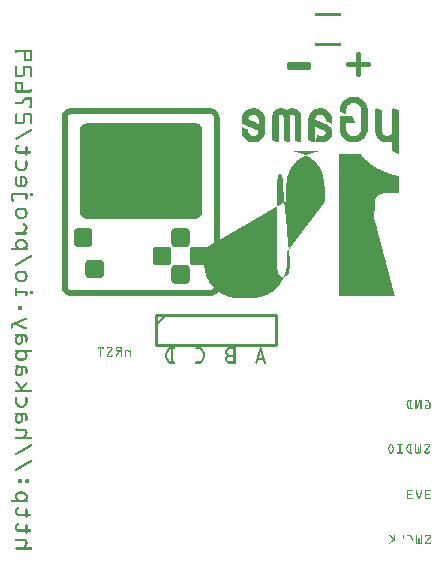
<source format=gbo>
G04 MADE WITH FRITZING*
G04 WWW.FRITZING.ORG*
G04 DOUBLE SIDED*
G04 HOLES PLATED*
G04 CONTOUR ON CENTER OF CONTOUR VECTOR*
%ASAXBY*%
%FSLAX23Y23*%
%MOIN*%
%OFA0B0*%
%SFA1.0B1.0*%
%ADD10C,0.010000*%
%ADD11C,0.005000*%
%ADD12R,0.001000X0.001000*%
%LNSILK0*%
G90*
G70*
G54D10*
X699Y943D02*
X1099Y943D01*
D02*
X1099Y943D02*
X1099Y843D01*
D02*
X1099Y843D02*
X699Y843D01*
D02*
X699Y843D02*
X699Y943D01*
G54D11*
D02*
X734Y943D02*
X699Y908D01*
G54D12*
X1230Y1948D02*
X1317Y1948D01*
X1230Y1947D02*
X1317Y1947D01*
X1230Y1946D02*
X1317Y1946D01*
X1230Y1945D02*
X1317Y1945D01*
X1230Y1944D02*
X1317Y1944D01*
X1230Y1943D02*
X1317Y1943D01*
X1230Y1942D02*
X1317Y1942D01*
X1230Y1941D02*
X1317Y1941D01*
X1230Y1940D02*
X1317Y1940D01*
X1230Y1939D02*
X1317Y1939D01*
X1230Y1848D02*
X1317Y1848D01*
X1230Y1847D02*
X1317Y1847D01*
X1230Y1846D02*
X1317Y1846D01*
X1230Y1845D02*
X1317Y1845D01*
X1230Y1844D02*
X1317Y1844D01*
X1230Y1843D02*
X1317Y1843D01*
X1230Y1842D02*
X1317Y1842D01*
X1230Y1841D02*
X1317Y1841D01*
X1230Y1840D02*
X1317Y1840D01*
X1230Y1839D02*
X1317Y1839D01*
X234Y1825D02*
X282Y1825D01*
X231Y1824D02*
X285Y1824D01*
X231Y1823D02*
X285Y1823D01*
X230Y1822D02*
X286Y1822D01*
X230Y1821D02*
X286Y1821D01*
X230Y1820D02*
X286Y1820D01*
X230Y1819D02*
X286Y1819D01*
X230Y1818D02*
X286Y1818D01*
X1372Y1818D02*
X1376Y1818D01*
X230Y1817D02*
X236Y1817D01*
X261Y1817D02*
X267Y1817D01*
X280Y1817D02*
X286Y1817D01*
X1370Y1817D02*
X1378Y1817D01*
X231Y1816D02*
X236Y1816D01*
X261Y1816D02*
X267Y1816D01*
X280Y1816D02*
X286Y1816D01*
X1369Y1816D02*
X1379Y1816D01*
X232Y1815D02*
X235Y1815D01*
X261Y1815D02*
X267Y1815D01*
X280Y1815D02*
X286Y1815D01*
X1368Y1815D02*
X1380Y1815D01*
X261Y1814D02*
X267Y1814D01*
X280Y1814D02*
X286Y1814D01*
X1367Y1814D02*
X1381Y1814D01*
X261Y1813D02*
X267Y1813D01*
X280Y1813D02*
X286Y1813D01*
X1367Y1813D02*
X1381Y1813D01*
X261Y1812D02*
X267Y1812D01*
X280Y1812D02*
X286Y1812D01*
X1367Y1812D02*
X1382Y1812D01*
X261Y1811D02*
X267Y1811D01*
X280Y1811D02*
X286Y1811D01*
X1366Y1811D02*
X1382Y1811D01*
X261Y1810D02*
X267Y1810D01*
X280Y1810D02*
X286Y1810D01*
X1366Y1810D02*
X1382Y1810D01*
X261Y1809D02*
X267Y1809D01*
X280Y1809D02*
X286Y1809D01*
X1366Y1809D02*
X1382Y1809D01*
X261Y1808D02*
X267Y1808D01*
X280Y1808D02*
X286Y1808D01*
X1366Y1808D02*
X1382Y1808D01*
X261Y1807D02*
X267Y1807D01*
X280Y1807D02*
X286Y1807D01*
X1366Y1807D02*
X1382Y1807D01*
X261Y1806D02*
X267Y1806D01*
X280Y1806D02*
X286Y1806D01*
X1366Y1806D02*
X1382Y1806D01*
X261Y1805D02*
X267Y1805D01*
X280Y1805D02*
X286Y1805D01*
X1366Y1805D02*
X1382Y1805D01*
X261Y1804D02*
X267Y1804D01*
X280Y1804D02*
X286Y1804D01*
X1366Y1804D02*
X1382Y1804D01*
X261Y1803D02*
X267Y1803D01*
X280Y1803D02*
X286Y1803D01*
X1366Y1803D02*
X1382Y1803D01*
X261Y1802D02*
X267Y1802D01*
X280Y1802D02*
X286Y1802D01*
X1366Y1802D02*
X1382Y1802D01*
X261Y1801D02*
X267Y1801D01*
X280Y1801D02*
X286Y1801D01*
X1366Y1801D02*
X1382Y1801D01*
X261Y1800D02*
X267Y1800D01*
X280Y1800D02*
X286Y1800D01*
X1366Y1800D02*
X1382Y1800D01*
X261Y1799D02*
X267Y1799D01*
X280Y1799D02*
X286Y1799D01*
X1366Y1799D02*
X1382Y1799D01*
X261Y1798D02*
X267Y1798D01*
X280Y1798D02*
X286Y1798D01*
X1366Y1798D02*
X1382Y1798D01*
X261Y1797D02*
X267Y1797D01*
X280Y1797D02*
X286Y1797D01*
X1366Y1797D02*
X1382Y1797D01*
X261Y1796D02*
X286Y1796D01*
X1366Y1796D02*
X1382Y1796D01*
X261Y1795D02*
X286Y1795D01*
X1366Y1795D02*
X1382Y1795D01*
X261Y1794D02*
X286Y1794D01*
X1366Y1794D02*
X1382Y1794D01*
X261Y1793D02*
X286Y1793D01*
X1366Y1793D02*
X1382Y1793D01*
X261Y1792D02*
X286Y1792D01*
X1366Y1792D02*
X1382Y1792D01*
X261Y1791D02*
X286Y1791D01*
X1366Y1791D02*
X1382Y1791D01*
X262Y1790D02*
X285Y1790D01*
X1366Y1790D02*
X1382Y1790D01*
X264Y1789D02*
X283Y1789D01*
X1366Y1789D02*
X1382Y1789D01*
X1366Y1788D02*
X1382Y1788D01*
X1366Y1787D02*
X1382Y1787D01*
X1366Y1786D02*
X1382Y1786D01*
X1339Y1785D02*
X1409Y1785D01*
X1141Y1784D02*
X1211Y1784D01*
X1337Y1784D02*
X1411Y1784D01*
X1139Y1783D02*
X1213Y1783D01*
X1336Y1783D02*
X1412Y1783D01*
X1138Y1782D02*
X1214Y1782D01*
X1335Y1782D02*
X1413Y1782D01*
X1137Y1781D02*
X1215Y1781D01*
X1334Y1781D02*
X1414Y1781D01*
X1136Y1780D02*
X1216Y1780D01*
X1334Y1780D02*
X1414Y1780D01*
X1136Y1779D02*
X1216Y1779D01*
X1333Y1779D02*
X1415Y1779D01*
X1135Y1778D02*
X1217Y1778D01*
X1333Y1778D02*
X1415Y1778D01*
X1135Y1777D02*
X1217Y1777D01*
X1333Y1777D02*
X1415Y1777D01*
X1135Y1776D02*
X1217Y1776D01*
X1333Y1776D02*
X1415Y1776D01*
X1135Y1775D02*
X1217Y1775D01*
X1333Y1775D02*
X1415Y1775D01*
X1135Y1774D02*
X1217Y1774D01*
X1334Y1774D02*
X1415Y1774D01*
X1135Y1773D02*
X1217Y1773D01*
X1334Y1773D02*
X1414Y1773D01*
X232Y1772D02*
X235Y1772D01*
X260Y1772D02*
X281Y1772D01*
X1135Y1772D02*
X1217Y1772D01*
X1335Y1772D02*
X1414Y1772D01*
X231Y1771D02*
X236Y1771D01*
X258Y1771D02*
X283Y1771D01*
X1135Y1771D02*
X1217Y1771D01*
X1336Y1771D02*
X1413Y1771D01*
X230Y1770D02*
X236Y1770D01*
X257Y1770D02*
X284Y1770D01*
X1135Y1770D02*
X1217Y1770D01*
X1337Y1770D02*
X1411Y1770D01*
X230Y1769D02*
X237Y1769D01*
X256Y1769D02*
X285Y1769D01*
X1135Y1769D02*
X1217Y1769D01*
X1339Y1769D02*
X1410Y1769D01*
X230Y1768D02*
X237Y1768D01*
X256Y1768D02*
X285Y1768D01*
X1135Y1768D02*
X1217Y1768D01*
X1366Y1768D02*
X1382Y1768D01*
X230Y1767D02*
X237Y1767D01*
X255Y1767D02*
X286Y1767D01*
X1135Y1767D02*
X1217Y1767D01*
X1366Y1767D02*
X1382Y1767D01*
X230Y1766D02*
X237Y1766D01*
X255Y1766D02*
X286Y1766D01*
X1136Y1766D02*
X1217Y1766D01*
X1366Y1766D02*
X1382Y1766D01*
X230Y1765D02*
X237Y1765D01*
X255Y1765D02*
X261Y1765D01*
X279Y1765D02*
X286Y1765D01*
X1136Y1765D02*
X1216Y1765D01*
X1366Y1765D02*
X1382Y1765D01*
X230Y1764D02*
X237Y1764D01*
X255Y1764D02*
X261Y1764D01*
X280Y1764D02*
X286Y1764D01*
X1137Y1764D02*
X1216Y1764D01*
X1366Y1764D02*
X1382Y1764D01*
X230Y1763D02*
X237Y1763D01*
X255Y1763D02*
X261Y1763D01*
X280Y1763D02*
X286Y1763D01*
X1137Y1763D02*
X1215Y1763D01*
X1366Y1763D02*
X1382Y1763D01*
X230Y1762D02*
X237Y1762D01*
X255Y1762D02*
X261Y1762D01*
X280Y1762D02*
X286Y1762D01*
X1139Y1762D02*
X1214Y1762D01*
X1366Y1762D02*
X1382Y1762D01*
X230Y1761D02*
X237Y1761D01*
X255Y1761D02*
X261Y1761D01*
X280Y1761D02*
X286Y1761D01*
X1140Y1761D02*
X1212Y1761D01*
X1366Y1761D02*
X1382Y1761D01*
X230Y1760D02*
X237Y1760D01*
X255Y1760D02*
X261Y1760D01*
X280Y1760D02*
X286Y1760D01*
X1366Y1760D02*
X1382Y1760D01*
X230Y1759D02*
X237Y1759D01*
X255Y1759D02*
X261Y1759D01*
X280Y1759D02*
X286Y1759D01*
X1366Y1759D02*
X1382Y1759D01*
X230Y1758D02*
X237Y1758D01*
X255Y1758D02*
X261Y1758D01*
X280Y1758D02*
X286Y1758D01*
X1366Y1758D02*
X1382Y1758D01*
X230Y1757D02*
X237Y1757D01*
X255Y1757D02*
X261Y1757D01*
X280Y1757D02*
X286Y1757D01*
X1366Y1757D02*
X1382Y1757D01*
X230Y1756D02*
X237Y1756D01*
X255Y1756D02*
X261Y1756D01*
X280Y1756D02*
X286Y1756D01*
X1366Y1756D02*
X1382Y1756D01*
X230Y1755D02*
X237Y1755D01*
X255Y1755D02*
X261Y1755D01*
X280Y1755D02*
X286Y1755D01*
X1366Y1755D02*
X1382Y1755D01*
X230Y1754D02*
X237Y1754D01*
X255Y1754D02*
X261Y1754D01*
X280Y1754D02*
X286Y1754D01*
X1366Y1754D02*
X1382Y1754D01*
X230Y1753D02*
X237Y1753D01*
X255Y1753D02*
X261Y1753D01*
X280Y1753D02*
X286Y1753D01*
X1366Y1753D02*
X1382Y1753D01*
X230Y1752D02*
X237Y1752D01*
X255Y1752D02*
X261Y1752D01*
X280Y1752D02*
X286Y1752D01*
X1366Y1752D02*
X1382Y1752D01*
X230Y1751D02*
X237Y1751D01*
X255Y1751D02*
X261Y1751D01*
X280Y1751D02*
X286Y1751D01*
X1366Y1751D02*
X1382Y1751D01*
X230Y1750D02*
X237Y1750D01*
X255Y1750D02*
X261Y1750D01*
X280Y1750D02*
X286Y1750D01*
X1366Y1750D02*
X1382Y1750D01*
X230Y1749D02*
X237Y1749D01*
X255Y1749D02*
X261Y1749D01*
X280Y1749D02*
X286Y1749D01*
X1366Y1749D02*
X1382Y1749D01*
X230Y1748D02*
X237Y1748D01*
X255Y1748D02*
X261Y1748D01*
X280Y1748D02*
X286Y1748D01*
X1366Y1748D02*
X1382Y1748D01*
X230Y1747D02*
X237Y1747D01*
X255Y1747D02*
X261Y1747D01*
X280Y1747D02*
X286Y1747D01*
X1366Y1747D02*
X1382Y1747D01*
X230Y1746D02*
X237Y1746D01*
X255Y1746D02*
X261Y1746D01*
X280Y1746D02*
X286Y1746D01*
X1366Y1746D02*
X1382Y1746D01*
X230Y1745D02*
X237Y1745D01*
X255Y1745D02*
X261Y1745D01*
X280Y1745D02*
X286Y1745D01*
X1366Y1745D02*
X1382Y1745D01*
X230Y1744D02*
X237Y1744D01*
X255Y1744D02*
X261Y1744D01*
X280Y1744D02*
X286Y1744D01*
X1366Y1744D02*
X1382Y1744D01*
X230Y1743D02*
X261Y1743D01*
X280Y1743D02*
X286Y1743D01*
X1366Y1743D02*
X1382Y1743D01*
X230Y1742D02*
X261Y1742D01*
X280Y1742D02*
X286Y1742D01*
X1366Y1742D02*
X1382Y1742D01*
X230Y1741D02*
X261Y1741D01*
X280Y1741D02*
X286Y1741D01*
X1367Y1741D02*
X1382Y1741D01*
X230Y1740D02*
X260Y1740D01*
X280Y1740D02*
X286Y1740D01*
X1367Y1740D02*
X1381Y1740D01*
X230Y1739D02*
X259Y1739D01*
X280Y1739D02*
X286Y1739D01*
X1368Y1739D02*
X1380Y1739D01*
X230Y1738D02*
X258Y1738D01*
X280Y1738D02*
X285Y1738D01*
X1369Y1738D02*
X1380Y1738D01*
X230Y1737D02*
X257Y1737D01*
X281Y1737D02*
X284Y1737D01*
X1370Y1737D02*
X1379Y1737D01*
X1371Y1736D02*
X1377Y1736D01*
X232Y1719D02*
X254Y1719D01*
X231Y1718D02*
X255Y1718D01*
X230Y1717D02*
X255Y1717D01*
X230Y1716D02*
X255Y1716D01*
X230Y1715D02*
X255Y1715D01*
X230Y1714D02*
X255Y1714D01*
X230Y1713D02*
X255Y1713D01*
X230Y1712D02*
X237Y1712D01*
X249Y1712D02*
X255Y1712D01*
X230Y1711D02*
X237Y1711D01*
X249Y1711D02*
X255Y1711D01*
X230Y1710D02*
X237Y1710D01*
X249Y1710D02*
X255Y1710D01*
X230Y1709D02*
X237Y1709D01*
X249Y1709D02*
X255Y1709D01*
X230Y1708D02*
X237Y1708D01*
X249Y1708D02*
X255Y1708D01*
X230Y1707D02*
X237Y1707D01*
X249Y1707D02*
X255Y1707D01*
X230Y1706D02*
X237Y1706D01*
X249Y1706D02*
X255Y1706D01*
X230Y1705D02*
X237Y1705D01*
X249Y1705D02*
X255Y1705D01*
X230Y1704D02*
X237Y1704D01*
X249Y1704D02*
X255Y1704D01*
X230Y1703D02*
X237Y1703D01*
X249Y1703D02*
X255Y1703D01*
X230Y1702D02*
X237Y1702D01*
X249Y1702D02*
X255Y1702D01*
X230Y1701D02*
X237Y1701D01*
X249Y1701D02*
X255Y1701D01*
X230Y1700D02*
X237Y1700D01*
X249Y1700D02*
X255Y1700D01*
X230Y1699D02*
X237Y1699D01*
X249Y1699D02*
X255Y1699D01*
X230Y1698D02*
X237Y1698D01*
X249Y1698D02*
X255Y1698D01*
X230Y1697D02*
X237Y1697D01*
X249Y1697D02*
X255Y1697D01*
X230Y1696D02*
X237Y1696D01*
X249Y1696D02*
X255Y1696D01*
X230Y1695D02*
X237Y1695D01*
X249Y1695D02*
X255Y1695D01*
X230Y1694D02*
X237Y1694D01*
X249Y1694D02*
X255Y1694D01*
X281Y1694D02*
X284Y1694D01*
X230Y1693D02*
X237Y1693D01*
X249Y1693D02*
X255Y1693D01*
X280Y1693D02*
X285Y1693D01*
X230Y1692D02*
X237Y1692D01*
X249Y1692D02*
X255Y1692D01*
X280Y1692D02*
X286Y1692D01*
X230Y1691D02*
X286Y1691D01*
X230Y1690D02*
X286Y1690D01*
X230Y1689D02*
X286Y1689D01*
X230Y1688D02*
X286Y1688D01*
X230Y1687D02*
X286Y1687D01*
X231Y1686D02*
X286Y1686D01*
X231Y1685D02*
X285Y1685D01*
X233Y1684D02*
X283Y1684D01*
X1351Y1669D02*
X1366Y1669D01*
X1346Y1668D02*
X1370Y1668D01*
X263Y1667D02*
X286Y1667D01*
X1343Y1667D02*
X1374Y1667D01*
X262Y1666D02*
X286Y1666D01*
X1340Y1666D02*
X1376Y1666D01*
X261Y1665D02*
X286Y1665D01*
X1338Y1665D02*
X1378Y1665D01*
X260Y1664D02*
X286Y1664D01*
X1336Y1664D02*
X1380Y1664D01*
X259Y1663D02*
X286Y1663D01*
X1335Y1663D02*
X1382Y1663D01*
X258Y1662D02*
X286Y1662D01*
X1333Y1662D02*
X1384Y1662D01*
X258Y1661D02*
X286Y1661D01*
X1332Y1661D02*
X1385Y1661D01*
X257Y1660D02*
X266Y1660D01*
X279Y1660D02*
X286Y1660D01*
X1330Y1660D02*
X1386Y1660D01*
X256Y1659D02*
X264Y1659D01*
X280Y1659D02*
X286Y1659D01*
X1329Y1659D02*
X1388Y1659D01*
X255Y1658D02*
X264Y1658D01*
X280Y1658D02*
X286Y1658D01*
X1328Y1658D02*
X1389Y1658D01*
X254Y1657D02*
X263Y1657D01*
X280Y1657D02*
X286Y1657D01*
X1327Y1657D02*
X1390Y1657D01*
X253Y1656D02*
X262Y1656D01*
X280Y1656D02*
X286Y1656D01*
X1326Y1656D02*
X1391Y1656D01*
X252Y1655D02*
X261Y1655D01*
X280Y1655D02*
X286Y1655D01*
X1325Y1655D02*
X1392Y1655D01*
X252Y1654D02*
X260Y1654D01*
X280Y1654D02*
X286Y1654D01*
X1324Y1654D02*
X1393Y1654D01*
X250Y1653D02*
X259Y1653D01*
X280Y1653D02*
X286Y1653D01*
X1323Y1653D02*
X1394Y1653D01*
X232Y1652D02*
X259Y1652D01*
X280Y1652D02*
X286Y1652D01*
X1322Y1652D02*
X1395Y1652D01*
X231Y1651D02*
X258Y1651D01*
X280Y1651D02*
X286Y1651D01*
X1321Y1651D02*
X1395Y1651D01*
X230Y1650D02*
X257Y1650D01*
X280Y1650D02*
X286Y1650D01*
X1321Y1650D02*
X1396Y1650D01*
X230Y1649D02*
X256Y1649D01*
X280Y1649D02*
X286Y1649D01*
X1320Y1649D02*
X1397Y1649D01*
X231Y1648D02*
X255Y1648D01*
X280Y1648D02*
X286Y1648D01*
X1319Y1648D02*
X1352Y1648D01*
X1364Y1648D02*
X1398Y1648D01*
X231Y1647D02*
X254Y1647D01*
X280Y1647D02*
X286Y1647D01*
X1319Y1647D02*
X1349Y1647D01*
X1368Y1647D02*
X1398Y1647D01*
X232Y1646D02*
X253Y1646D01*
X280Y1646D02*
X286Y1646D01*
X1318Y1646D02*
X1347Y1646D01*
X1370Y1646D02*
X1399Y1646D01*
X280Y1645D02*
X286Y1645D01*
X1317Y1645D02*
X1345Y1645D01*
X1372Y1645D02*
X1399Y1645D01*
X280Y1644D02*
X286Y1644D01*
X1317Y1644D02*
X1344Y1644D01*
X1373Y1644D02*
X1400Y1644D01*
X280Y1643D02*
X286Y1643D01*
X1316Y1643D02*
X1342Y1643D01*
X1374Y1643D02*
X1400Y1643D01*
X280Y1642D02*
X286Y1642D01*
X1316Y1642D02*
X1341Y1642D01*
X1376Y1642D02*
X1401Y1642D01*
X280Y1641D02*
X286Y1641D01*
X1315Y1641D02*
X1340Y1641D01*
X1377Y1641D02*
X1401Y1641D01*
X280Y1640D02*
X286Y1640D01*
X1315Y1640D02*
X1339Y1640D01*
X1378Y1640D02*
X1402Y1640D01*
X280Y1639D02*
X286Y1639D01*
X1315Y1639D02*
X1338Y1639D01*
X1378Y1639D02*
X1402Y1639D01*
X278Y1638D02*
X286Y1638D01*
X1314Y1638D02*
X1337Y1638D01*
X1379Y1638D02*
X1402Y1638D01*
X277Y1637D02*
X286Y1637D01*
X1314Y1637D02*
X1337Y1637D01*
X1380Y1637D02*
X1403Y1637D01*
X277Y1636D02*
X286Y1636D01*
X1314Y1636D02*
X1336Y1636D01*
X1381Y1636D02*
X1403Y1636D01*
X277Y1635D02*
X286Y1635D01*
X1314Y1635D02*
X1336Y1635D01*
X1381Y1635D02*
X1403Y1635D01*
X277Y1634D02*
X286Y1634D01*
X1313Y1634D02*
X1335Y1634D01*
X1382Y1634D02*
X1403Y1634D01*
X277Y1633D02*
X285Y1633D01*
X1313Y1633D02*
X1335Y1633D01*
X1382Y1633D02*
X1404Y1633D01*
X278Y1632D02*
X284Y1632D01*
X1313Y1632D02*
X1334Y1632D01*
X1383Y1632D02*
X1404Y1632D01*
X411Y1631D02*
X885Y1631D01*
X1016Y1631D02*
X1031Y1631D01*
X1110Y1631D02*
X1122Y1631D01*
X1148Y1631D02*
X1160Y1631D01*
X1239Y1631D02*
X1254Y1631D01*
X1313Y1631D02*
X1334Y1631D01*
X1383Y1631D02*
X1404Y1631D01*
X1432Y1631D02*
X1435Y1631D01*
X1489Y1631D02*
X1493Y1631D01*
X407Y1630D02*
X888Y1630D01*
X1012Y1630D02*
X1035Y1630D01*
X1106Y1630D02*
X1126Y1630D01*
X1144Y1630D02*
X1164Y1630D01*
X1235Y1630D02*
X1258Y1630D01*
X1313Y1630D02*
X1334Y1630D01*
X1383Y1630D02*
X1404Y1630D01*
X1431Y1630D02*
X1438Y1630D01*
X1489Y1630D02*
X1495Y1630D01*
X405Y1629D02*
X891Y1629D01*
X1010Y1629D02*
X1038Y1629D01*
X1104Y1629D02*
X1128Y1629D01*
X1142Y1629D02*
X1166Y1629D01*
X1232Y1629D02*
X1261Y1629D01*
X1312Y1629D02*
X1333Y1629D01*
X1383Y1629D02*
X1404Y1629D01*
X1431Y1629D02*
X1440Y1629D01*
X1488Y1629D02*
X1497Y1629D01*
X402Y1628D02*
X893Y1628D01*
X1007Y1628D02*
X1040Y1628D01*
X1102Y1628D02*
X1130Y1628D01*
X1140Y1628D02*
X1168Y1628D01*
X1230Y1628D02*
X1263Y1628D01*
X1312Y1628D02*
X1333Y1628D01*
X1384Y1628D02*
X1404Y1628D01*
X1431Y1628D02*
X1442Y1628D01*
X1488Y1628D02*
X1500Y1628D01*
X401Y1627D02*
X895Y1627D01*
X1005Y1627D02*
X1042Y1627D01*
X1100Y1627D02*
X1132Y1627D01*
X1139Y1627D02*
X1170Y1627D01*
X1228Y1627D02*
X1265Y1627D01*
X1312Y1627D02*
X1333Y1627D01*
X1384Y1627D02*
X1404Y1627D01*
X1431Y1627D02*
X1444Y1627D01*
X1488Y1627D02*
X1502Y1627D01*
X399Y1626D02*
X897Y1626D01*
X1004Y1626D02*
X1044Y1626D01*
X1099Y1626D02*
X1133Y1626D01*
X1137Y1626D02*
X1171Y1626D01*
X1226Y1626D02*
X1267Y1626D01*
X1312Y1626D02*
X1333Y1626D01*
X1384Y1626D02*
X1405Y1626D01*
X1431Y1626D02*
X1447Y1626D01*
X1488Y1626D02*
X1504Y1626D01*
X397Y1625D02*
X898Y1625D01*
X1002Y1625D02*
X1046Y1625D01*
X1098Y1625D02*
X1172Y1625D01*
X1225Y1625D02*
X1268Y1625D01*
X1312Y1625D02*
X1333Y1625D01*
X1384Y1625D02*
X1405Y1625D01*
X1431Y1625D02*
X1449Y1625D01*
X1488Y1625D02*
X1507Y1625D01*
X396Y1624D02*
X900Y1624D01*
X1001Y1624D02*
X1047Y1624D01*
X1097Y1624D02*
X1173Y1624D01*
X1224Y1624D02*
X1269Y1624D01*
X1312Y1624D02*
X1333Y1624D01*
X1384Y1624D02*
X1405Y1624D01*
X1431Y1624D02*
X1451Y1624D01*
X1488Y1624D02*
X1508Y1624D01*
X395Y1623D02*
X901Y1623D01*
X999Y1623D02*
X1048Y1623D01*
X1096Y1623D02*
X1174Y1623D01*
X1222Y1623D02*
X1271Y1623D01*
X1312Y1623D02*
X1333Y1623D01*
X1384Y1623D02*
X1405Y1623D01*
X1431Y1623D02*
X1451Y1623D01*
X1488Y1623D02*
X1509Y1623D01*
X394Y1622D02*
X902Y1622D01*
X998Y1622D02*
X1049Y1622D01*
X1095Y1622D02*
X1175Y1622D01*
X1221Y1622D02*
X1272Y1622D01*
X1312Y1622D02*
X1333Y1622D01*
X1384Y1622D02*
X1405Y1622D01*
X1431Y1622D02*
X1451Y1622D01*
X1488Y1622D02*
X1509Y1622D01*
X393Y1621D02*
X903Y1621D01*
X997Y1621D02*
X1050Y1621D01*
X1094Y1621D02*
X1176Y1621D01*
X1220Y1621D02*
X1273Y1621D01*
X1312Y1621D02*
X1333Y1621D01*
X1384Y1621D02*
X1405Y1621D01*
X1431Y1621D02*
X1452Y1621D01*
X1488Y1621D02*
X1509Y1621D01*
X392Y1620D02*
X904Y1620D01*
X996Y1620D02*
X1051Y1620D01*
X1093Y1620D02*
X1177Y1620D01*
X1219Y1620D02*
X1274Y1620D01*
X1314Y1620D02*
X1333Y1620D01*
X1384Y1620D02*
X1405Y1620D01*
X1431Y1620D02*
X1452Y1620D01*
X1488Y1620D02*
X1509Y1620D01*
X391Y1619D02*
X904Y1619D01*
X995Y1619D02*
X1052Y1619D01*
X1092Y1619D02*
X1178Y1619D01*
X1218Y1619D02*
X1275Y1619D01*
X1315Y1619D02*
X1333Y1619D01*
X1384Y1619D02*
X1405Y1619D01*
X1431Y1619D02*
X1452Y1619D01*
X1488Y1619D02*
X1509Y1619D01*
X391Y1618D02*
X905Y1618D01*
X994Y1618D02*
X1053Y1618D01*
X1092Y1618D02*
X1178Y1618D01*
X1217Y1618D02*
X1276Y1618D01*
X1318Y1618D02*
X1333Y1618D01*
X1384Y1618D02*
X1405Y1618D01*
X1431Y1618D02*
X1452Y1618D01*
X1488Y1618D02*
X1509Y1618D01*
X390Y1617D02*
X906Y1617D01*
X993Y1617D02*
X1054Y1617D01*
X1091Y1617D02*
X1179Y1617D01*
X1216Y1617D02*
X1276Y1617D01*
X1320Y1617D02*
X1333Y1617D01*
X1384Y1617D02*
X1405Y1617D01*
X1431Y1617D02*
X1452Y1617D01*
X1488Y1617D02*
X1509Y1617D01*
X389Y1616D02*
X906Y1616D01*
X992Y1616D02*
X1055Y1616D01*
X1091Y1616D02*
X1180Y1616D01*
X1216Y1616D02*
X1277Y1616D01*
X1322Y1616D02*
X1333Y1616D01*
X1384Y1616D02*
X1405Y1616D01*
X1431Y1616D02*
X1452Y1616D01*
X1488Y1616D02*
X1509Y1616D01*
X389Y1615D02*
X907Y1615D01*
X992Y1615D02*
X1056Y1615D01*
X1090Y1615D02*
X1180Y1615D01*
X1215Y1615D02*
X1278Y1615D01*
X1324Y1615D02*
X1333Y1615D01*
X1384Y1615D02*
X1405Y1615D01*
X1431Y1615D02*
X1452Y1615D01*
X1488Y1615D02*
X1509Y1615D01*
X232Y1614D02*
X235Y1614D01*
X259Y1614D02*
X282Y1614D01*
X388Y1614D02*
X907Y1614D01*
X991Y1614D02*
X1056Y1614D01*
X1090Y1614D02*
X1181Y1614D01*
X1214Y1614D02*
X1279Y1614D01*
X1326Y1614D02*
X1332Y1614D01*
X1384Y1614D02*
X1405Y1614D01*
X1431Y1614D02*
X1452Y1614D01*
X1488Y1614D02*
X1509Y1614D01*
X231Y1613D02*
X236Y1613D01*
X257Y1613D02*
X283Y1613D01*
X388Y1613D02*
X908Y1613D01*
X990Y1613D02*
X1057Y1613D01*
X1089Y1613D02*
X1181Y1613D01*
X1213Y1613D02*
X1279Y1613D01*
X1329Y1613D02*
X1331Y1613D01*
X1384Y1613D02*
X1405Y1613D01*
X1431Y1613D02*
X1452Y1613D01*
X1488Y1613D02*
X1509Y1613D01*
X230Y1612D02*
X236Y1612D01*
X257Y1612D02*
X284Y1612D01*
X388Y1612D02*
X415Y1612D01*
X881Y1612D02*
X908Y1612D01*
X990Y1612D02*
X1058Y1612D01*
X1089Y1612D02*
X1181Y1612D01*
X1213Y1612D02*
X1280Y1612D01*
X1384Y1612D02*
X1405Y1612D01*
X1431Y1612D02*
X1452Y1612D01*
X1488Y1612D02*
X1509Y1612D01*
X230Y1611D02*
X237Y1611D01*
X256Y1611D02*
X285Y1611D01*
X387Y1611D02*
X411Y1611D01*
X885Y1611D02*
X909Y1611D01*
X989Y1611D02*
X1058Y1611D01*
X1089Y1611D02*
X1182Y1611D01*
X1212Y1611D02*
X1281Y1611D01*
X1384Y1611D02*
X1405Y1611D01*
X1431Y1611D02*
X1452Y1611D01*
X1488Y1611D02*
X1509Y1611D01*
X230Y1610D02*
X237Y1610D01*
X255Y1610D02*
X285Y1610D01*
X387Y1610D02*
X409Y1610D01*
X887Y1610D02*
X909Y1610D01*
X989Y1610D02*
X1059Y1610D01*
X1089Y1610D02*
X1114Y1610D01*
X1119Y1610D02*
X1151Y1610D01*
X1156Y1610D02*
X1182Y1610D01*
X1212Y1610D02*
X1281Y1610D01*
X1384Y1610D02*
X1405Y1610D01*
X1431Y1610D02*
X1452Y1610D01*
X1488Y1610D02*
X1509Y1610D01*
X230Y1609D02*
X237Y1609D01*
X255Y1609D02*
X286Y1609D01*
X386Y1609D02*
X408Y1609D01*
X888Y1609D02*
X909Y1609D01*
X988Y1609D02*
X1018Y1609D01*
X1030Y1609D02*
X1059Y1609D01*
X1088Y1609D02*
X1112Y1609D01*
X1121Y1609D02*
X1149Y1609D01*
X1158Y1609D02*
X1182Y1609D01*
X1211Y1609D02*
X1241Y1609D01*
X1253Y1609D02*
X1282Y1609D01*
X1384Y1609D02*
X1405Y1609D01*
X1431Y1609D02*
X1452Y1609D01*
X1488Y1609D02*
X1509Y1609D01*
X230Y1608D02*
X237Y1608D01*
X255Y1608D02*
X286Y1608D01*
X386Y1608D02*
X407Y1608D01*
X889Y1608D02*
X910Y1608D01*
X988Y1608D02*
X1015Y1608D01*
X1032Y1608D02*
X1060Y1608D01*
X1088Y1608D02*
X1111Y1608D01*
X1122Y1608D02*
X1148Y1608D01*
X1159Y1608D02*
X1182Y1608D01*
X1211Y1608D02*
X1239Y1608D01*
X1255Y1608D02*
X1282Y1608D01*
X1384Y1608D02*
X1405Y1608D01*
X1431Y1608D02*
X1452Y1608D01*
X1488Y1608D02*
X1509Y1608D01*
X230Y1607D02*
X237Y1607D01*
X255Y1607D02*
X261Y1607D01*
X280Y1607D02*
X286Y1607D01*
X386Y1607D02*
X406Y1607D01*
X890Y1607D02*
X910Y1607D01*
X987Y1607D02*
X1014Y1607D01*
X1034Y1607D02*
X1060Y1607D01*
X1088Y1607D02*
X1110Y1607D01*
X1123Y1607D02*
X1147Y1607D01*
X1160Y1607D02*
X1183Y1607D01*
X1210Y1607D02*
X1237Y1607D01*
X1257Y1607D02*
X1283Y1607D01*
X1384Y1607D02*
X1405Y1607D01*
X1431Y1607D02*
X1452Y1607D01*
X1488Y1607D02*
X1509Y1607D01*
X230Y1606D02*
X237Y1606D01*
X255Y1606D02*
X261Y1606D01*
X280Y1606D02*
X286Y1606D01*
X386Y1606D02*
X405Y1606D01*
X891Y1606D02*
X910Y1606D01*
X987Y1606D02*
X1012Y1606D01*
X1035Y1606D02*
X1060Y1606D01*
X1088Y1606D02*
X1109Y1606D01*
X1124Y1606D02*
X1147Y1606D01*
X1161Y1606D02*
X1183Y1606D01*
X1210Y1606D02*
X1235Y1606D01*
X1258Y1606D02*
X1283Y1606D01*
X1384Y1606D02*
X1405Y1606D01*
X1431Y1606D02*
X1452Y1606D01*
X1488Y1606D02*
X1509Y1606D01*
X230Y1605D02*
X237Y1605D01*
X255Y1605D02*
X261Y1605D01*
X280Y1605D02*
X286Y1605D01*
X385Y1605D02*
X405Y1605D01*
X891Y1605D02*
X910Y1605D01*
X987Y1605D02*
X1011Y1605D01*
X1036Y1605D02*
X1061Y1605D01*
X1088Y1605D02*
X1109Y1605D01*
X1124Y1605D02*
X1146Y1605D01*
X1161Y1605D02*
X1183Y1605D01*
X1210Y1605D02*
X1234Y1605D01*
X1259Y1605D02*
X1283Y1605D01*
X1384Y1605D02*
X1405Y1605D01*
X1431Y1605D02*
X1452Y1605D01*
X1488Y1605D02*
X1509Y1605D01*
X230Y1604D02*
X237Y1604D01*
X255Y1604D02*
X261Y1604D01*
X280Y1604D02*
X286Y1604D01*
X385Y1604D02*
X404Y1604D01*
X892Y1604D02*
X910Y1604D01*
X986Y1604D02*
X1010Y1604D01*
X1037Y1604D02*
X1061Y1604D01*
X1088Y1604D02*
X1109Y1604D01*
X1124Y1604D02*
X1146Y1604D01*
X1162Y1604D02*
X1183Y1604D01*
X1209Y1604D02*
X1233Y1604D01*
X1260Y1604D02*
X1284Y1604D01*
X1314Y1604D02*
X1353Y1604D01*
X1384Y1604D02*
X1405Y1604D01*
X1431Y1604D02*
X1452Y1604D01*
X1488Y1604D02*
X1509Y1604D01*
X230Y1603D02*
X237Y1603D01*
X255Y1603D02*
X261Y1603D01*
X280Y1603D02*
X286Y1603D01*
X385Y1603D02*
X404Y1603D01*
X892Y1603D02*
X911Y1603D01*
X986Y1603D02*
X1009Y1603D01*
X1038Y1603D02*
X1061Y1603D01*
X1088Y1603D02*
X1108Y1603D01*
X1125Y1603D02*
X1146Y1603D01*
X1162Y1603D02*
X1183Y1603D01*
X1209Y1603D02*
X1232Y1603D01*
X1261Y1603D02*
X1284Y1603D01*
X1313Y1603D02*
X1354Y1603D01*
X1384Y1603D02*
X1405Y1603D01*
X1431Y1603D02*
X1452Y1603D01*
X1488Y1603D02*
X1509Y1603D01*
X230Y1602D02*
X237Y1602D01*
X255Y1602D02*
X261Y1602D01*
X280Y1602D02*
X286Y1602D01*
X385Y1602D02*
X404Y1602D01*
X892Y1602D02*
X911Y1602D01*
X986Y1602D02*
X1008Y1602D01*
X1039Y1602D02*
X1062Y1602D01*
X1088Y1602D02*
X1108Y1602D01*
X1125Y1602D02*
X1146Y1602D01*
X1162Y1602D02*
X1183Y1602D01*
X1209Y1602D02*
X1232Y1602D01*
X1262Y1602D02*
X1284Y1602D01*
X1312Y1602D02*
X1355Y1602D01*
X1384Y1602D02*
X1405Y1602D01*
X1431Y1602D02*
X1452Y1602D01*
X1488Y1602D02*
X1509Y1602D01*
X230Y1601D02*
X237Y1601D01*
X255Y1601D02*
X261Y1601D01*
X280Y1601D02*
X286Y1601D01*
X385Y1601D02*
X404Y1601D01*
X892Y1601D02*
X911Y1601D01*
X985Y1601D02*
X1008Y1601D01*
X1040Y1601D02*
X1062Y1601D01*
X1088Y1601D02*
X1108Y1601D01*
X1125Y1601D02*
X1146Y1601D01*
X1162Y1601D02*
X1183Y1601D01*
X1209Y1601D02*
X1231Y1601D01*
X1263Y1601D02*
X1285Y1601D01*
X1312Y1601D02*
X1355Y1601D01*
X1384Y1601D02*
X1405Y1601D01*
X1431Y1601D02*
X1452Y1601D01*
X1488Y1601D02*
X1509Y1601D01*
X230Y1600D02*
X237Y1600D01*
X255Y1600D02*
X261Y1600D01*
X280Y1600D02*
X286Y1600D01*
X385Y1600D02*
X404Y1600D01*
X892Y1600D02*
X911Y1600D01*
X985Y1600D02*
X1007Y1600D01*
X1040Y1600D02*
X1062Y1600D01*
X1088Y1600D02*
X1108Y1600D01*
X1125Y1600D02*
X1146Y1600D01*
X1162Y1600D02*
X1183Y1600D01*
X1208Y1600D02*
X1231Y1600D01*
X1263Y1600D02*
X1285Y1600D01*
X1312Y1600D02*
X1356Y1600D01*
X1384Y1600D02*
X1405Y1600D01*
X1431Y1600D02*
X1452Y1600D01*
X1488Y1600D02*
X1509Y1600D01*
X230Y1599D02*
X237Y1599D01*
X255Y1599D02*
X261Y1599D01*
X280Y1599D02*
X286Y1599D01*
X385Y1599D02*
X404Y1599D01*
X892Y1599D02*
X911Y1599D01*
X985Y1599D02*
X1007Y1599D01*
X1041Y1599D02*
X1062Y1599D01*
X1088Y1599D02*
X1108Y1599D01*
X1125Y1599D02*
X1146Y1599D01*
X1162Y1599D02*
X1183Y1599D01*
X1208Y1599D02*
X1230Y1599D01*
X1264Y1599D02*
X1285Y1599D01*
X1312Y1599D02*
X1356Y1599D01*
X1384Y1599D02*
X1405Y1599D01*
X1431Y1599D02*
X1452Y1599D01*
X1488Y1599D02*
X1509Y1599D01*
X230Y1598D02*
X237Y1598D01*
X255Y1598D02*
X261Y1598D01*
X280Y1598D02*
X286Y1598D01*
X385Y1598D02*
X404Y1598D01*
X892Y1598D02*
X911Y1598D01*
X985Y1598D02*
X1007Y1598D01*
X1041Y1598D02*
X1062Y1598D01*
X1088Y1598D02*
X1108Y1598D01*
X1125Y1598D02*
X1146Y1598D01*
X1162Y1598D02*
X1183Y1598D01*
X1208Y1598D02*
X1230Y1598D01*
X1264Y1598D02*
X1285Y1598D01*
X1312Y1598D02*
X1356Y1598D01*
X1384Y1598D02*
X1405Y1598D01*
X1431Y1598D02*
X1452Y1598D01*
X1488Y1598D02*
X1509Y1598D01*
X230Y1597D02*
X237Y1597D01*
X255Y1597D02*
X261Y1597D01*
X280Y1597D02*
X286Y1597D01*
X385Y1597D02*
X404Y1597D01*
X892Y1597D02*
X911Y1597D01*
X985Y1597D02*
X1006Y1597D01*
X1041Y1597D02*
X1063Y1597D01*
X1088Y1597D02*
X1108Y1597D01*
X1125Y1597D02*
X1146Y1597D01*
X1162Y1597D02*
X1183Y1597D01*
X1208Y1597D02*
X1229Y1597D01*
X1264Y1597D02*
X1286Y1597D01*
X1312Y1597D02*
X1357Y1597D01*
X1384Y1597D02*
X1405Y1597D01*
X1431Y1597D02*
X1452Y1597D01*
X1488Y1597D02*
X1509Y1597D01*
X230Y1596D02*
X237Y1596D01*
X255Y1596D02*
X261Y1596D01*
X280Y1596D02*
X286Y1596D01*
X385Y1596D02*
X404Y1596D01*
X892Y1596D02*
X911Y1596D01*
X985Y1596D02*
X1006Y1596D01*
X1042Y1596D02*
X1063Y1596D01*
X1088Y1596D02*
X1108Y1596D01*
X1125Y1596D02*
X1146Y1596D01*
X1162Y1596D02*
X1183Y1596D01*
X1208Y1596D02*
X1229Y1596D01*
X1265Y1596D02*
X1286Y1596D01*
X1312Y1596D02*
X1357Y1596D01*
X1384Y1596D02*
X1405Y1596D01*
X1431Y1596D02*
X1452Y1596D01*
X1488Y1596D02*
X1509Y1596D01*
X230Y1595D02*
X237Y1595D01*
X255Y1595D02*
X261Y1595D01*
X280Y1595D02*
X286Y1595D01*
X385Y1595D02*
X404Y1595D01*
X892Y1595D02*
X911Y1595D01*
X985Y1595D02*
X1006Y1595D01*
X1042Y1595D02*
X1063Y1595D01*
X1088Y1595D02*
X1108Y1595D01*
X1125Y1595D02*
X1146Y1595D01*
X1162Y1595D02*
X1183Y1595D01*
X1208Y1595D02*
X1229Y1595D01*
X1265Y1595D02*
X1286Y1595D01*
X1312Y1595D02*
X1358Y1595D01*
X1384Y1595D02*
X1405Y1595D01*
X1431Y1595D02*
X1452Y1595D01*
X1488Y1595D02*
X1509Y1595D01*
X230Y1594D02*
X237Y1594D01*
X255Y1594D02*
X261Y1594D01*
X280Y1594D02*
X286Y1594D01*
X385Y1594D02*
X404Y1594D01*
X892Y1594D02*
X911Y1594D01*
X985Y1594D02*
X1008Y1594D01*
X1042Y1594D02*
X1063Y1594D01*
X1088Y1594D02*
X1108Y1594D01*
X1125Y1594D02*
X1146Y1594D01*
X1162Y1594D02*
X1183Y1594D01*
X1208Y1594D02*
X1229Y1594D01*
X1265Y1594D02*
X1286Y1594D01*
X1312Y1594D02*
X1358Y1594D01*
X1384Y1594D02*
X1405Y1594D01*
X1431Y1594D02*
X1452Y1594D01*
X1488Y1594D02*
X1509Y1594D01*
X230Y1593D02*
X237Y1593D01*
X255Y1593D02*
X261Y1593D01*
X280Y1593D02*
X286Y1593D01*
X385Y1593D02*
X404Y1593D01*
X892Y1593D02*
X911Y1593D01*
X985Y1593D02*
X1010Y1593D01*
X1042Y1593D02*
X1063Y1593D01*
X1088Y1593D02*
X1108Y1593D01*
X1125Y1593D02*
X1146Y1593D01*
X1162Y1593D02*
X1183Y1593D01*
X1208Y1593D02*
X1229Y1593D01*
X1265Y1593D02*
X1286Y1593D01*
X1312Y1593D02*
X1359Y1593D01*
X1384Y1593D02*
X1405Y1593D01*
X1431Y1593D02*
X1452Y1593D01*
X1488Y1593D02*
X1509Y1593D01*
X230Y1592D02*
X237Y1592D01*
X255Y1592D02*
X261Y1592D01*
X280Y1592D02*
X286Y1592D01*
X385Y1592D02*
X404Y1592D01*
X892Y1592D02*
X911Y1592D01*
X985Y1592D02*
X1013Y1592D01*
X1042Y1592D02*
X1063Y1592D01*
X1088Y1592D02*
X1108Y1592D01*
X1125Y1592D02*
X1146Y1592D01*
X1162Y1592D02*
X1183Y1592D01*
X1208Y1592D02*
X1232Y1592D01*
X1265Y1592D02*
X1286Y1592D01*
X1312Y1592D02*
X1359Y1592D01*
X1384Y1592D02*
X1405Y1592D01*
X1431Y1592D02*
X1452Y1592D01*
X1488Y1592D02*
X1509Y1592D01*
X230Y1591D02*
X237Y1591D01*
X255Y1591D02*
X261Y1591D01*
X280Y1591D02*
X286Y1591D01*
X385Y1591D02*
X404Y1591D01*
X892Y1591D02*
X911Y1591D01*
X985Y1591D02*
X1015Y1591D01*
X1042Y1591D02*
X1063Y1591D01*
X1088Y1591D02*
X1108Y1591D01*
X1125Y1591D02*
X1146Y1591D01*
X1162Y1591D02*
X1183Y1591D01*
X1208Y1591D02*
X1234Y1591D01*
X1265Y1591D02*
X1286Y1591D01*
X1312Y1591D02*
X1359Y1591D01*
X1384Y1591D02*
X1405Y1591D01*
X1431Y1591D02*
X1452Y1591D01*
X1488Y1591D02*
X1509Y1591D01*
X230Y1590D02*
X237Y1590D01*
X255Y1590D02*
X261Y1590D01*
X280Y1590D02*
X286Y1590D01*
X385Y1590D02*
X404Y1590D01*
X892Y1590D02*
X911Y1590D01*
X985Y1590D02*
X1017Y1590D01*
X1042Y1590D02*
X1063Y1590D01*
X1088Y1590D02*
X1108Y1590D01*
X1125Y1590D02*
X1146Y1590D01*
X1162Y1590D02*
X1183Y1590D01*
X1208Y1590D02*
X1237Y1590D01*
X1265Y1590D02*
X1286Y1590D01*
X1312Y1590D02*
X1360Y1590D01*
X1384Y1590D02*
X1405Y1590D01*
X1431Y1590D02*
X1452Y1590D01*
X1488Y1590D02*
X1509Y1590D01*
X230Y1589D02*
X237Y1589D01*
X255Y1589D02*
X261Y1589D01*
X280Y1589D02*
X286Y1589D01*
X385Y1589D02*
X404Y1589D01*
X892Y1589D02*
X911Y1589D01*
X985Y1589D02*
X1019Y1589D01*
X1042Y1589D02*
X1063Y1589D01*
X1088Y1589D02*
X1108Y1589D01*
X1125Y1589D02*
X1146Y1589D01*
X1162Y1589D02*
X1183Y1589D01*
X1208Y1589D02*
X1239Y1589D01*
X1266Y1589D02*
X1286Y1589D01*
X1312Y1589D02*
X1360Y1589D01*
X1384Y1589D02*
X1405Y1589D01*
X1431Y1589D02*
X1452Y1589D01*
X1488Y1589D02*
X1509Y1589D01*
X230Y1588D02*
X237Y1588D01*
X255Y1588D02*
X261Y1588D01*
X280Y1588D02*
X286Y1588D01*
X385Y1588D02*
X404Y1588D01*
X892Y1588D02*
X911Y1588D01*
X985Y1588D02*
X1022Y1588D01*
X1042Y1588D02*
X1063Y1588D01*
X1088Y1588D02*
X1108Y1588D01*
X1125Y1588D02*
X1146Y1588D01*
X1162Y1588D02*
X1183Y1588D01*
X1208Y1588D02*
X1242Y1588D01*
X1267Y1588D02*
X1286Y1588D01*
X1312Y1588D02*
X1361Y1588D01*
X1384Y1588D02*
X1405Y1588D01*
X1431Y1588D02*
X1452Y1588D01*
X1488Y1588D02*
X1509Y1588D01*
X230Y1587D02*
X237Y1587D01*
X255Y1587D02*
X261Y1587D01*
X280Y1587D02*
X286Y1587D01*
X385Y1587D02*
X404Y1587D01*
X892Y1587D02*
X911Y1587D01*
X985Y1587D02*
X1024Y1587D01*
X1042Y1587D02*
X1063Y1587D01*
X1088Y1587D02*
X1108Y1587D01*
X1125Y1587D02*
X1146Y1587D01*
X1162Y1587D02*
X1183Y1587D01*
X1208Y1587D02*
X1244Y1587D01*
X1269Y1587D02*
X1286Y1587D01*
X1312Y1587D02*
X1361Y1587D01*
X1384Y1587D02*
X1405Y1587D01*
X1431Y1587D02*
X1452Y1587D01*
X1488Y1587D02*
X1509Y1587D01*
X230Y1586D02*
X261Y1586D01*
X280Y1586D02*
X286Y1586D01*
X385Y1586D02*
X404Y1586D01*
X892Y1586D02*
X911Y1586D01*
X985Y1586D02*
X1026Y1586D01*
X1042Y1586D02*
X1063Y1586D01*
X1088Y1586D02*
X1108Y1586D01*
X1125Y1586D02*
X1146Y1586D01*
X1162Y1586D02*
X1183Y1586D01*
X1208Y1586D02*
X1246Y1586D01*
X1271Y1586D02*
X1286Y1586D01*
X1312Y1586D02*
X1361Y1586D01*
X1384Y1586D02*
X1405Y1586D01*
X1431Y1586D02*
X1452Y1586D01*
X1488Y1586D02*
X1509Y1586D01*
X230Y1585D02*
X261Y1585D01*
X280Y1585D02*
X286Y1585D01*
X385Y1585D02*
X404Y1585D01*
X892Y1585D02*
X911Y1585D01*
X985Y1585D02*
X1028Y1585D01*
X1042Y1585D02*
X1063Y1585D01*
X1088Y1585D02*
X1108Y1585D01*
X1125Y1585D02*
X1146Y1585D01*
X1162Y1585D02*
X1183Y1585D01*
X1208Y1585D02*
X1249Y1585D01*
X1273Y1585D02*
X1286Y1585D01*
X1312Y1585D02*
X1361Y1585D01*
X1384Y1585D02*
X1405Y1585D01*
X1431Y1585D02*
X1452Y1585D01*
X1488Y1585D02*
X1509Y1585D01*
X230Y1584D02*
X261Y1584D01*
X280Y1584D02*
X286Y1584D01*
X385Y1584D02*
X404Y1584D01*
X892Y1584D02*
X911Y1584D01*
X985Y1584D02*
X1031Y1584D01*
X1042Y1584D02*
X1063Y1584D01*
X1088Y1584D02*
X1108Y1584D01*
X1125Y1584D02*
X1146Y1584D01*
X1162Y1584D02*
X1183Y1584D01*
X1208Y1584D02*
X1251Y1584D01*
X1275Y1584D02*
X1286Y1584D01*
X1312Y1584D02*
X1361Y1584D01*
X1384Y1584D02*
X1405Y1584D01*
X1431Y1584D02*
X1452Y1584D01*
X1488Y1584D02*
X1509Y1584D01*
X230Y1583D02*
X261Y1583D01*
X280Y1583D02*
X286Y1583D01*
X385Y1583D02*
X404Y1583D01*
X892Y1583D02*
X911Y1583D01*
X985Y1583D02*
X1033Y1583D01*
X1042Y1583D02*
X1063Y1583D01*
X1088Y1583D02*
X1108Y1583D01*
X1125Y1583D02*
X1146Y1583D01*
X1162Y1583D02*
X1183Y1583D01*
X1208Y1583D02*
X1254Y1583D01*
X1278Y1583D02*
X1286Y1583D01*
X1312Y1583D02*
X1360Y1583D01*
X1384Y1583D02*
X1405Y1583D01*
X1431Y1583D02*
X1452Y1583D01*
X1488Y1583D02*
X1509Y1583D01*
X230Y1582D02*
X260Y1582D01*
X280Y1582D02*
X286Y1582D01*
X385Y1582D02*
X404Y1582D01*
X892Y1582D02*
X911Y1582D01*
X985Y1582D02*
X1035Y1582D01*
X1042Y1582D02*
X1063Y1582D01*
X1088Y1582D02*
X1108Y1582D01*
X1125Y1582D02*
X1146Y1582D01*
X1162Y1582D02*
X1183Y1582D01*
X1208Y1582D02*
X1256Y1582D01*
X1280Y1582D02*
X1285Y1582D01*
X1312Y1582D02*
X1333Y1582D01*
X1384Y1582D02*
X1405Y1582D01*
X1431Y1582D02*
X1452Y1582D01*
X1488Y1582D02*
X1509Y1582D01*
X230Y1581D02*
X259Y1581D01*
X280Y1581D02*
X286Y1581D01*
X385Y1581D02*
X404Y1581D01*
X465Y1581D02*
X834Y1581D01*
X892Y1581D02*
X911Y1581D01*
X986Y1581D02*
X1037Y1581D01*
X1042Y1581D02*
X1063Y1581D01*
X1088Y1581D02*
X1108Y1581D01*
X1125Y1581D02*
X1146Y1581D01*
X1162Y1581D02*
X1183Y1581D01*
X1208Y1581D02*
X1259Y1581D01*
X1282Y1581D02*
X1284Y1581D01*
X1312Y1581D02*
X1333Y1581D01*
X1384Y1581D02*
X1405Y1581D01*
X1431Y1581D02*
X1452Y1581D01*
X1488Y1581D02*
X1509Y1581D01*
X230Y1580D02*
X258Y1580D01*
X281Y1580D02*
X285Y1580D01*
X385Y1580D02*
X404Y1580D01*
X461Y1580D02*
X838Y1580D01*
X892Y1580D02*
X911Y1580D01*
X987Y1580D02*
X1040Y1580D01*
X1042Y1580D02*
X1063Y1580D01*
X1088Y1580D02*
X1108Y1580D01*
X1125Y1580D02*
X1146Y1580D01*
X1162Y1580D02*
X1183Y1580D01*
X1208Y1580D02*
X1261Y1580D01*
X1312Y1580D02*
X1333Y1580D01*
X1384Y1580D02*
X1405Y1580D01*
X1431Y1580D02*
X1452Y1580D01*
X1488Y1580D02*
X1509Y1580D01*
X230Y1579D02*
X256Y1579D01*
X282Y1579D02*
X284Y1579D01*
X385Y1579D02*
X404Y1579D01*
X459Y1579D02*
X840Y1579D01*
X892Y1579D02*
X911Y1579D01*
X989Y1579D02*
X1063Y1579D01*
X1088Y1579D02*
X1108Y1579D01*
X1125Y1579D02*
X1146Y1579D01*
X1162Y1579D02*
X1183Y1579D01*
X1208Y1579D02*
X1263Y1579D01*
X1312Y1579D02*
X1333Y1579D01*
X1384Y1579D02*
X1405Y1579D01*
X1431Y1579D02*
X1452Y1579D01*
X1488Y1579D02*
X1509Y1579D01*
X385Y1578D02*
X404Y1578D01*
X457Y1578D02*
X842Y1578D01*
X892Y1578D02*
X911Y1578D01*
X991Y1578D02*
X1063Y1578D01*
X1088Y1578D02*
X1108Y1578D01*
X1125Y1578D02*
X1146Y1578D01*
X1162Y1578D02*
X1183Y1578D01*
X1208Y1578D02*
X1266Y1578D01*
X1312Y1578D02*
X1333Y1578D01*
X1384Y1578D02*
X1405Y1578D01*
X1431Y1578D02*
X1452Y1578D01*
X1488Y1578D02*
X1509Y1578D01*
X385Y1577D02*
X404Y1577D01*
X456Y1577D02*
X844Y1577D01*
X892Y1577D02*
X911Y1577D01*
X994Y1577D02*
X1063Y1577D01*
X1088Y1577D02*
X1108Y1577D01*
X1125Y1577D02*
X1146Y1577D01*
X1162Y1577D02*
X1183Y1577D01*
X1208Y1577D02*
X1268Y1577D01*
X1312Y1577D02*
X1333Y1577D01*
X1384Y1577D02*
X1405Y1577D01*
X1431Y1577D02*
X1452Y1577D01*
X1488Y1577D02*
X1509Y1577D01*
X385Y1576D02*
X404Y1576D01*
X455Y1576D02*
X845Y1576D01*
X892Y1576D02*
X911Y1576D01*
X996Y1576D02*
X1063Y1576D01*
X1088Y1576D02*
X1108Y1576D01*
X1125Y1576D02*
X1146Y1576D01*
X1162Y1576D02*
X1183Y1576D01*
X1208Y1576D02*
X1270Y1576D01*
X1312Y1576D02*
X1333Y1576D01*
X1384Y1576D02*
X1405Y1576D01*
X1431Y1576D02*
X1452Y1576D01*
X1488Y1576D02*
X1509Y1576D01*
X385Y1575D02*
X404Y1575D01*
X453Y1575D02*
X846Y1575D01*
X892Y1575D02*
X911Y1575D01*
X998Y1575D02*
X1063Y1575D01*
X1088Y1575D02*
X1108Y1575D01*
X1125Y1575D02*
X1146Y1575D01*
X1162Y1575D02*
X1183Y1575D01*
X1208Y1575D02*
X1272Y1575D01*
X1312Y1575D02*
X1333Y1575D01*
X1384Y1575D02*
X1405Y1575D01*
X1431Y1575D02*
X1452Y1575D01*
X1488Y1575D02*
X1509Y1575D01*
X385Y1574D02*
X404Y1574D01*
X452Y1574D02*
X847Y1574D01*
X892Y1574D02*
X911Y1574D01*
X1000Y1574D02*
X1063Y1574D01*
X1088Y1574D02*
X1108Y1574D01*
X1125Y1574D02*
X1146Y1574D01*
X1162Y1574D02*
X1183Y1574D01*
X1208Y1574D02*
X1273Y1574D01*
X1312Y1574D02*
X1333Y1574D01*
X1384Y1574D02*
X1405Y1574D01*
X1431Y1574D02*
X1452Y1574D01*
X1488Y1574D02*
X1509Y1574D01*
X385Y1573D02*
X404Y1573D01*
X452Y1573D02*
X848Y1573D01*
X892Y1573D02*
X911Y1573D01*
X1003Y1573D02*
X1063Y1573D01*
X1088Y1573D02*
X1108Y1573D01*
X1125Y1573D02*
X1146Y1573D01*
X1162Y1573D02*
X1183Y1573D01*
X1208Y1573D02*
X1275Y1573D01*
X1312Y1573D02*
X1333Y1573D01*
X1384Y1573D02*
X1405Y1573D01*
X1431Y1573D02*
X1452Y1573D01*
X1488Y1573D02*
X1509Y1573D01*
X385Y1572D02*
X404Y1572D01*
X451Y1572D02*
X849Y1572D01*
X892Y1572D02*
X911Y1572D01*
X1005Y1572D02*
X1063Y1572D01*
X1088Y1572D02*
X1108Y1572D01*
X1125Y1572D02*
X1146Y1572D01*
X1162Y1572D02*
X1183Y1572D01*
X1208Y1572D02*
X1276Y1572D01*
X1312Y1572D02*
X1333Y1572D01*
X1384Y1572D02*
X1405Y1572D01*
X1431Y1572D02*
X1452Y1572D01*
X1488Y1572D02*
X1509Y1572D01*
X385Y1571D02*
X404Y1571D01*
X450Y1571D02*
X849Y1571D01*
X892Y1571D02*
X911Y1571D01*
X1007Y1571D02*
X1063Y1571D01*
X1088Y1571D02*
X1108Y1571D01*
X1125Y1571D02*
X1146Y1571D01*
X1162Y1571D02*
X1183Y1571D01*
X1208Y1571D02*
X1277Y1571D01*
X1312Y1571D02*
X1333Y1571D01*
X1384Y1571D02*
X1405Y1571D01*
X1431Y1571D02*
X1452Y1571D01*
X1488Y1571D02*
X1509Y1571D01*
X385Y1570D02*
X404Y1570D01*
X450Y1570D02*
X850Y1570D01*
X892Y1570D02*
X911Y1570D01*
X1009Y1570D02*
X1063Y1570D01*
X1088Y1570D02*
X1108Y1570D01*
X1125Y1570D02*
X1146Y1570D01*
X1162Y1570D02*
X1183Y1570D01*
X1208Y1570D02*
X1278Y1570D01*
X1312Y1570D02*
X1333Y1570D01*
X1384Y1570D02*
X1405Y1570D01*
X1431Y1570D02*
X1452Y1570D01*
X1488Y1570D02*
X1509Y1570D01*
X385Y1569D02*
X404Y1569D01*
X449Y1569D02*
X850Y1569D01*
X892Y1569D02*
X911Y1569D01*
X1012Y1569D02*
X1063Y1569D01*
X1088Y1569D02*
X1108Y1569D01*
X1125Y1569D02*
X1146Y1569D01*
X1162Y1569D02*
X1183Y1569D01*
X1208Y1569D02*
X1228Y1569D01*
X1231Y1569D02*
X1279Y1569D01*
X1312Y1569D02*
X1333Y1569D01*
X1384Y1569D02*
X1405Y1569D01*
X1431Y1569D02*
X1452Y1569D01*
X1488Y1569D02*
X1509Y1569D01*
X385Y1568D02*
X404Y1568D01*
X448Y1568D02*
X851Y1568D01*
X892Y1568D02*
X911Y1568D01*
X987Y1568D02*
X988Y1568D01*
X1014Y1568D02*
X1063Y1568D01*
X1088Y1568D02*
X1108Y1568D01*
X1125Y1568D02*
X1146Y1568D01*
X1162Y1568D02*
X1183Y1568D01*
X1208Y1568D02*
X1228Y1568D01*
X1233Y1568D02*
X1280Y1568D01*
X1312Y1568D02*
X1333Y1568D01*
X1384Y1568D02*
X1405Y1568D01*
X1431Y1568D02*
X1452Y1568D01*
X1488Y1568D02*
X1509Y1568D01*
X385Y1567D02*
X404Y1567D01*
X448Y1567D02*
X851Y1567D01*
X892Y1567D02*
X911Y1567D01*
X985Y1567D02*
X990Y1567D01*
X1016Y1567D02*
X1063Y1567D01*
X1088Y1567D02*
X1108Y1567D01*
X1125Y1567D02*
X1146Y1567D01*
X1162Y1567D02*
X1183Y1567D01*
X1208Y1567D02*
X1228Y1567D01*
X1236Y1567D02*
X1281Y1567D01*
X1312Y1567D02*
X1333Y1567D01*
X1384Y1567D02*
X1405Y1567D01*
X1431Y1567D02*
X1452Y1567D01*
X1488Y1567D02*
X1509Y1567D01*
X385Y1566D02*
X404Y1566D01*
X448Y1566D02*
X852Y1566D01*
X892Y1566D02*
X911Y1566D01*
X985Y1566D02*
X993Y1566D01*
X1018Y1566D02*
X1063Y1566D01*
X1088Y1566D02*
X1108Y1566D01*
X1125Y1566D02*
X1146Y1566D01*
X1162Y1566D02*
X1183Y1566D01*
X1208Y1566D02*
X1228Y1566D01*
X1238Y1566D02*
X1281Y1566D01*
X1312Y1566D02*
X1333Y1566D01*
X1384Y1566D02*
X1405Y1566D01*
X1431Y1566D02*
X1452Y1566D01*
X1488Y1566D02*
X1509Y1566D01*
X385Y1565D02*
X404Y1565D01*
X447Y1565D02*
X852Y1565D01*
X892Y1565D02*
X911Y1565D01*
X985Y1565D02*
X995Y1565D01*
X1021Y1565D02*
X1063Y1565D01*
X1088Y1565D02*
X1108Y1565D01*
X1125Y1565D02*
X1146Y1565D01*
X1162Y1565D02*
X1183Y1565D01*
X1208Y1565D02*
X1228Y1565D01*
X1241Y1565D02*
X1282Y1565D01*
X1312Y1565D02*
X1333Y1565D01*
X1384Y1565D02*
X1405Y1565D01*
X1431Y1565D02*
X1452Y1565D01*
X1488Y1565D02*
X1509Y1565D01*
X385Y1564D02*
X404Y1564D01*
X447Y1564D02*
X852Y1564D01*
X892Y1564D02*
X911Y1564D01*
X985Y1564D02*
X997Y1564D01*
X1023Y1564D02*
X1063Y1564D01*
X1088Y1564D02*
X1108Y1564D01*
X1125Y1564D02*
X1146Y1564D01*
X1162Y1564D02*
X1183Y1564D01*
X1208Y1564D02*
X1228Y1564D01*
X1243Y1564D02*
X1283Y1564D01*
X1312Y1564D02*
X1333Y1564D01*
X1384Y1564D02*
X1405Y1564D01*
X1431Y1564D02*
X1452Y1564D01*
X1488Y1564D02*
X1509Y1564D01*
X385Y1563D02*
X404Y1563D01*
X447Y1563D02*
X852Y1563D01*
X892Y1563D02*
X911Y1563D01*
X985Y1563D02*
X999Y1563D01*
X1025Y1563D02*
X1063Y1563D01*
X1088Y1563D02*
X1108Y1563D01*
X1125Y1563D02*
X1146Y1563D01*
X1162Y1563D02*
X1183Y1563D01*
X1208Y1563D02*
X1228Y1563D01*
X1246Y1563D02*
X1283Y1563D01*
X1312Y1563D02*
X1333Y1563D01*
X1384Y1563D02*
X1405Y1563D01*
X1431Y1563D02*
X1452Y1563D01*
X1488Y1563D02*
X1509Y1563D01*
X282Y1562D02*
X284Y1562D01*
X385Y1562D02*
X404Y1562D01*
X447Y1562D02*
X853Y1562D01*
X892Y1562D02*
X911Y1562D01*
X985Y1562D02*
X1002Y1562D01*
X1027Y1562D02*
X1063Y1562D01*
X1088Y1562D02*
X1108Y1562D01*
X1125Y1562D02*
X1146Y1562D01*
X1162Y1562D02*
X1183Y1562D01*
X1208Y1562D02*
X1228Y1562D01*
X1248Y1562D02*
X1284Y1562D01*
X1312Y1562D02*
X1333Y1562D01*
X1384Y1562D02*
X1405Y1562D01*
X1431Y1562D02*
X1452Y1562D01*
X1488Y1562D02*
X1509Y1562D01*
X280Y1561D02*
X285Y1561D01*
X385Y1561D02*
X404Y1561D01*
X447Y1561D02*
X853Y1561D01*
X892Y1561D02*
X911Y1561D01*
X985Y1561D02*
X1004Y1561D01*
X1030Y1561D02*
X1063Y1561D01*
X1088Y1561D02*
X1108Y1561D01*
X1125Y1561D02*
X1146Y1561D01*
X1162Y1561D02*
X1183Y1561D01*
X1208Y1561D02*
X1228Y1561D01*
X1251Y1561D02*
X1284Y1561D01*
X1312Y1561D02*
X1333Y1561D01*
X1384Y1561D02*
X1405Y1561D01*
X1431Y1561D02*
X1452Y1561D01*
X1488Y1561D02*
X1509Y1561D01*
X278Y1560D02*
X286Y1560D01*
X385Y1560D02*
X404Y1560D01*
X447Y1560D02*
X853Y1560D01*
X892Y1560D02*
X911Y1560D01*
X985Y1560D02*
X1005Y1560D01*
X1032Y1560D02*
X1063Y1560D01*
X1088Y1560D02*
X1108Y1560D01*
X1125Y1560D02*
X1146Y1560D01*
X1162Y1560D02*
X1183Y1560D01*
X1208Y1560D02*
X1228Y1560D01*
X1253Y1560D02*
X1284Y1560D01*
X1312Y1560D02*
X1333Y1560D01*
X1384Y1560D02*
X1405Y1560D01*
X1431Y1560D02*
X1452Y1560D01*
X1488Y1560D02*
X1509Y1560D01*
X276Y1559D02*
X286Y1559D01*
X385Y1559D02*
X404Y1559D01*
X447Y1559D02*
X853Y1559D01*
X892Y1559D02*
X911Y1559D01*
X985Y1559D02*
X1005Y1559D01*
X1034Y1559D02*
X1063Y1559D01*
X1088Y1559D02*
X1108Y1559D01*
X1125Y1559D02*
X1146Y1559D01*
X1162Y1559D02*
X1183Y1559D01*
X1208Y1559D02*
X1228Y1559D01*
X1256Y1559D02*
X1285Y1559D01*
X1312Y1559D02*
X1333Y1559D01*
X1384Y1559D02*
X1404Y1559D01*
X1431Y1559D02*
X1452Y1559D01*
X1488Y1559D02*
X1509Y1559D01*
X275Y1558D02*
X286Y1558D01*
X385Y1558D02*
X404Y1558D01*
X447Y1558D02*
X853Y1558D01*
X892Y1558D02*
X911Y1558D01*
X985Y1558D02*
X1005Y1558D01*
X1036Y1558D02*
X1063Y1558D01*
X1088Y1558D02*
X1108Y1558D01*
X1125Y1558D02*
X1146Y1558D01*
X1162Y1558D02*
X1183Y1558D01*
X1208Y1558D02*
X1228Y1558D01*
X1258Y1558D02*
X1285Y1558D01*
X1312Y1558D02*
X1333Y1558D01*
X1383Y1558D02*
X1404Y1558D01*
X1431Y1558D02*
X1452Y1558D01*
X1488Y1558D02*
X1509Y1558D01*
X273Y1557D02*
X285Y1557D01*
X385Y1557D02*
X404Y1557D01*
X447Y1557D02*
X853Y1557D01*
X892Y1557D02*
X911Y1557D01*
X985Y1557D02*
X1005Y1557D01*
X1039Y1557D02*
X1063Y1557D01*
X1088Y1557D02*
X1108Y1557D01*
X1125Y1557D02*
X1146Y1557D01*
X1162Y1557D02*
X1183Y1557D01*
X1208Y1557D02*
X1228Y1557D01*
X1259Y1557D02*
X1285Y1557D01*
X1312Y1557D02*
X1333Y1557D01*
X1383Y1557D02*
X1404Y1557D01*
X1431Y1557D02*
X1452Y1557D01*
X1488Y1557D02*
X1509Y1557D01*
X271Y1556D02*
X285Y1556D01*
X385Y1556D02*
X404Y1556D01*
X447Y1556D02*
X853Y1556D01*
X892Y1556D02*
X911Y1556D01*
X985Y1556D02*
X1005Y1556D01*
X1041Y1556D02*
X1063Y1556D01*
X1088Y1556D02*
X1108Y1556D01*
X1125Y1556D02*
X1146Y1556D01*
X1162Y1556D02*
X1183Y1556D01*
X1208Y1556D02*
X1228Y1556D01*
X1261Y1556D02*
X1286Y1556D01*
X1313Y1556D02*
X1334Y1556D01*
X1383Y1556D02*
X1404Y1556D01*
X1431Y1556D02*
X1452Y1556D01*
X1488Y1556D02*
X1509Y1556D01*
X270Y1555D02*
X283Y1555D01*
X385Y1555D02*
X404Y1555D01*
X447Y1555D02*
X853Y1555D01*
X892Y1555D02*
X911Y1555D01*
X985Y1555D02*
X1006Y1555D01*
X1042Y1555D02*
X1063Y1555D01*
X1088Y1555D02*
X1108Y1555D01*
X1125Y1555D02*
X1146Y1555D01*
X1162Y1555D02*
X1183Y1555D01*
X1208Y1555D02*
X1228Y1555D01*
X1262Y1555D02*
X1286Y1555D01*
X1313Y1555D02*
X1334Y1555D01*
X1383Y1555D02*
X1404Y1555D01*
X1431Y1555D02*
X1452Y1555D01*
X1488Y1555D02*
X1509Y1555D01*
X268Y1554D02*
X282Y1554D01*
X385Y1554D02*
X404Y1554D01*
X447Y1554D02*
X853Y1554D01*
X892Y1554D02*
X911Y1554D01*
X985Y1554D02*
X1006Y1554D01*
X1041Y1554D02*
X1063Y1554D01*
X1088Y1554D02*
X1108Y1554D01*
X1125Y1554D02*
X1146Y1554D01*
X1162Y1554D02*
X1183Y1554D01*
X1208Y1554D02*
X1228Y1554D01*
X1263Y1554D02*
X1286Y1554D01*
X1313Y1554D02*
X1334Y1554D01*
X1382Y1554D02*
X1404Y1554D01*
X1431Y1554D02*
X1452Y1554D01*
X1488Y1554D02*
X1509Y1554D01*
X266Y1553D02*
X280Y1553D01*
X385Y1553D02*
X404Y1553D01*
X447Y1553D02*
X853Y1553D01*
X892Y1553D02*
X911Y1553D01*
X985Y1553D02*
X1006Y1553D01*
X1041Y1553D02*
X1063Y1553D01*
X1088Y1553D02*
X1108Y1553D01*
X1125Y1553D02*
X1146Y1553D01*
X1162Y1553D02*
X1183Y1553D01*
X1208Y1553D02*
X1228Y1553D01*
X1264Y1553D02*
X1286Y1553D01*
X1313Y1553D02*
X1335Y1553D01*
X1382Y1553D02*
X1404Y1553D01*
X1431Y1553D02*
X1452Y1553D01*
X1488Y1553D02*
X1509Y1553D01*
X265Y1552D02*
X278Y1552D01*
X385Y1552D02*
X404Y1552D01*
X447Y1552D02*
X853Y1552D01*
X892Y1552D02*
X911Y1552D01*
X985Y1552D02*
X1006Y1552D01*
X1041Y1552D02*
X1063Y1552D01*
X1088Y1552D02*
X1108Y1552D01*
X1125Y1552D02*
X1146Y1552D01*
X1162Y1552D02*
X1183Y1552D01*
X1208Y1552D02*
X1228Y1552D01*
X1264Y1552D02*
X1286Y1552D01*
X1313Y1552D02*
X1335Y1552D01*
X1381Y1552D02*
X1403Y1552D01*
X1431Y1552D02*
X1452Y1552D01*
X1488Y1552D02*
X1509Y1552D01*
X263Y1551D02*
X276Y1551D01*
X385Y1551D02*
X404Y1551D01*
X447Y1551D02*
X853Y1551D01*
X892Y1551D02*
X911Y1551D01*
X985Y1551D02*
X1006Y1551D01*
X1041Y1551D02*
X1062Y1551D01*
X1088Y1551D02*
X1108Y1551D01*
X1125Y1551D02*
X1146Y1551D01*
X1162Y1551D02*
X1183Y1551D01*
X1208Y1551D02*
X1228Y1551D01*
X1265Y1551D02*
X1286Y1551D01*
X1314Y1551D02*
X1336Y1551D01*
X1381Y1551D02*
X1403Y1551D01*
X1431Y1551D02*
X1452Y1551D01*
X1487Y1551D02*
X1509Y1551D01*
X261Y1550D02*
X275Y1550D01*
X385Y1550D02*
X404Y1550D01*
X447Y1550D02*
X853Y1550D01*
X892Y1550D02*
X911Y1550D01*
X985Y1550D02*
X1007Y1550D01*
X1040Y1550D02*
X1062Y1550D01*
X1088Y1550D02*
X1108Y1550D01*
X1125Y1550D02*
X1146Y1550D01*
X1162Y1550D02*
X1183Y1550D01*
X1208Y1550D02*
X1228Y1550D01*
X1265Y1550D02*
X1286Y1550D01*
X1314Y1550D02*
X1336Y1550D01*
X1380Y1550D02*
X1403Y1550D01*
X1431Y1550D02*
X1453Y1550D01*
X1487Y1550D02*
X1509Y1550D01*
X259Y1549D02*
X273Y1549D01*
X385Y1549D02*
X404Y1549D01*
X447Y1549D02*
X853Y1549D01*
X892Y1549D02*
X911Y1549D01*
X985Y1549D02*
X1007Y1549D01*
X1040Y1549D02*
X1062Y1549D01*
X1088Y1549D02*
X1108Y1549D01*
X1125Y1549D02*
X1146Y1549D01*
X1162Y1549D02*
X1183Y1549D01*
X1208Y1549D02*
X1228Y1549D01*
X1265Y1549D02*
X1286Y1549D01*
X1314Y1549D02*
X1337Y1549D01*
X1380Y1549D02*
X1402Y1549D01*
X1431Y1549D02*
X1453Y1549D01*
X1486Y1549D02*
X1509Y1549D01*
X258Y1548D02*
X271Y1548D01*
X385Y1548D02*
X404Y1548D01*
X447Y1548D02*
X853Y1548D01*
X892Y1548D02*
X911Y1548D01*
X986Y1548D02*
X1008Y1548D01*
X1039Y1548D02*
X1062Y1548D01*
X1088Y1548D02*
X1108Y1548D01*
X1125Y1548D02*
X1146Y1548D01*
X1162Y1548D02*
X1183Y1548D01*
X1208Y1548D02*
X1228Y1548D01*
X1265Y1548D02*
X1286Y1548D01*
X1315Y1548D02*
X1338Y1548D01*
X1379Y1548D02*
X1402Y1548D01*
X1432Y1548D02*
X1454Y1548D01*
X1486Y1548D02*
X1509Y1548D01*
X256Y1547D02*
X270Y1547D01*
X385Y1547D02*
X404Y1547D01*
X447Y1547D02*
X853Y1547D01*
X892Y1547D02*
X911Y1547D01*
X986Y1547D02*
X1008Y1547D01*
X1039Y1547D02*
X1062Y1547D01*
X1088Y1547D02*
X1108Y1547D01*
X1125Y1547D02*
X1146Y1547D01*
X1162Y1547D02*
X1183Y1547D01*
X1208Y1547D02*
X1228Y1547D01*
X1265Y1547D02*
X1286Y1547D01*
X1315Y1547D02*
X1339Y1547D01*
X1378Y1547D02*
X1402Y1547D01*
X1432Y1547D02*
X1454Y1547D01*
X1485Y1547D02*
X1509Y1547D01*
X254Y1546D02*
X268Y1546D01*
X385Y1546D02*
X404Y1546D01*
X447Y1546D02*
X853Y1546D01*
X892Y1546D02*
X911Y1546D01*
X986Y1546D02*
X1009Y1546D01*
X1038Y1546D02*
X1061Y1546D01*
X1088Y1546D02*
X1108Y1546D01*
X1125Y1546D02*
X1146Y1546D01*
X1162Y1546D02*
X1183Y1546D01*
X1208Y1546D02*
X1228Y1546D01*
X1264Y1546D02*
X1286Y1546D01*
X1315Y1546D02*
X1340Y1546D01*
X1377Y1546D02*
X1401Y1546D01*
X1432Y1546D02*
X1455Y1546D01*
X1484Y1546D02*
X1509Y1546D01*
X253Y1545D02*
X266Y1545D01*
X385Y1545D02*
X404Y1545D01*
X447Y1545D02*
X853Y1545D01*
X892Y1545D02*
X911Y1545D01*
X987Y1545D02*
X1010Y1545D01*
X1037Y1545D02*
X1061Y1545D01*
X1088Y1545D02*
X1108Y1545D01*
X1125Y1545D02*
X1146Y1545D01*
X1162Y1545D02*
X1183Y1545D01*
X1208Y1545D02*
X1228Y1545D01*
X1264Y1545D02*
X1286Y1545D01*
X1316Y1545D02*
X1341Y1545D01*
X1376Y1545D02*
X1401Y1545D01*
X1432Y1545D02*
X1456Y1545D01*
X1484Y1545D02*
X1509Y1545D01*
X251Y1544D02*
X264Y1544D01*
X385Y1544D02*
X404Y1544D01*
X447Y1544D02*
X853Y1544D01*
X892Y1544D02*
X911Y1544D01*
X987Y1544D02*
X1011Y1544D01*
X1036Y1544D02*
X1061Y1544D01*
X1088Y1544D02*
X1108Y1544D01*
X1125Y1544D02*
X1146Y1544D01*
X1162Y1544D02*
X1183Y1544D01*
X1208Y1544D02*
X1228Y1544D01*
X1263Y1544D02*
X1286Y1544D01*
X1316Y1544D02*
X1342Y1544D01*
X1375Y1544D02*
X1400Y1544D01*
X1433Y1544D02*
X1457Y1544D01*
X1483Y1544D02*
X1509Y1544D01*
X249Y1543D02*
X263Y1543D01*
X385Y1543D02*
X404Y1543D01*
X447Y1543D02*
X853Y1543D01*
X892Y1543D02*
X911Y1543D01*
X987Y1543D02*
X1012Y1543D01*
X1035Y1543D02*
X1060Y1543D01*
X1088Y1543D02*
X1108Y1543D01*
X1125Y1543D02*
X1146Y1543D01*
X1162Y1543D02*
X1183Y1543D01*
X1208Y1543D02*
X1228Y1543D01*
X1262Y1543D02*
X1286Y1543D01*
X1317Y1543D02*
X1343Y1543D01*
X1374Y1543D02*
X1400Y1543D01*
X1433Y1543D02*
X1458Y1543D01*
X1481Y1543D02*
X1509Y1543D01*
X247Y1542D02*
X261Y1542D01*
X385Y1542D02*
X404Y1542D01*
X447Y1542D02*
X853Y1542D01*
X892Y1542D02*
X911Y1542D01*
X988Y1542D02*
X1013Y1542D01*
X1034Y1542D02*
X1060Y1542D01*
X1088Y1542D02*
X1108Y1542D01*
X1125Y1542D02*
X1146Y1542D01*
X1162Y1542D02*
X1183Y1542D01*
X1208Y1542D02*
X1228Y1542D01*
X1261Y1542D02*
X1285Y1542D01*
X1317Y1542D02*
X1345Y1542D01*
X1372Y1542D02*
X1399Y1542D01*
X1433Y1542D02*
X1459Y1542D01*
X1480Y1542D02*
X1509Y1542D01*
X246Y1541D02*
X259Y1541D01*
X385Y1541D02*
X404Y1541D01*
X447Y1541D02*
X853Y1541D01*
X892Y1541D02*
X911Y1541D01*
X988Y1541D02*
X1015Y1541D01*
X1032Y1541D02*
X1060Y1541D01*
X1088Y1541D02*
X1108Y1541D01*
X1125Y1541D02*
X1146Y1541D01*
X1162Y1541D02*
X1183Y1541D01*
X1208Y1541D02*
X1228Y1541D01*
X1238Y1541D02*
X1241Y1541D01*
X1260Y1541D02*
X1285Y1541D01*
X1318Y1541D02*
X1347Y1541D01*
X1370Y1541D02*
X1399Y1541D01*
X1434Y1541D02*
X1461Y1541D01*
X1478Y1541D02*
X1509Y1541D01*
X244Y1540D02*
X258Y1540D01*
X385Y1540D02*
X404Y1540D01*
X447Y1540D02*
X853Y1540D01*
X892Y1540D02*
X911Y1540D01*
X989Y1540D02*
X1017Y1540D01*
X1030Y1540D02*
X1059Y1540D01*
X1088Y1540D02*
X1108Y1540D01*
X1125Y1540D02*
X1146Y1540D01*
X1162Y1540D02*
X1183Y1540D01*
X1208Y1540D02*
X1228Y1540D01*
X1237Y1540D02*
X1244Y1540D01*
X1257Y1540D02*
X1285Y1540D01*
X1318Y1540D02*
X1348Y1540D01*
X1369Y1540D02*
X1398Y1540D01*
X1434Y1540D02*
X1463Y1540D01*
X1476Y1540D02*
X1509Y1540D01*
X242Y1539D02*
X256Y1539D01*
X385Y1539D02*
X404Y1539D01*
X447Y1539D02*
X853Y1539D01*
X892Y1539D02*
X911Y1539D01*
X989Y1539D02*
X1059Y1539D01*
X1088Y1539D02*
X1108Y1539D01*
X1125Y1539D02*
X1146Y1539D01*
X1162Y1539D02*
X1183Y1539D01*
X1208Y1539D02*
X1228Y1539D01*
X1237Y1539D02*
X1285Y1539D01*
X1319Y1539D02*
X1351Y1539D01*
X1365Y1539D02*
X1398Y1539D01*
X1435Y1539D02*
X1509Y1539D01*
X241Y1538D02*
X254Y1538D01*
X385Y1538D02*
X404Y1538D01*
X447Y1538D02*
X853Y1538D01*
X892Y1538D02*
X911Y1538D01*
X990Y1538D02*
X1058Y1538D01*
X1088Y1538D02*
X1108Y1538D01*
X1125Y1538D02*
X1146Y1538D01*
X1162Y1538D02*
X1183Y1538D01*
X1208Y1538D02*
X1228Y1538D01*
X1236Y1538D02*
X1284Y1538D01*
X1320Y1538D02*
X1397Y1538D01*
X1435Y1538D02*
X1509Y1538D01*
X239Y1537D02*
X253Y1537D01*
X385Y1537D02*
X404Y1537D01*
X447Y1537D02*
X853Y1537D01*
X892Y1537D02*
X911Y1537D01*
X990Y1537D02*
X1058Y1537D01*
X1088Y1537D02*
X1108Y1537D01*
X1125Y1537D02*
X1146Y1537D01*
X1162Y1537D02*
X1183Y1537D01*
X1208Y1537D02*
X1228Y1537D01*
X1236Y1537D02*
X1284Y1537D01*
X1320Y1537D02*
X1396Y1537D01*
X1436Y1537D02*
X1509Y1537D01*
X237Y1536D02*
X251Y1536D01*
X385Y1536D02*
X404Y1536D01*
X447Y1536D02*
X853Y1536D01*
X892Y1536D02*
X911Y1536D01*
X991Y1536D02*
X1057Y1536D01*
X1088Y1536D02*
X1108Y1536D01*
X1125Y1536D02*
X1146Y1536D01*
X1162Y1536D02*
X1183Y1536D01*
X1208Y1536D02*
X1228Y1536D01*
X1235Y1536D02*
X1283Y1536D01*
X1321Y1536D02*
X1396Y1536D01*
X1436Y1536D02*
X1509Y1536D01*
X235Y1535D02*
X249Y1535D01*
X385Y1535D02*
X404Y1535D01*
X447Y1535D02*
X853Y1535D01*
X892Y1535D02*
X911Y1535D01*
X992Y1535D02*
X1056Y1535D01*
X1088Y1535D02*
X1108Y1535D01*
X1125Y1535D02*
X1146Y1535D01*
X1162Y1535D02*
X1183Y1535D01*
X1208Y1535D02*
X1228Y1535D01*
X1235Y1535D02*
X1283Y1535D01*
X1322Y1535D02*
X1395Y1535D01*
X1437Y1535D02*
X1509Y1535D01*
X234Y1534D02*
X247Y1534D01*
X385Y1534D02*
X404Y1534D01*
X447Y1534D02*
X853Y1534D01*
X892Y1534D02*
X911Y1534D01*
X992Y1534D02*
X1056Y1534D01*
X1088Y1534D02*
X1108Y1534D01*
X1125Y1534D02*
X1146Y1534D01*
X1162Y1534D02*
X1183Y1534D01*
X1208Y1534D02*
X1228Y1534D01*
X1235Y1534D02*
X1282Y1534D01*
X1323Y1534D02*
X1394Y1534D01*
X1438Y1534D02*
X1509Y1534D01*
X232Y1533D02*
X246Y1533D01*
X385Y1533D02*
X404Y1533D01*
X447Y1533D02*
X853Y1533D01*
X892Y1533D02*
X911Y1533D01*
X993Y1533D02*
X1055Y1533D01*
X1088Y1533D02*
X1108Y1533D01*
X1125Y1533D02*
X1146Y1533D01*
X1162Y1533D02*
X1183Y1533D01*
X1208Y1533D02*
X1228Y1533D01*
X1234Y1533D02*
X1281Y1533D01*
X1323Y1533D02*
X1393Y1533D01*
X1439Y1533D02*
X1509Y1533D01*
X231Y1532D02*
X244Y1532D01*
X385Y1532D02*
X404Y1532D01*
X447Y1532D02*
X853Y1532D01*
X892Y1532D02*
X911Y1532D01*
X994Y1532D02*
X1054Y1532D01*
X1088Y1532D02*
X1108Y1532D01*
X1125Y1532D02*
X1146Y1532D01*
X1162Y1532D02*
X1183Y1532D01*
X1208Y1532D02*
X1228Y1532D01*
X1234Y1532D02*
X1281Y1532D01*
X1324Y1532D02*
X1392Y1532D01*
X1439Y1532D02*
X1509Y1532D01*
X230Y1531D02*
X242Y1531D01*
X385Y1531D02*
X404Y1531D01*
X447Y1531D02*
X853Y1531D01*
X892Y1531D02*
X911Y1531D01*
X995Y1531D02*
X1053Y1531D01*
X1088Y1531D02*
X1108Y1531D01*
X1125Y1531D02*
X1146Y1531D01*
X1162Y1531D02*
X1183Y1531D01*
X1208Y1531D02*
X1228Y1531D01*
X1233Y1531D02*
X1280Y1531D01*
X1325Y1531D02*
X1391Y1531D01*
X1440Y1531D02*
X1509Y1531D01*
X230Y1530D02*
X241Y1530D01*
X385Y1530D02*
X404Y1530D01*
X447Y1530D02*
X853Y1530D01*
X892Y1530D02*
X911Y1530D01*
X996Y1530D02*
X1053Y1530D01*
X1088Y1530D02*
X1108Y1530D01*
X1125Y1530D02*
X1146Y1530D01*
X1162Y1530D02*
X1183Y1530D01*
X1208Y1530D02*
X1228Y1530D01*
X1233Y1530D02*
X1279Y1530D01*
X1326Y1530D02*
X1390Y1530D01*
X1441Y1530D02*
X1509Y1530D01*
X230Y1529D02*
X239Y1529D01*
X385Y1529D02*
X404Y1529D01*
X447Y1529D02*
X853Y1529D01*
X892Y1529D02*
X911Y1529D01*
X997Y1529D02*
X1052Y1529D01*
X1088Y1529D02*
X1108Y1529D01*
X1125Y1529D02*
X1146Y1529D01*
X1162Y1529D02*
X1183Y1529D01*
X1208Y1529D02*
X1228Y1529D01*
X1233Y1529D02*
X1278Y1529D01*
X1327Y1529D02*
X1389Y1529D01*
X1442Y1529D02*
X1509Y1529D01*
X231Y1528D02*
X237Y1528D01*
X385Y1528D02*
X404Y1528D01*
X447Y1528D02*
X853Y1528D01*
X892Y1528D02*
X911Y1528D01*
X998Y1528D02*
X1051Y1528D01*
X1088Y1528D02*
X1108Y1528D01*
X1125Y1528D02*
X1146Y1528D01*
X1162Y1528D02*
X1183Y1528D01*
X1208Y1528D02*
X1228Y1528D01*
X1232Y1528D02*
X1277Y1528D01*
X1329Y1528D02*
X1388Y1528D01*
X1443Y1528D02*
X1509Y1528D01*
X232Y1527D02*
X235Y1527D01*
X385Y1527D02*
X404Y1527D01*
X447Y1527D02*
X853Y1527D01*
X892Y1527D02*
X911Y1527D01*
X999Y1527D02*
X1049Y1527D01*
X1088Y1527D02*
X1108Y1527D01*
X1125Y1527D02*
X1146Y1527D01*
X1162Y1527D02*
X1183Y1527D01*
X1208Y1527D02*
X1228Y1527D01*
X1232Y1527D02*
X1276Y1527D01*
X1330Y1527D02*
X1387Y1527D01*
X1444Y1527D02*
X1509Y1527D01*
X385Y1526D02*
X404Y1526D01*
X447Y1526D02*
X853Y1526D01*
X892Y1526D02*
X911Y1526D01*
X1000Y1526D02*
X1048Y1526D01*
X1088Y1526D02*
X1108Y1526D01*
X1125Y1526D02*
X1146Y1526D01*
X1162Y1526D02*
X1183Y1526D01*
X1208Y1526D02*
X1228Y1526D01*
X1231Y1526D02*
X1275Y1526D01*
X1331Y1526D02*
X1386Y1526D01*
X1445Y1526D02*
X1509Y1526D01*
X385Y1525D02*
X404Y1525D01*
X447Y1525D02*
X853Y1525D01*
X892Y1525D02*
X911Y1525D01*
X1001Y1525D02*
X1047Y1525D01*
X1088Y1525D02*
X1108Y1525D01*
X1126Y1525D02*
X1146Y1525D01*
X1163Y1525D02*
X1183Y1525D01*
X1208Y1525D02*
X1228Y1525D01*
X1231Y1525D02*
X1273Y1525D01*
X1332Y1525D02*
X1384Y1525D01*
X1446Y1525D02*
X1509Y1525D01*
X385Y1524D02*
X404Y1524D01*
X447Y1524D02*
X853Y1524D01*
X892Y1524D02*
X911Y1524D01*
X1002Y1524D02*
X1046Y1524D01*
X1090Y1524D02*
X1108Y1524D01*
X1127Y1524D02*
X1146Y1524D01*
X1164Y1524D02*
X1183Y1524D01*
X1210Y1524D02*
X1228Y1524D01*
X1231Y1524D02*
X1272Y1524D01*
X1334Y1524D02*
X1383Y1524D01*
X1448Y1524D02*
X1509Y1524D01*
X385Y1523D02*
X404Y1523D01*
X447Y1523D02*
X853Y1523D01*
X892Y1523D02*
X911Y1523D01*
X1004Y1523D02*
X1044Y1523D01*
X1092Y1523D02*
X1108Y1523D01*
X1129Y1523D02*
X1146Y1523D01*
X1167Y1523D02*
X1183Y1523D01*
X1212Y1523D02*
X1228Y1523D01*
X1231Y1523D02*
X1271Y1523D01*
X1336Y1523D02*
X1381Y1523D01*
X1449Y1523D02*
X1509Y1523D01*
X385Y1522D02*
X404Y1522D01*
X447Y1522D02*
X853Y1522D01*
X892Y1522D02*
X911Y1522D01*
X1005Y1522D02*
X1043Y1522D01*
X1094Y1522D02*
X1108Y1522D01*
X1132Y1522D02*
X1146Y1522D01*
X1169Y1522D02*
X1183Y1522D01*
X1214Y1522D02*
X1228Y1522D01*
X1232Y1522D02*
X1269Y1522D01*
X1338Y1522D02*
X1379Y1522D01*
X1451Y1522D02*
X1509Y1522D01*
X385Y1521D02*
X404Y1521D01*
X447Y1521D02*
X853Y1521D01*
X892Y1521D02*
X911Y1521D01*
X1007Y1521D02*
X1041Y1521D01*
X1097Y1521D02*
X1108Y1521D01*
X1134Y1521D02*
X1146Y1521D01*
X1171Y1521D02*
X1183Y1521D01*
X1217Y1521D02*
X1228Y1521D01*
X1234Y1521D02*
X1267Y1521D01*
X1340Y1521D02*
X1377Y1521D01*
X1453Y1521D02*
X1486Y1521D01*
X1488Y1521D02*
X1509Y1521D01*
X385Y1520D02*
X404Y1520D01*
X447Y1520D02*
X853Y1520D01*
X892Y1520D02*
X911Y1520D01*
X1009Y1520D02*
X1039Y1520D01*
X1099Y1520D02*
X1108Y1520D01*
X1136Y1520D02*
X1146Y1520D01*
X1173Y1520D02*
X1183Y1520D01*
X1219Y1520D02*
X1228Y1520D01*
X1236Y1520D02*
X1265Y1520D01*
X1342Y1520D02*
X1375Y1520D01*
X1455Y1520D02*
X1483Y1520D01*
X1488Y1520D02*
X1509Y1520D01*
X385Y1519D02*
X404Y1519D01*
X447Y1519D02*
X853Y1519D01*
X892Y1519D02*
X911Y1519D01*
X1012Y1519D02*
X1036Y1519D01*
X1101Y1519D02*
X1108Y1519D01*
X1138Y1519D02*
X1145Y1519D01*
X1176Y1519D02*
X1183Y1519D01*
X1221Y1519D02*
X1228Y1519D01*
X1238Y1519D02*
X1262Y1519D01*
X1345Y1519D02*
X1372Y1519D01*
X1458Y1519D02*
X1481Y1519D01*
X1488Y1519D02*
X1509Y1519D01*
X385Y1518D02*
X404Y1518D01*
X447Y1518D02*
X853Y1518D01*
X892Y1518D02*
X911Y1518D01*
X1016Y1518D02*
X1032Y1518D01*
X1103Y1518D02*
X1107Y1518D01*
X1141Y1518D02*
X1145Y1518D01*
X1178Y1518D02*
X1182Y1518D01*
X1223Y1518D02*
X1227Y1518D01*
X1242Y1518D02*
X1258Y1518D01*
X1349Y1518D02*
X1368Y1518D01*
X1462Y1518D02*
X1477Y1518D01*
X1488Y1518D02*
X1509Y1518D01*
X385Y1517D02*
X404Y1517D01*
X447Y1517D02*
X853Y1517D01*
X892Y1517D02*
X911Y1517D01*
X1488Y1517D02*
X1509Y1517D01*
X385Y1516D02*
X404Y1516D01*
X447Y1516D02*
X853Y1516D01*
X892Y1516D02*
X911Y1516D01*
X1488Y1516D02*
X1509Y1516D01*
X385Y1515D02*
X404Y1515D01*
X447Y1515D02*
X853Y1515D01*
X892Y1515D02*
X911Y1515D01*
X1488Y1515D02*
X1509Y1515D01*
X385Y1514D02*
X404Y1514D01*
X447Y1514D02*
X853Y1514D01*
X892Y1514D02*
X911Y1514D01*
X1488Y1514D02*
X1509Y1514D01*
X385Y1513D02*
X404Y1513D01*
X447Y1513D02*
X853Y1513D01*
X892Y1513D02*
X911Y1513D01*
X1488Y1513D02*
X1509Y1513D01*
X385Y1512D02*
X404Y1512D01*
X447Y1512D02*
X853Y1512D01*
X892Y1512D02*
X911Y1512D01*
X1488Y1512D02*
X1509Y1512D01*
X385Y1511D02*
X404Y1511D01*
X447Y1511D02*
X853Y1511D01*
X892Y1511D02*
X911Y1511D01*
X1488Y1511D02*
X1509Y1511D01*
X385Y1510D02*
X404Y1510D01*
X447Y1510D02*
X853Y1510D01*
X892Y1510D02*
X911Y1510D01*
X1488Y1510D02*
X1509Y1510D01*
X237Y1509D02*
X241Y1509D01*
X385Y1509D02*
X404Y1509D01*
X447Y1509D02*
X853Y1509D01*
X892Y1509D02*
X911Y1509D01*
X1488Y1509D02*
X1509Y1509D01*
X235Y1508D02*
X242Y1508D01*
X385Y1508D02*
X404Y1508D01*
X447Y1508D02*
X853Y1508D01*
X892Y1508D02*
X911Y1508D01*
X1488Y1508D02*
X1509Y1508D01*
X234Y1507D02*
X243Y1507D01*
X385Y1507D02*
X404Y1507D01*
X447Y1507D02*
X853Y1507D01*
X892Y1507D02*
X911Y1507D01*
X1488Y1507D02*
X1509Y1507D01*
X233Y1506D02*
X243Y1506D01*
X267Y1506D02*
X267Y1506D01*
X385Y1506D02*
X404Y1506D01*
X447Y1506D02*
X853Y1506D01*
X892Y1506D02*
X911Y1506D01*
X1488Y1506D02*
X1509Y1506D01*
X232Y1505D02*
X243Y1505D01*
X265Y1505D02*
X269Y1505D01*
X385Y1505D02*
X404Y1505D01*
X447Y1505D02*
X853Y1505D01*
X892Y1505D02*
X911Y1505D01*
X1488Y1505D02*
X1509Y1505D01*
X232Y1504D02*
X242Y1504D01*
X265Y1504D02*
X270Y1504D01*
X385Y1504D02*
X404Y1504D01*
X447Y1504D02*
X853Y1504D01*
X892Y1504D02*
X911Y1504D01*
X1488Y1504D02*
X1509Y1504D01*
X231Y1503D02*
X241Y1503D01*
X264Y1503D02*
X270Y1503D01*
X385Y1503D02*
X404Y1503D01*
X447Y1503D02*
X853Y1503D01*
X892Y1503D02*
X911Y1503D01*
X1488Y1503D02*
X1509Y1503D01*
X231Y1502D02*
X239Y1502D01*
X264Y1502D02*
X270Y1502D01*
X385Y1502D02*
X404Y1502D01*
X447Y1502D02*
X853Y1502D01*
X892Y1502D02*
X911Y1502D01*
X1488Y1502D02*
X1509Y1502D01*
X230Y1501D02*
X237Y1501D01*
X264Y1501D02*
X271Y1501D01*
X385Y1501D02*
X404Y1501D01*
X447Y1501D02*
X853Y1501D01*
X892Y1501D02*
X911Y1501D01*
X1488Y1501D02*
X1509Y1501D01*
X230Y1500D02*
X237Y1500D01*
X264Y1500D02*
X271Y1500D01*
X385Y1500D02*
X404Y1500D01*
X447Y1500D02*
X853Y1500D01*
X892Y1500D02*
X911Y1500D01*
X1488Y1500D02*
X1509Y1500D01*
X230Y1499D02*
X237Y1499D01*
X264Y1499D02*
X271Y1499D01*
X385Y1499D02*
X404Y1499D01*
X447Y1499D02*
X853Y1499D01*
X892Y1499D02*
X911Y1499D01*
X1488Y1499D02*
X1509Y1499D01*
X230Y1498D02*
X237Y1498D01*
X264Y1498D02*
X271Y1498D01*
X385Y1498D02*
X404Y1498D01*
X447Y1498D02*
X853Y1498D01*
X892Y1498D02*
X911Y1498D01*
X1488Y1498D02*
X1509Y1498D01*
X230Y1497D02*
X237Y1497D01*
X264Y1497D02*
X271Y1497D01*
X385Y1497D02*
X404Y1497D01*
X447Y1497D02*
X853Y1497D01*
X892Y1497D02*
X911Y1497D01*
X1488Y1497D02*
X1509Y1497D01*
X230Y1496D02*
X237Y1496D01*
X264Y1496D02*
X271Y1496D01*
X385Y1496D02*
X404Y1496D01*
X447Y1496D02*
X853Y1496D01*
X892Y1496D02*
X911Y1496D01*
X1488Y1496D02*
X1509Y1496D01*
X230Y1495D02*
X237Y1495D01*
X264Y1495D02*
X271Y1495D01*
X385Y1495D02*
X404Y1495D01*
X447Y1495D02*
X853Y1495D01*
X892Y1495D02*
X911Y1495D01*
X1488Y1495D02*
X1509Y1495D01*
X230Y1494D02*
X237Y1494D01*
X264Y1494D02*
X271Y1494D01*
X385Y1494D02*
X404Y1494D01*
X447Y1494D02*
X853Y1494D01*
X892Y1494D02*
X911Y1494D01*
X1488Y1494D02*
X1509Y1494D01*
X230Y1493D02*
X237Y1493D01*
X264Y1493D02*
X271Y1493D01*
X385Y1493D02*
X404Y1493D01*
X447Y1493D02*
X853Y1493D01*
X892Y1493D02*
X911Y1493D01*
X1488Y1493D02*
X1509Y1493D01*
X230Y1492D02*
X237Y1492D01*
X264Y1492D02*
X271Y1492D01*
X385Y1492D02*
X404Y1492D01*
X447Y1492D02*
X853Y1492D01*
X892Y1492D02*
X911Y1492D01*
X1488Y1492D02*
X1509Y1492D01*
X230Y1491D02*
X237Y1491D01*
X264Y1491D02*
X271Y1491D01*
X385Y1491D02*
X404Y1491D01*
X447Y1491D02*
X853Y1491D01*
X892Y1491D02*
X911Y1491D01*
X1488Y1491D02*
X1509Y1491D01*
X230Y1490D02*
X237Y1490D01*
X264Y1490D02*
X271Y1490D01*
X385Y1490D02*
X404Y1490D01*
X447Y1490D02*
X853Y1490D01*
X892Y1490D02*
X911Y1490D01*
X1488Y1490D02*
X1509Y1490D01*
X231Y1489D02*
X238Y1489D01*
X264Y1489D02*
X271Y1489D01*
X385Y1489D02*
X404Y1489D01*
X447Y1489D02*
X853Y1489D01*
X892Y1489D02*
X911Y1489D01*
X1146Y1489D02*
X1253Y1489D01*
X1488Y1489D02*
X1509Y1489D01*
X231Y1488D02*
X280Y1488D01*
X385Y1488D02*
X404Y1488D01*
X447Y1488D02*
X853Y1488D01*
X892Y1488D02*
X911Y1488D01*
X1155Y1488D02*
X1244Y1488D01*
X1489Y1488D02*
X1509Y1488D01*
X231Y1487D02*
X282Y1487D01*
X385Y1487D02*
X404Y1487D01*
X447Y1487D02*
X853Y1487D01*
X892Y1487D02*
X911Y1487D01*
X1161Y1487D02*
X1238Y1487D01*
X1489Y1487D02*
X1509Y1487D01*
X232Y1486D02*
X282Y1486D01*
X385Y1486D02*
X404Y1486D01*
X447Y1486D02*
X853Y1486D01*
X892Y1486D02*
X911Y1486D01*
X1166Y1486D02*
X1233Y1486D01*
X1491Y1486D02*
X1509Y1486D01*
X233Y1485D02*
X283Y1485D01*
X385Y1485D02*
X404Y1485D01*
X447Y1485D02*
X853Y1485D01*
X892Y1485D02*
X911Y1485D01*
X1171Y1485D02*
X1229Y1485D01*
X1493Y1485D02*
X1509Y1485D01*
X234Y1484D02*
X283Y1484D01*
X385Y1484D02*
X404Y1484D01*
X447Y1484D02*
X853Y1484D01*
X892Y1484D02*
X911Y1484D01*
X1174Y1484D02*
X1225Y1484D01*
X1495Y1484D02*
X1509Y1484D01*
X235Y1483D02*
X282Y1483D01*
X385Y1483D02*
X404Y1483D01*
X447Y1483D02*
X853Y1483D01*
X892Y1483D02*
X911Y1483D01*
X1178Y1483D02*
X1221Y1483D01*
X1498Y1483D02*
X1509Y1483D01*
X236Y1482D02*
X282Y1482D01*
X385Y1482D02*
X404Y1482D01*
X447Y1482D02*
X853Y1482D01*
X892Y1482D02*
X911Y1482D01*
X1181Y1482D02*
X1218Y1482D01*
X1500Y1482D02*
X1509Y1482D01*
X239Y1481D02*
X280Y1481D01*
X385Y1481D02*
X404Y1481D01*
X447Y1481D02*
X853Y1481D01*
X892Y1481D02*
X911Y1481D01*
X1184Y1481D02*
X1215Y1481D01*
X1502Y1481D02*
X1509Y1481D01*
X264Y1480D02*
X271Y1480D01*
X385Y1480D02*
X404Y1480D01*
X447Y1480D02*
X853Y1480D01*
X892Y1480D02*
X911Y1480D01*
X1187Y1480D02*
X1212Y1480D01*
X1310Y1480D02*
X1379Y1480D01*
X1505Y1480D02*
X1508Y1480D01*
X264Y1479D02*
X271Y1479D01*
X385Y1479D02*
X404Y1479D01*
X447Y1479D02*
X853Y1479D01*
X892Y1479D02*
X911Y1479D01*
X1190Y1479D02*
X1210Y1479D01*
X1310Y1479D02*
X1380Y1479D01*
X264Y1478D02*
X271Y1478D01*
X385Y1478D02*
X404Y1478D01*
X447Y1478D02*
X853Y1478D01*
X892Y1478D02*
X911Y1478D01*
X1192Y1478D02*
X1207Y1478D01*
X1310Y1478D02*
X1381Y1478D01*
X264Y1477D02*
X270Y1477D01*
X385Y1477D02*
X404Y1477D01*
X447Y1477D02*
X853Y1477D01*
X892Y1477D02*
X911Y1477D01*
X1194Y1477D02*
X1205Y1477D01*
X1310Y1477D02*
X1382Y1477D01*
X264Y1476D02*
X270Y1476D01*
X385Y1476D02*
X404Y1476D01*
X447Y1476D02*
X853Y1476D01*
X892Y1476D02*
X911Y1476D01*
X1197Y1476D02*
X1202Y1476D01*
X1310Y1476D02*
X1383Y1476D01*
X265Y1475D02*
X270Y1475D01*
X385Y1475D02*
X404Y1475D01*
X447Y1475D02*
X853Y1475D01*
X892Y1475D02*
X911Y1475D01*
X1199Y1475D02*
X1200Y1475D01*
X1310Y1475D02*
X1383Y1475D01*
X266Y1474D02*
X268Y1474D01*
X385Y1474D02*
X404Y1474D01*
X447Y1474D02*
X853Y1474D01*
X892Y1474D02*
X911Y1474D01*
X1199Y1474D02*
X1200Y1474D01*
X1310Y1474D02*
X1384Y1474D01*
X385Y1473D02*
X404Y1473D01*
X447Y1473D02*
X853Y1473D01*
X892Y1473D02*
X911Y1473D01*
X1197Y1473D02*
X1202Y1473D01*
X1310Y1473D02*
X1385Y1473D01*
X385Y1472D02*
X404Y1472D01*
X447Y1472D02*
X853Y1472D01*
X892Y1472D02*
X911Y1472D01*
X1195Y1472D02*
X1204Y1472D01*
X1310Y1472D02*
X1386Y1472D01*
X385Y1471D02*
X404Y1471D01*
X447Y1471D02*
X853Y1471D01*
X892Y1471D02*
X911Y1471D01*
X1193Y1471D02*
X1206Y1471D01*
X1310Y1471D02*
X1387Y1471D01*
X385Y1470D02*
X404Y1470D01*
X447Y1470D02*
X853Y1470D01*
X892Y1470D02*
X911Y1470D01*
X1191Y1470D02*
X1207Y1470D01*
X1310Y1470D02*
X1388Y1470D01*
X385Y1469D02*
X404Y1469D01*
X447Y1469D02*
X853Y1469D01*
X892Y1469D02*
X911Y1469D01*
X1189Y1469D02*
X1209Y1469D01*
X1310Y1469D02*
X1389Y1469D01*
X385Y1468D02*
X404Y1468D01*
X447Y1468D02*
X853Y1468D01*
X892Y1468D02*
X911Y1468D01*
X1188Y1468D02*
X1211Y1468D01*
X1310Y1468D02*
X1390Y1468D01*
X385Y1467D02*
X404Y1467D01*
X447Y1467D02*
X853Y1467D01*
X892Y1467D02*
X911Y1467D01*
X1186Y1467D02*
X1212Y1467D01*
X1310Y1467D02*
X1391Y1467D01*
X385Y1466D02*
X404Y1466D01*
X447Y1466D02*
X853Y1466D01*
X892Y1466D02*
X911Y1466D01*
X1184Y1466D02*
X1214Y1466D01*
X1310Y1466D02*
X1392Y1466D01*
X385Y1465D02*
X404Y1465D01*
X447Y1465D02*
X853Y1465D01*
X892Y1465D02*
X911Y1465D01*
X1183Y1465D02*
X1215Y1465D01*
X1310Y1465D02*
X1393Y1465D01*
X385Y1464D02*
X404Y1464D01*
X447Y1464D02*
X853Y1464D01*
X892Y1464D02*
X911Y1464D01*
X1181Y1464D02*
X1216Y1464D01*
X1310Y1464D02*
X1393Y1464D01*
X385Y1463D02*
X404Y1463D01*
X447Y1463D02*
X853Y1463D01*
X892Y1463D02*
X911Y1463D01*
X1180Y1463D02*
X1218Y1463D01*
X1310Y1463D02*
X1394Y1463D01*
X385Y1462D02*
X404Y1462D01*
X447Y1462D02*
X853Y1462D01*
X892Y1462D02*
X911Y1462D01*
X1178Y1462D02*
X1219Y1462D01*
X1310Y1462D02*
X1395Y1462D01*
X385Y1461D02*
X404Y1461D01*
X447Y1461D02*
X853Y1461D01*
X892Y1461D02*
X911Y1461D01*
X1177Y1461D02*
X1220Y1461D01*
X1310Y1461D02*
X1396Y1461D01*
X385Y1460D02*
X404Y1460D01*
X447Y1460D02*
X853Y1460D01*
X892Y1460D02*
X911Y1460D01*
X1175Y1460D02*
X1222Y1460D01*
X1310Y1460D02*
X1398Y1460D01*
X385Y1459D02*
X404Y1459D01*
X447Y1459D02*
X853Y1459D01*
X892Y1459D02*
X911Y1459D01*
X1174Y1459D02*
X1223Y1459D01*
X1310Y1459D02*
X1399Y1459D01*
X385Y1458D02*
X404Y1458D01*
X447Y1458D02*
X853Y1458D01*
X892Y1458D02*
X911Y1458D01*
X1173Y1458D02*
X1224Y1458D01*
X1310Y1458D02*
X1400Y1458D01*
X233Y1457D02*
X234Y1457D01*
X266Y1457D02*
X268Y1457D01*
X385Y1457D02*
X404Y1457D01*
X447Y1457D02*
X853Y1457D01*
X892Y1457D02*
X911Y1457D01*
X1171Y1457D02*
X1225Y1457D01*
X1310Y1457D02*
X1401Y1457D01*
X231Y1456D02*
X236Y1456D01*
X265Y1456D02*
X270Y1456D01*
X385Y1456D02*
X404Y1456D01*
X447Y1456D02*
X853Y1456D01*
X892Y1456D02*
X911Y1456D01*
X1170Y1456D02*
X1226Y1456D01*
X1310Y1456D02*
X1402Y1456D01*
X231Y1455D02*
X236Y1455D01*
X264Y1455D02*
X270Y1455D01*
X385Y1455D02*
X404Y1455D01*
X447Y1455D02*
X853Y1455D01*
X892Y1455D02*
X911Y1455D01*
X1169Y1455D02*
X1227Y1455D01*
X1310Y1455D02*
X1403Y1455D01*
X230Y1454D02*
X236Y1454D01*
X264Y1454D02*
X270Y1454D01*
X385Y1454D02*
X404Y1454D01*
X447Y1454D02*
X853Y1454D01*
X892Y1454D02*
X911Y1454D01*
X1168Y1454D02*
X1229Y1454D01*
X1310Y1454D02*
X1404Y1454D01*
X230Y1453D02*
X237Y1453D01*
X264Y1453D02*
X271Y1453D01*
X385Y1453D02*
X404Y1453D01*
X447Y1453D02*
X853Y1453D01*
X892Y1453D02*
X911Y1453D01*
X1167Y1453D02*
X1230Y1453D01*
X1310Y1453D02*
X1405Y1453D01*
X230Y1452D02*
X237Y1452D01*
X264Y1452D02*
X271Y1452D01*
X385Y1452D02*
X404Y1452D01*
X447Y1452D02*
X853Y1452D01*
X892Y1452D02*
X911Y1452D01*
X1166Y1452D02*
X1231Y1452D01*
X1310Y1452D02*
X1407Y1452D01*
X230Y1451D02*
X237Y1451D01*
X264Y1451D02*
X271Y1451D01*
X385Y1451D02*
X404Y1451D01*
X447Y1451D02*
X853Y1451D01*
X892Y1451D02*
X911Y1451D01*
X1165Y1451D02*
X1231Y1451D01*
X1310Y1451D02*
X1408Y1451D01*
X230Y1450D02*
X237Y1450D01*
X264Y1450D02*
X271Y1450D01*
X385Y1450D02*
X404Y1450D01*
X447Y1450D02*
X853Y1450D01*
X892Y1450D02*
X911Y1450D01*
X1164Y1450D02*
X1232Y1450D01*
X1310Y1450D02*
X1409Y1450D01*
X230Y1449D02*
X237Y1449D01*
X264Y1449D02*
X271Y1449D01*
X385Y1449D02*
X404Y1449D01*
X447Y1449D02*
X853Y1449D01*
X892Y1449D02*
X911Y1449D01*
X1163Y1449D02*
X1233Y1449D01*
X1310Y1449D02*
X1410Y1449D01*
X230Y1448D02*
X237Y1448D01*
X264Y1448D02*
X271Y1448D01*
X385Y1448D02*
X404Y1448D01*
X447Y1448D02*
X853Y1448D01*
X892Y1448D02*
X911Y1448D01*
X1162Y1448D02*
X1234Y1448D01*
X1310Y1448D02*
X1412Y1448D01*
X230Y1447D02*
X237Y1447D01*
X264Y1447D02*
X271Y1447D01*
X385Y1447D02*
X404Y1447D01*
X447Y1447D02*
X853Y1447D01*
X892Y1447D02*
X911Y1447D01*
X1161Y1447D02*
X1235Y1447D01*
X1310Y1447D02*
X1413Y1447D01*
X230Y1446D02*
X237Y1446D01*
X264Y1446D02*
X271Y1446D01*
X385Y1446D02*
X404Y1446D01*
X447Y1446D02*
X853Y1446D01*
X892Y1446D02*
X911Y1446D01*
X1160Y1446D02*
X1236Y1446D01*
X1310Y1446D02*
X1414Y1446D01*
X230Y1445D02*
X237Y1445D01*
X264Y1445D02*
X271Y1445D01*
X385Y1445D02*
X404Y1445D01*
X447Y1445D02*
X853Y1445D01*
X892Y1445D02*
X911Y1445D01*
X1159Y1445D02*
X1237Y1445D01*
X1310Y1445D02*
X1416Y1445D01*
X230Y1444D02*
X237Y1444D01*
X264Y1444D02*
X271Y1444D01*
X385Y1444D02*
X404Y1444D01*
X447Y1444D02*
X853Y1444D01*
X892Y1444D02*
X911Y1444D01*
X1159Y1444D02*
X1237Y1444D01*
X1310Y1444D02*
X1417Y1444D01*
X230Y1443D02*
X237Y1443D01*
X264Y1443D02*
X271Y1443D01*
X385Y1443D02*
X404Y1443D01*
X447Y1443D02*
X853Y1443D01*
X892Y1443D02*
X911Y1443D01*
X1158Y1443D02*
X1238Y1443D01*
X1310Y1443D02*
X1418Y1443D01*
X230Y1442D02*
X237Y1442D01*
X264Y1442D02*
X271Y1442D01*
X385Y1442D02*
X404Y1442D01*
X447Y1442D02*
X853Y1442D01*
X892Y1442D02*
X911Y1442D01*
X1157Y1442D02*
X1239Y1442D01*
X1310Y1442D02*
X1420Y1442D01*
X230Y1441D02*
X237Y1441D01*
X264Y1441D02*
X271Y1441D01*
X385Y1441D02*
X404Y1441D01*
X447Y1441D02*
X853Y1441D01*
X892Y1441D02*
X911Y1441D01*
X1156Y1441D02*
X1240Y1441D01*
X1310Y1441D02*
X1421Y1441D01*
X230Y1440D02*
X237Y1440D01*
X264Y1440D02*
X271Y1440D01*
X385Y1440D02*
X404Y1440D01*
X447Y1440D02*
X853Y1440D01*
X892Y1440D02*
X911Y1440D01*
X1155Y1440D02*
X1241Y1440D01*
X1310Y1440D02*
X1423Y1440D01*
X230Y1439D02*
X237Y1439D01*
X264Y1439D02*
X271Y1439D01*
X385Y1439D02*
X404Y1439D01*
X447Y1439D02*
X853Y1439D01*
X892Y1439D02*
X911Y1439D01*
X1155Y1439D02*
X1241Y1439D01*
X1310Y1439D02*
X1424Y1439D01*
X230Y1438D02*
X237Y1438D01*
X264Y1438D02*
X270Y1438D01*
X385Y1438D02*
X404Y1438D01*
X447Y1438D02*
X853Y1438D01*
X892Y1438D02*
X911Y1438D01*
X1154Y1438D02*
X1242Y1438D01*
X1310Y1438D02*
X1426Y1438D01*
X230Y1437D02*
X237Y1437D01*
X264Y1437D02*
X270Y1437D01*
X385Y1437D02*
X404Y1437D01*
X447Y1437D02*
X853Y1437D01*
X892Y1437D02*
X911Y1437D01*
X1153Y1437D02*
X1242Y1437D01*
X1310Y1437D02*
X1427Y1437D01*
X230Y1436D02*
X237Y1436D01*
X263Y1436D02*
X270Y1436D01*
X385Y1436D02*
X404Y1436D01*
X447Y1436D02*
X853Y1436D01*
X892Y1436D02*
X911Y1436D01*
X1153Y1436D02*
X1243Y1436D01*
X1310Y1436D02*
X1429Y1436D01*
X231Y1435D02*
X238Y1435D01*
X262Y1435D02*
X270Y1435D01*
X385Y1435D02*
X404Y1435D01*
X447Y1435D02*
X853Y1435D01*
X892Y1435D02*
X911Y1435D01*
X1152Y1435D02*
X1244Y1435D01*
X1310Y1435D02*
X1431Y1435D01*
X231Y1434D02*
X239Y1434D01*
X262Y1434D02*
X270Y1434D01*
X385Y1434D02*
X404Y1434D01*
X447Y1434D02*
X853Y1434D01*
X892Y1434D02*
X911Y1434D01*
X1151Y1434D02*
X1244Y1434D01*
X1310Y1434D02*
X1432Y1434D01*
X232Y1433D02*
X240Y1433D01*
X261Y1433D02*
X269Y1433D01*
X385Y1433D02*
X404Y1433D01*
X447Y1433D02*
X853Y1433D01*
X892Y1433D02*
X911Y1433D01*
X1151Y1433D02*
X1245Y1433D01*
X1310Y1433D02*
X1434Y1433D01*
X232Y1432D02*
X241Y1432D01*
X260Y1432D02*
X269Y1432D01*
X385Y1432D02*
X404Y1432D01*
X447Y1432D02*
X853Y1432D01*
X892Y1432D02*
X911Y1432D01*
X1150Y1432D02*
X1245Y1432D01*
X1310Y1432D02*
X1436Y1432D01*
X233Y1431D02*
X242Y1431D01*
X259Y1431D02*
X268Y1431D01*
X385Y1431D02*
X404Y1431D01*
X447Y1431D02*
X853Y1431D01*
X892Y1431D02*
X911Y1431D01*
X1150Y1431D02*
X1246Y1431D01*
X1310Y1431D02*
X1437Y1431D01*
X234Y1430D02*
X242Y1430D01*
X258Y1430D02*
X267Y1430D01*
X385Y1430D02*
X404Y1430D01*
X447Y1430D02*
X853Y1430D01*
X892Y1430D02*
X911Y1430D01*
X1149Y1430D02*
X1246Y1430D01*
X1310Y1430D02*
X1439Y1430D01*
X235Y1429D02*
X244Y1429D01*
X257Y1429D02*
X266Y1429D01*
X385Y1429D02*
X404Y1429D01*
X447Y1429D02*
X853Y1429D01*
X892Y1429D02*
X911Y1429D01*
X1148Y1429D02*
X1247Y1429D01*
X1310Y1429D02*
X1441Y1429D01*
X236Y1428D02*
X265Y1428D01*
X385Y1428D02*
X404Y1428D01*
X447Y1428D02*
X853Y1428D01*
X892Y1428D02*
X911Y1428D01*
X1148Y1428D02*
X1248Y1428D01*
X1310Y1428D02*
X1443Y1428D01*
X236Y1427D02*
X264Y1427D01*
X385Y1427D02*
X404Y1427D01*
X447Y1427D02*
X853Y1427D01*
X892Y1427D02*
X911Y1427D01*
X1147Y1427D02*
X1248Y1427D01*
X1310Y1427D02*
X1445Y1427D01*
X237Y1426D02*
X264Y1426D01*
X385Y1426D02*
X404Y1426D01*
X447Y1426D02*
X853Y1426D01*
X892Y1426D02*
X911Y1426D01*
X1147Y1426D02*
X1249Y1426D01*
X1310Y1426D02*
X1447Y1426D01*
X238Y1425D02*
X263Y1425D01*
X385Y1425D02*
X404Y1425D01*
X447Y1425D02*
X853Y1425D01*
X892Y1425D02*
X911Y1425D01*
X1146Y1425D02*
X1249Y1425D01*
X1310Y1425D02*
X1449Y1425D01*
X239Y1424D02*
X262Y1424D01*
X385Y1424D02*
X404Y1424D01*
X447Y1424D02*
X853Y1424D01*
X892Y1424D02*
X911Y1424D01*
X1146Y1424D02*
X1249Y1424D01*
X1310Y1424D02*
X1451Y1424D01*
X240Y1423D02*
X260Y1423D01*
X385Y1423D02*
X404Y1423D01*
X447Y1423D02*
X853Y1423D01*
X892Y1423D02*
X911Y1423D01*
X1145Y1423D02*
X1250Y1423D01*
X1310Y1423D02*
X1453Y1423D01*
X242Y1422D02*
X259Y1422D01*
X385Y1422D02*
X404Y1422D01*
X447Y1422D02*
X853Y1422D01*
X892Y1422D02*
X911Y1422D01*
X1145Y1422D02*
X1250Y1422D01*
X1310Y1422D02*
X1456Y1422D01*
X385Y1421D02*
X404Y1421D01*
X447Y1421D02*
X853Y1421D01*
X892Y1421D02*
X911Y1421D01*
X1144Y1421D02*
X1251Y1421D01*
X1310Y1421D02*
X1458Y1421D01*
X385Y1420D02*
X404Y1420D01*
X447Y1420D02*
X853Y1420D01*
X892Y1420D02*
X911Y1420D01*
X1144Y1420D02*
X1251Y1420D01*
X1310Y1420D02*
X1460Y1420D01*
X385Y1419D02*
X404Y1419D01*
X447Y1419D02*
X853Y1419D01*
X892Y1419D02*
X911Y1419D01*
X1144Y1419D02*
X1251Y1419D01*
X1310Y1419D02*
X1463Y1419D01*
X385Y1418D02*
X404Y1418D01*
X447Y1418D02*
X853Y1418D01*
X892Y1418D02*
X911Y1418D01*
X1143Y1418D02*
X1252Y1418D01*
X1310Y1418D02*
X1465Y1418D01*
X385Y1417D02*
X404Y1417D01*
X447Y1417D02*
X853Y1417D01*
X892Y1417D02*
X911Y1417D01*
X1143Y1417D02*
X1252Y1417D01*
X1310Y1417D02*
X1468Y1417D01*
X385Y1416D02*
X404Y1416D01*
X447Y1416D02*
X853Y1416D01*
X892Y1416D02*
X911Y1416D01*
X1109Y1416D02*
X1115Y1416D01*
X1142Y1416D02*
X1252Y1416D01*
X1310Y1416D02*
X1471Y1416D01*
X385Y1415D02*
X404Y1415D01*
X447Y1415D02*
X853Y1415D01*
X892Y1415D02*
X911Y1415D01*
X1112Y1415D02*
X1113Y1415D01*
X1142Y1415D02*
X1253Y1415D01*
X1310Y1415D02*
X1473Y1415D01*
X385Y1414D02*
X404Y1414D01*
X447Y1414D02*
X853Y1414D01*
X892Y1414D02*
X911Y1414D01*
X1112Y1414D02*
X1113Y1414D01*
X1142Y1414D02*
X1253Y1414D01*
X1310Y1414D02*
X1476Y1414D01*
X385Y1413D02*
X404Y1413D01*
X447Y1413D02*
X853Y1413D01*
X892Y1413D02*
X911Y1413D01*
X1111Y1413D02*
X1114Y1413D01*
X1141Y1413D02*
X1253Y1413D01*
X1310Y1413D02*
X1479Y1413D01*
X385Y1412D02*
X404Y1412D01*
X447Y1412D02*
X853Y1412D01*
X892Y1412D02*
X911Y1412D01*
X1110Y1412D02*
X1115Y1412D01*
X1141Y1412D02*
X1254Y1412D01*
X1310Y1412D02*
X1482Y1412D01*
X385Y1411D02*
X404Y1411D01*
X447Y1411D02*
X853Y1411D01*
X892Y1411D02*
X911Y1411D01*
X1109Y1411D02*
X1116Y1411D01*
X1141Y1411D02*
X1254Y1411D01*
X1310Y1411D02*
X1486Y1411D01*
X385Y1410D02*
X404Y1410D01*
X447Y1410D02*
X853Y1410D01*
X892Y1410D02*
X911Y1410D01*
X1108Y1410D02*
X1117Y1410D01*
X1140Y1410D02*
X1254Y1410D01*
X1310Y1410D02*
X1489Y1410D01*
X385Y1409D02*
X404Y1409D01*
X447Y1409D02*
X853Y1409D01*
X892Y1409D02*
X911Y1409D01*
X1108Y1409D02*
X1117Y1409D01*
X1140Y1409D02*
X1254Y1409D01*
X1310Y1409D02*
X1493Y1409D01*
X385Y1408D02*
X404Y1408D01*
X447Y1408D02*
X853Y1408D01*
X892Y1408D02*
X911Y1408D01*
X1107Y1408D02*
X1118Y1408D01*
X1140Y1408D02*
X1255Y1408D01*
X1310Y1408D02*
X1496Y1408D01*
X385Y1407D02*
X404Y1407D01*
X447Y1407D02*
X853Y1407D01*
X892Y1407D02*
X911Y1407D01*
X1107Y1407D02*
X1118Y1407D01*
X1139Y1407D02*
X1255Y1407D01*
X1310Y1407D02*
X1500Y1407D01*
X385Y1406D02*
X404Y1406D01*
X447Y1406D02*
X853Y1406D01*
X892Y1406D02*
X911Y1406D01*
X1106Y1406D02*
X1119Y1406D01*
X1139Y1406D02*
X1255Y1406D01*
X1310Y1406D02*
X1505Y1406D01*
X385Y1405D02*
X404Y1405D01*
X447Y1405D02*
X853Y1405D01*
X892Y1405D02*
X911Y1405D01*
X1106Y1405D02*
X1119Y1405D01*
X1139Y1405D02*
X1255Y1405D01*
X1310Y1405D02*
X1509Y1405D01*
X232Y1404D02*
X235Y1404D01*
X247Y1404D02*
X261Y1404D01*
X385Y1404D02*
X404Y1404D01*
X447Y1404D02*
X853Y1404D01*
X892Y1404D02*
X911Y1404D01*
X1106Y1404D02*
X1120Y1404D01*
X1138Y1404D02*
X1256Y1404D01*
X1310Y1404D02*
X1509Y1404D01*
X231Y1403D02*
X236Y1403D01*
X246Y1403D02*
X263Y1403D01*
X385Y1403D02*
X404Y1403D01*
X447Y1403D02*
X853Y1403D01*
X892Y1403D02*
X911Y1403D01*
X1106Y1403D02*
X1120Y1403D01*
X1138Y1403D02*
X1256Y1403D01*
X1310Y1403D02*
X1509Y1403D01*
X230Y1402D02*
X236Y1402D01*
X246Y1402D02*
X264Y1402D01*
X385Y1402D02*
X404Y1402D01*
X447Y1402D02*
X853Y1402D01*
X892Y1402D02*
X911Y1402D01*
X1105Y1402D02*
X1120Y1402D01*
X1138Y1402D02*
X1256Y1402D01*
X1310Y1402D02*
X1509Y1402D01*
X230Y1401D02*
X237Y1401D01*
X246Y1401D02*
X266Y1401D01*
X385Y1401D02*
X404Y1401D01*
X447Y1401D02*
X853Y1401D01*
X892Y1401D02*
X911Y1401D01*
X1105Y1401D02*
X1120Y1401D01*
X1138Y1401D02*
X1256Y1401D01*
X1310Y1401D02*
X1509Y1401D01*
X230Y1400D02*
X237Y1400D01*
X246Y1400D02*
X266Y1400D01*
X385Y1400D02*
X404Y1400D01*
X447Y1400D02*
X853Y1400D01*
X892Y1400D02*
X911Y1400D01*
X1105Y1400D02*
X1120Y1400D01*
X1138Y1400D02*
X1257Y1400D01*
X1310Y1400D02*
X1509Y1400D01*
X230Y1399D02*
X237Y1399D01*
X246Y1399D02*
X267Y1399D01*
X385Y1399D02*
X404Y1399D01*
X447Y1399D02*
X853Y1399D01*
X892Y1399D02*
X911Y1399D01*
X1105Y1399D02*
X1121Y1399D01*
X1137Y1399D02*
X1257Y1399D01*
X1310Y1399D02*
X1509Y1399D01*
X230Y1398D02*
X237Y1398D01*
X246Y1398D02*
X268Y1398D01*
X385Y1398D02*
X404Y1398D01*
X447Y1398D02*
X853Y1398D01*
X892Y1398D02*
X911Y1398D01*
X1105Y1398D02*
X1121Y1398D01*
X1137Y1398D02*
X1257Y1398D01*
X1310Y1398D02*
X1509Y1398D01*
X230Y1397D02*
X237Y1397D01*
X246Y1397D02*
X252Y1397D01*
X260Y1397D02*
X269Y1397D01*
X385Y1397D02*
X404Y1397D01*
X447Y1397D02*
X853Y1397D01*
X892Y1397D02*
X911Y1397D01*
X1105Y1397D02*
X1121Y1397D01*
X1137Y1397D02*
X1257Y1397D01*
X1310Y1397D02*
X1509Y1397D01*
X230Y1396D02*
X237Y1396D01*
X246Y1396D02*
X252Y1396D01*
X261Y1396D02*
X269Y1396D01*
X385Y1396D02*
X404Y1396D01*
X447Y1396D02*
X853Y1396D01*
X892Y1396D02*
X911Y1396D01*
X1104Y1396D02*
X1121Y1396D01*
X1137Y1396D02*
X1257Y1396D01*
X1310Y1396D02*
X1509Y1396D01*
X230Y1395D02*
X237Y1395D01*
X246Y1395D02*
X252Y1395D01*
X262Y1395D02*
X270Y1395D01*
X385Y1395D02*
X404Y1395D01*
X447Y1395D02*
X853Y1395D01*
X892Y1395D02*
X911Y1395D01*
X1104Y1395D02*
X1121Y1395D01*
X1136Y1395D02*
X1257Y1395D01*
X1310Y1395D02*
X1509Y1395D01*
X230Y1394D02*
X237Y1394D01*
X246Y1394D02*
X252Y1394D01*
X263Y1394D02*
X270Y1394D01*
X385Y1394D02*
X404Y1394D01*
X447Y1394D02*
X853Y1394D01*
X892Y1394D02*
X911Y1394D01*
X1104Y1394D02*
X1121Y1394D01*
X1136Y1394D02*
X1258Y1394D01*
X1310Y1394D02*
X1509Y1394D01*
X230Y1393D02*
X237Y1393D01*
X246Y1393D02*
X252Y1393D01*
X264Y1393D02*
X270Y1393D01*
X385Y1393D02*
X404Y1393D01*
X447Y1393D02*
X853Y1393D01*
X892Y1393D02*
X911Y1393D01*
X1104Y1393D02*
X1121Y1393D01*
X1136Y1393D02*
X1258Y1393D01*
X1310Y1393D02*
X1509Y1393D01*
X230Y1392D02*
X237Y1392D01*
X246Y1392D02*
X252Y1392D01*
X264Y1392D02*
X270Y1392D01*
X385Y1392D02*
X404Y1392D01*
X447Y1392D02*
X853Y1392D01*
X892Y1392D02*
X911Y1392D01*
X1104Y1392D02*
X1121Y1392D01*
X1136Y1392D02*
X1258Y1392D01*
X1310Y1392D02*
X1509Y1392D01*
X230Y1391D02*
X237Y1391D01*
X246Y1391D02*
X252Y1391D01*
X264Y1391D02*
X270Y1391D01*
X385Y1391D02*
X404Y1391D01*
X447Y1391D02*
X853Y1391D01*
X892Y1391D02*
X911Y1391D01*
X1104Y1391D02*
X1122Y1391D01*
X1136Y1391D02*
X1258Y1391D01*
X1310Y1391D02*
X1509Y1391D01*
X230Y1390D02*
X237Y1390D01*
X246Y1390D02*
X252Y1390D01*
X264Y1390D02*
X271Y1390D01*
X385Y1390D02*
X404Y1390D01*
X447Y1390D02*
X853Y1390D01*
X892Y1390D02*
X911Y1390D01*
X1104Y1390D02*
X1122Y1390D01*
X1136Y1390D02*
X1258Y1390D01*
X1310Y1390D02*
X1509Y1390D01*
X230Y1389D02*
X237Y1389D01*
X246Y1389D02*
X252Y1389D01*
X264Y1389D02*
X271Y1389D01*
X385Y1389D02*
X404Y1389D01*
X447Y1389D02*
X853Y1389D01*
X892Y1389D02*
X911Y1389D01*
X1104Y1389D02*
X1122Y1389D01*
X1135Y1389D02*
X1259Y1389D01*
X1310Y1389D02*
X1509Y1389D01*
X230Y1388D02*
X237Y1388D01*
X246Y1388D02*
X252Y1388D01*
X264Y1388D02*
X271Y1388D01*
X385Y1388D02*
X404Y1388D01*
X447Y1388D02*
X853Y1388D01*
X892Y1388D02*
X911Y1388D01*
X1104Y1388D02*
X1122Y1388D01*
X1135Y1388D02*
X1259Y1388D01*
X1310Y1388D02*
X1509Y1388D01*
X230Y1387D02*
X237Y1387D01*
X246Y1387D02*
X252Y1387D01*
X264Y1387D02*
X271Y1387D01*
X385Y1387D02*
X404Y1387D01*
X447Y1387D02*
X853Y1387D01*
X892Y1387D02*
X911Y1387D01*
X1104Y1387D02*
X1122Y1387D01*
X1135Y1387D02*
X1259Y1387D01*
X1310Y1387D02*
X1509Y1387D01*
X230Y1386D02*
X237Y1386D01*
X246Y1386D02*
X252Y1386D01*
X264Y1386D02*
X271Y1386D01*
X385Y1386D02*
X404Y1386D01*
X447Y1386D02*
X853Y1386D01*
X892Y1386D02*
X911Y1386D01*
X1104Y1386D02*
X1122Y1386D01*
X1135Y1386D02*
X1259Y1386D01*
X1310Y1386D02*
X1509Y1386D01*
X230Y1385D02*
X237Y1385D01*
X246Y1385D02*
X252Y1385D01*
X264Y1385D02*
X271Y1385D01*
X385Y1385D02*
X404Y1385D01*
X447Y1385D02*
X853Y1385D01*
X892Y1385D02*
X911Y1385D01*
X1104Y1385D02*
X1122Y1385D01*
X1135Y1385D02*
X1259Y1385D01*
X1310Y1385D02*
X1509Y1385D01*
X230Y1384D02*
X237Y1384D01*
X246Y1384D02*
X252Y1384D01*
X264Y1384D02*
X271Y1384D01*
X385Y1384D02*
X404Y1384D01*
X447Y1384D02*
X853Y1384D01*
X892Y1384D02*
X911Y1384D01*
X1104Y1384D02*
X1122Y1384D01*
X1135Y1384D02*
X1259Y1384D01*
X1310Y1384D02*
X1509Y1384D01*
X230Y1383D02*
X237Y1383D01*
X246Y1383D02*
X252Y1383D01*
X264Y1383D02*
X271Y1383D01*
X385Y1383D02*
X404Y1383D01*
X447Y1383D02*
X853Y1383D01*
X892Y1383D02*
X911Y1383D01*
X1103Y1383D02*
X1122Y1383D01*
X1135Y1383D02*
X1259Y1383D01*
X1310Y1383D02*
X1509Y1383D01*
X230Y1382D02*
X237Y1382D01*
X246Y1382D02*
X252Y1382D01*
X264Y1382D02*
X270Y1382D01*
X385Y1382D02*
X404Y1382D01*
X447Y1382D02*
X853Y1382D01*
X892Y1382D02*
X911Y1382D01*
X1103Y1382D02*
X1122Y1382D01*
X1134Y1382D02*
X1259Y1382D01*
X1310Y1382D02*
X1509Y1382D01*
X230Y1381D02*
X237Y1381D01*
X246Y1381D02*
X252Y1381D01*
X264Y1381D02*
X270Y1381D01*
X385Y1381D02*
X404Y1381D01*
X447Y1381D02*
X853Y1381D01*
X892Y1381D02*
X911Y1381D01*
X1103Y1381D02*
X1122Y1381D01*
X1134Y1381D02*
X1260Y1381D01*
X1310Y1381D02*
X1509Y1381D01*
X230Y1380D02*
X237Y1380D01*
X246Y1380D02*
X252Y1380D01*
X264Y1380D02*
X270Y1380D01*
X385Y1380D02*
X404Y1380D01*
X447Y1380D02*
X853Y1380D01*
X892Y1380D02*
X911Y1380D01*
X1103Y1380D02*
X1122Y1380D01*
X1134Y1380D02*
X1260Y1380D01*
X1310Y1380D02*
X1509Y1380D01*
X231Y1379D02*
X238Y1379D01*
X246Y1379D02*
X252Y1379D01*
X263Y1379D02*
X270Y1379D01*
X385Y1379D02*
X404Y1379D01*
X447Y1379D02*
X853Y1379D01*
X892Y1379D02*
X911Y1379D01*
X1103Y1379D02*
X1122Y1379D01*
X1134Y1379D02*
X1260Y1379D01*
X1310Y1379D02*
X1509Y1379D01*
X231Y1378D02*
X239Y1378D01*
X246Y1378D02*
X252Y1378D01*
X262Y1378D02*
X270Y1378D01*
X385Y1378D02*
X404Y1378D01*
X447Y1378D02*
X853Y1378D01*
X892Y1378D02*
X911Y1378D01*
X1103Y1378D02*
X1122Y1378D01*
X1134Y1378D02*
X1260Y1378D01*
X1310Y1378D02*
X1509Y1378D01*
X231Y1377D02*
X240Y1377D01*
X246Y1377D02*
X252Y1377D01*
X261Y1377D02*
X269Y1377D01*
X385Y1377D02*
X404Y1377D01*
X447Y1377D02*
X853Y1377D01*
X892Y1377D02*
X911Y1377D01*
X1103Y1377D02*
X1122Y1377D01*
X1134Y1377D02*
X1260Y1377D01*
X1310Y1377D02*
X1509Y1377D01*
X232Y1376D02*
X242Y1376D01*
X245Y1376D02*
X252Y1376D01*
X259Y1376D02*
X269Y1376D01*
X385Y1376D02*
X404Y1376D01*
X447Y1376D02*
X853Y1376D01*
X892Y1376D02*
X911Y1376D01*
X1103Y1376D02*
X1122Y1376D01*
X1134Y1376D02*
X1260Y1376D01*
X1310Y1376D02*
X1509Y1376D01*
X233Y1375D02*
X268Y1375D01*
X385Y1375D02*
X404Y1375D01*
X447Y1375D02*
X853Y1375D01*
X892Y1375D02*
X911Y1375D01*
X1103Y1375D02*
X1123Y1375D01*
X1134Y1375D02*
X1260Y1375D01*
X1310Y1375D02*
X1509Y1375D01*
X234Y1374D02*
X267Y1374D01*
X385Y1374D02*
X404Y1374D01*
X447Y1374D02*
X853Y1374D01*
X892Y1374D02*
X911Y1374D01*
X1103Y1374D02*
X1123Y1374D01*
X1134Y1374D02*
X1260Y1374D01*
X1310Y1374D02*
X1509Y1374D01*
X234Y1373D02*
X266Y1373D01*
X385Y1373D02*
X404Y1373D01*
X447Y1373D02*
X853Y1373D01*
X892Y1373D02*
X911Y1373D01*
X1103Y1373D02*
X1123Y1373D01*
X1134Y1373D02*
X1260Y1373D01*
X1310Y1373D02*
X1509Y1373D01*
X235Y1372D02*
X265Y1372D01*
X385Y1372D02*
X404Y1372D01*
X447Y1372D02*
X853Y1372D01*
X892Y1372D02*
X911Y1372D01*
X1103Y1372D02*
X1123Y1372D01*
X1133Y1372D02*
X1261Y1372D01*
X1310Y1372D02*
X1509Y1372D01*
X236Y1371D02*
X264Y1371D01*
X385Y1371D02*
X404Y1371D01*
X447Y1371D02*
X853Y1371D01*
X892Y1371D02*
X911Y1371D01*
X1103Y1371D02*
X1123Y1371D01*
X1133Y1371D02*
X1261Y1371D01*
X1310Y1371D02*
X1509Y1371D01*
X238Y1370D02*
X263Y1370D01*
X385Y1370D02*
X404Y1370D01*
X447Y1370D02*
X853Y1370D01*
X892Y1370D02*
X911Y1370D01*
X1103Y1370D02*
X1123Y1370D01*
X1133Y1370D02*
X1261Y1370D01*
X1310Y1370D02*
X1509Y1370D01*
X240Y1369D02*
X260Y1369D01*
X385Y1369D02*
X404Y1369D01*
X447Y1369D02*
X853Y1369D01*
X892Y1369D02*
X911Y1369D01*
X1103Y1369D02*
X1123Y1369D01*
X1133Y1369D02*
X1261Y1369D01*
X1310Y1369D02*
X1509Y1369D01*
X385Y1368D02*
X404Y1368D01*
X447Y1368D02*
X853Y1368D01*
X892Y1368D02*
X911Y1368D01*
X1103Y1368D02*
X1123Y1368D01*
X1133Y1368D02*
X1261Y1368D01*
X1310Y1368D02*
X1509Y1368D01*
X385Y1367D02*
X404Y1367D01*
X447Y1367D02*
X853Y1367D01*
X892Y1367D02*
X911Y1367D01*
X1103Y1367D02*
X1123Y1367D01*
X1133Y1367D02*
X1261Y1367D01*
X1310Y1367D02*
X1509Y1367D01*
X385Y1366D02*
X404Y1366D01*
X447Y1366D02*
X853Y1366D01*
X892Y1366D02*
X911Y1366D01*
X1103Y1366D02*
X1123Y1366D01*
X1133Y1366D02*
X1261Y1366D01*
X1310Y1366D02*
X1509Y1366D01*
X385Y1365D02*
X404Y1365D01*
X447Y1365D02*
X853Y1365D01*
X892Y1365D02*
X911Y1365D01*
X1103Y1365D02*
X1123Y1365D01*
X1133Y1365D02*
X1261Y1365D01*
X1310Y1365D02*
X1509Y1365D01*
X385Y1364D02*
X404Y1364D01*
X447Y1364D02*
X853Y1364D01*
X892Y1364D02*
X911Y1364D01*
X1103Y1364D02*
X1123Y1364D01*
X1133Y1364D02*
X1261Y1364D01*
X1310Y1364D02*
X1509Y1364D01*
X385Y1363D02*
X404Y1363D01*
X447Y1363D02*
X853Y1363D01*
X892Y1363D02*
X911Y1363D01*
X1103Y1363D02*
X1123Y1363D01*
X1133Y1363D02*
X1261Y1363D01*
X1310Y1363D02*
X1509Y1363D01*
X385Y1362D02*
X404Y1362D01*
X447Y1362D02*
X853Y1362D01*
X892Y1362D02*
X911Y1362D01*
X1103Y1362D02*
X1123Y1362D01*
X1133Y1362D02*
X1261Y1362D01*
X1310Y1362D02*
X1509Y1362D01*
X385Y1361D02*
X404Y1361D01*
X447Y1361D02*
X853Y1361D01*
X892Y1361D02*
X911Y1361D01*
X1103Y1361D02*
X1123Y1361D01*
X1133Y1361D02*
X1262Y1361D01*
X1310Y1361D02*
X1509Y1361D01*
X385Y1360D02*
X404Y1360D01*
X447Y1360D02*
X853Y1360D01*
X892Y1360D02*
X911Y1360D01*
X1103Y1360D02*
X1123Y1360D01*
X1133Y1360D02*
X1262Y1360D01*
X1310Y1360D02*
X1509Y1360D01*
X385Y1359D02*
X404Y1359D01*
X447Y1359D02*
X853Y1359D01*
X892Y1359D02*
X911Y1359D01*
X1103Y1359D02*
X1123Y1359D01*
X1133Y1359D02*
X1262Y1359D01*
X1310Y1359D02*
X1509Y1359D01*
X385Y1358D02*
X404Y1358D01*
X447Y1358D02*
X853Y1358D01*
X892Y1358D02*
X911Y1358D01*
X1103Y1358D02*
X1123Y1358D01*
X1133Y1358D02*
X1262Y1358D01*
X1310Y1358D02*
X1509Y1358D01*
X385Y1357D02*
X404Y1357D01*
X447Y1357D02*
X853Y1357D01*
X892Y1357D02*
X911Y1357D01*
X1103Y1357D02*
X1123Y1357D01*
X1132Y1357D02*
X1262Y1357D01*
X1310Y1357D02*
X1509Y1357D01*
X385Y1356D02*
X404Y1356D01*
X447Y1356D02*
X853Y1356D01*
X892Y1356D02*
X911Y1356D01*
X1103Y1356D02*
X1123Y1356D01*
X1132Y1356D02*
X1262Y1356D01*
X1310Y1356D02*
X1509Y1356D01*
X385Y1355D02*
X404Y1355D01*
X447Y1355D02*
X853Y1355D01*
X892Y1355D02*
X911Y1355D01*
X1103Y1355D02*
X1123Y1355D01*
X1132Y1355D02*
X1262Y1355D01*
X1310Y1355D02*
X1509Y1355D01*
X385Y1354D02*
X404Y1354D01*
X447Y1354D02*
X853Y1354D01*
X892Y1354D02*
X911Y1354D01*
X1103Y1354D02*
X1123Y1354D01*
X1132Y1354D02*
X1262Y1354D01*
X1310Y1354D02*
X1509Y1354D01*
X385Y1353D02*
X404Y1353D01*
X447Y1353D02*
X853Y1353D01*
X892Y1353D02*
X911Y1353D01*
X1103Y1353D02*
X1123Y1353D01*
X1132Y1353D02*
X1262Y1353D01*
X1310Y1353D02*
X1509Y1353D01*
X385Y1352D02*
X404Y1352D01*
X447Y1352D02*
X853Y1352D01*
X892Y1352D02*
X911Y1352D01*
X1103Y1352D02*
X1123Y1352D01*
X1132Y1352D02*
X1262Y1352D01*
X1310Y1352D02*
X1509Y1352D01*
X385Y1351D02*
X404Y1351D01*
X447Y1351D02*
X853Y1351D01*
X892Y1351D02*
X911Y1351D01*
X1103Y1351D02*
X1124Y1351D01*
X1132Y1351D02*
X1262Y1351D01*
X1310Y1351D02*
X1509Y1351D01*
X385Y1350D02*
X404Y1350D01*
X447Y1350D02*
X853Y1350D01*
X892Y1350D02*
X911Y1350D01*
X1103Y1350D02*
X1124Y1350D01*
X1132Y1350D02*
X1262Y1350D01*
X1310Y1350D02*
X1509Y1350D01*
X385Y1349D02*
X404Y1349D01*
X447Y1349D02*
X853Y1349D01*
X892Y1349D02*
X911Y1349D01*
X1103Y1349D02*
X1124Y1349D01*
X1132Y1349D02*
X1262Y1349D01*
X1310Y1349D02*
X1475Y1349D01*
X222Y1348D02*
X269Y1348D01*
X281Y1348D02*
X287Y1348D01*
X385Y1348D02*
X404Y1348D01*
X447Y1348D02*
X853Y1348D01*
X892Y1348D02*
X911Y1348D01*
X1103Y1348D02*
X1124Y1348D01*
X1132Y1348D02*
X1262Y1348D01*
X1310Y1348D02*
X1463Y1348D01*
X220Y1347D02*
X270Y1347D01*
X280Y1347D02*
X288Y1347D01*
X385Y1347D02*
X404Y1347D01*
X447Y1347D02*
X853Y1347D01*
X892Y1347D02*
X911Y1347D01*
X1103Y1347D02*
X1124Y1347D01*
X1132Y1347D02*
X1262Y1347D01*
X1310Y1347D02*
X1456Y1347D01*
X219Y1346D02*
X270Y1346D01*
X280Y1346D02*
X289Y1346D01*
X385Y1346D02*
X404Y1346D01*
X447Y1346D02*
X853Y1346D01*
X892Y1346D02*
X911Y1346D01*
X1103Y1346D02*
X1124Y1346D01*
X1132Y1346D02*
X1262Y1346D01*
X1310Y1346D02*
X1451Y1346D01*
X218Y1345D02*
X270Y1345D01*
X280Y1345D02*
X289Y1345D01*
X385Y1345D02*
X404Y1345D01*
X447Y1345D02*
X853Y1345D01*
X892Y1345D02*
X911Y1345D01*
X1103Y1345D02*
X1124Y1345D01*
X1132Y1345D02*
X1262Y1345D01*
X1310Y1345D02*
X1448Y1345D01*
X217Y1344D02*
X271Y1344D01*
X280Y1344D02*
X289Y1344D01*
X385Y1344D02*
X404Y1344D01*
X447Y1344D02*
X853Y1344D01*
X892Y1344D02*
X911Y1344D01*
X1103Y1344D02*
X1124Y1344D01*
X1132Y1344D02*
X1262Y1344D01*
X1310Y1344D02*
X1445Y1344D01*
X216Y1343D02*
X271Y1343D01*
X280Y1343D02*
X289Y1343D01*
X385Y1343D02*
X404Y1343D01*
X447Y1343D02*
X853Y1343D01*
X892Y1343D02*
X911Y1343D01*
X1103Y1343D02*
X1124Y1343D01*
X1132Y1343D02*
X1262Y1343D01*
X1310Y1343D02*
X1443Y1343D01*
X216Y1342D02*
X271Y1342D01*
X280Y1342D02*
X289Y1342D01*
X385Y1342D02*
X404Y1342D01*
X447Y1342D02*
X853Y1342D01*
X892Y1342D02*
X911Y1342D01*
X1103Y1342D02*
X1124Y1342D01*
X1132Y1342D02*
X1262Y1342D01*
X1310Y1342D02*
X1441Y1342D01*
X215Y1341D02*
X223Y1341D01*
X264Y1341D02*
X271Y1341D01*
X280Y1341D02*
X289Y1341D01*
X385Y1341D02*
X404Y1341D01*
X447Y1341D02*
X853Y1341D01*
X892Y1341D02*
X911Y1341D01*
X1103Y1341D02*
X1125Y1341D01*
X1132Y1341D02*
X1263Y1341D01*
X1310Y1341D02*
X1440Y1341D01*
X215Y1340D02*
X222Y1340D01*
X264Y1340D02*
X271Y1340D01*
X280Y1340D02*
X289Y1340D01*
X385Y1340D02*
X404Y1340D01*
X447Y1340D02*
X853Y1340D01*
X892Y1340D02*
X911Y1340D01*
X1103Y1340D02*
X1125Y1340D01*
X1132Y1340D02*
X1263Y1340D01*
X1310Y1340D02*
X1438Y1340D01*
X215Y1339D02*
X221Y1339D01*
X264Y1339D02*
X271Y1339D01*
X280Y1339D02*
X288Y1339D01*
X385Y1339D02*
X404Y1339D01*
X447Y1339D02*
X853Y1339D01*
X892Y1339D02*
X911Y1339D01*
X1103Y1339D02*
X1125Y1339D01*
X1132Y1339D02*
X1263Y1339D01*
X1310Y1339D02*
X1437Y1339D01*
X215Y1338D02*
X221Y1338D01*
X264Y1338D02*
X271Y1338D01*
X282Y1338D02*
X287Y1338D01*
X385Y1338D02*
X404Y1338D01*
X447Y1338D02*
X853Y1338D01*
X892Y1338D02*
X911Y1338D01*
X1103Y1338D02*
X1125Y1338D01*
X1132Y1338D02*
X1263Y1338D01*
X1310Y1338D02*
X1436Y1338D01*
X215Y1337D02*
X221Y1337D01*
X264Y1337D02*
X271Y1337D01*
X385Y1337D02*
X404Y1337D01*
X447Y1337D02*
X853Y1337D01*
X892Y1337D02*
X911Y1337D01*
X1103Y1337D02*
X1125Y1337D01*
X1132Y1337D02*
X1263Y1337D01*
X1310Y1337D02*
X1435Y1337D01*
X215Y1336D02*
X221Y1336D01*
X264Y1336D02*
X271Y1336D01*
X385Y1336D02*
X404Y1336D01*
X447Y1336D02*
X853Y1336D01*
X892Y1336D02*
X911Y1336D01*
X1103Y1336D02*
X1125Y1336D01*
X1132Y1336D02*
X1263Y1336D01*
X1310Y1336D02*
X1434Y1336D01*
X215Y1335D02*
X221Y1335D01*
X264Y1335D02*
X271Y1335D01*
X385Y1335D02*
X404Y1335D01*
X447Y1335D02*
X853Y1335D01*
X892Y1335D02*
X911Y1335D01*
X1103Y1335D02*
X1125Y1335D01*
X1132Y1335D02*
X1263Y1335D01*
X1310Y1335D02*
X1434Y1335D01*
X215Y1334D02*
X221Y1334D01*
X264Y1334D02*
X271Y1334D01*
X385Y1334D02*
X404Y1334D01*
X447Y1334D02*
X853Y1334D01*
X892Y1334D02*
X911Y1334D01*
X1103Y1334D02*
X1125Y1334D01*
X1132Y1334D02*
X1263Y1334D01*
X1310Y1334D02*
X1433Y1334D01*
X215Y1333D02*
X221Y1333D01*
X264Y1333D02*
X271Y1333D01*
X385Y1333D02*
X404Y1333D01*
X447Y1333D02*
X853Y1333D01*
X892Y1333D02*
X911Y1333D01*
X1103Y1333D02*
X1125Y1333D01*
X1132Y1333D02*
X1263Y1333D01*
X1310Y1333D02*
X1432Y1333D01*
X215Y1332D02*
X221Y1332D01*
X264Y1332D02*
X271Y1332D01*
X385Y1332D02*
X404Y1332D01*
X447Y1332D02*
X853Y1332D01*
X892Y1332D02*
X911Y1332D01*
X1103Y1332D02*
X1125Y1332D01*
X1132Y1332D02*
X1263Y1332D01*
X1310Y1332D02*
X1432Y1332D01*
X215Y1331D02*
X221Y1331D01*
X264Y1331D02*
X271Y1331D01*
X385Y1331D02*
X404Y1331D01*
X447Y1331D02*
X853Y1331D01*
X892Y1331D02*
X911Y1331D01*
X1103Y1331D02*
X1125Y1331D01*
X1132Y1331D02*
X1263Y1331D01*
X1310Y1331D02*
X1431Y1331D01*
X215Y1330D02*
X221Y1330D01*
X264Y1330D02*
X270Y1330D01*
X385Y1330D02*
X404Y1330D01*
X447Y1330D02*
X853Y1330D01*
X892Y1330D02*
X911Y1330D01*
X1103Y1330D02*
X1126Y1330D01*
X1132Y1330D02*
X1263Y1330D01*
X1310Y1330D02*
X1431Y1330D01*
X215Y1329D02*
X222Y1329D01*
X265Y1329D02*
X270Y1329D01*
X385Y1329D02*
X404Y1329D01*
X447Y1329D02*
X853Y1329D01*
X892Y1329D02*
X911Y1329D01*
X1103Y1329D02*
X1126Y1329D01*
X1132Y1329D02*
X1263Y1329D01*
X1310Y1329D02*
X1431Y1329D01*
X215Y1328D02*
X222Y1328D01*
X265Y1328D02*
X269Y1328D01*
X385Y1328D02*
X404Y1328D01*
X447Y1328D02*
X853Y1328D01*
X892Y1328D02*
X911Y1328D01*
X1103Y1328D02*
X1126Y1328D01*
X1132Y1328D02*
X1263Y1328D01*
X1310Y1328D02*
X1430Y1328D01*
X215Y1327D02*
X224Y1327D01*
X267Y1327D02*
X268Y1327D01*
X385Y1327D02*
X404Y1327D01*
X447Y1327D02*
X853Y1327D01*
X892Y1327D02*
X911Y1327D01*
X1103Y1327D02*
X1126Y1327D01*
X1132Y1327D02*
X1263Y1327D01*
X1310Y1327D02*
X1430Y1327D01*
X216Y1326D02*
X226Y1326D01*
X385Y1326D02*
X404Y1326D01*
X447Y1326D02*
X853Y1326D01*
X892Y1326D02*
X911Y1326D01*
X1103Y1326D02*
X1126Y1326D01*
X1132Y1326D02*
X1263Y1326D01*
X1310Y1326D02*
X1430Y1326D01*
X216Y1325D02*
X227Y1325D01*
X385Y1325D02*
X404Y1325D01*
X447Y1325D02*
X853Y1325D01*
X892Y1325D02*
X911Y1325D01*
X1103Y1325D02*
X1126Y1325D01*
X1132Y1325D02*
X1263Y1325D01*
X1310Y1325D02*
X1430Y1325D01*
X217Y1324D02*
X227Y1324D01*
X385Y1324D02*
X404Y1324D01*
X447Y1324D02*
X853Y1324D01*
X892Y1324D02*
X911Y1324D01*
X1103Y1324D02*
X1126Y1324D01*
X1132Y1324D02*
X1263Y1324D01*
X1310Y1324D02*
X1429Y1324D01*
X218Y1323D02*
X227Y1323D01*
X385Y1323D02*
X404Y1323D01*
X447Y1323D02*
X853Y1323D01*
X892Y1323D02*
X911Y1323D01*
X1103Y1323D02*
X1126Y1323D01*
X1132Y1323D02*
X1263Y1323D01*
X1310Y1323D02*
X1429Y1323D01*
X219Y1322D02*
X227Y1322D01*
X385Y1322D02*
X404Y1322D01*
X447Y1322D02*
X853Y1322D01*
X892Y1322D02*
X911Y1322D01*
X1103Y1322D02*
X1126Y1322D01*
X1132Y1322D02*
X1263Y1322D01*
X1310Y1322D02*
X1429Y1322D01*
X220Y1321D02*
X226Y1321D01*
X385Y1321D02*
X404Y1321D01*
X447Y1321D02*
X853Y1321D01*
X892Y1321D02*
X911Y1321D01*
X1103Y1321D02*
X1126Y1321D01*
X1132Y1321D02*
X1263Y1321D01*
X1310Y1321D02*
X1429Y1321D01*
X222Y1320D02*
X225Y1320D01*
X385Y1320D02*
X404Y1320D01*
X447Y1320D02*
X853Y1320D01*
X892Y1320D02*
X911Y1320D01*
X1103Y1320D02*
X1126Y1320D01*
X1131Y1320D02*
X1263Y1320D01*
X1310Y1320D02*
X1429Y1320D01*
X385Y1319D02*
X404Y1319D01*
X447Y1319D02*
X853Y1319D01*
X892Y1319D02*
X911Y1319D01*
X1103Y1319D02*
X1127Y1319D01*
X1130Y1319D02*
X1262Y1319D01*
X1310Y1319D02*
X1429Y1319D01*
X385Y1318D02*
X404Y1318D01*
X447Y1318D02*
X853Y1318D01*
X892Y1318D02*
X911Y1318D01*
X1103Y1318D02*
X1126Y1318D01*
X1128Y1318D02*
X1261Y1318D01*
X1310Y1318D02*
X1429Y1318D01*
X385Y1317D02*
X404Y1317D01*
X447Y1317D02*
X853Y1317D01*
X892Y1317D02*
X911Y1317D01*
X1103Y1317D02*
X1125Y1317D01*
X1128Y1317D02*
X1260Y1317D01*
X1310Y1317D02*
X1429Y1317D01*
X385Y1316D02*
X404Y1316D01*
X447Y1316D02*
X853Y1316D01*
X892Y1316D02*
X911Y1316D01*
X1103Y1316D02*
X1123Y1316D01*
X1128Y1316D02*
X1260Y1316D01*
X1310Y1316D02*
X1429Y1316D01*
X385Y1315D02*
X404Y1315D01*
X447Y1315D02*
X853Y1315D01*
X892Y1315D02*
X911Y1315D01*
X1103Y1315D02*
X1122Y1315D01*
X1128Y1315D02*
X1259Y1315D01*
X1310Y1315D02*
X1429Y1315D01*
X385Y1314D02*
X404Y1314D01*
X447Y1314D02*
X853Y1314D01*
X892Y1314D02*
X911Y1314D01*
X1103Y1314D02*
X1120Y1314D01*
X1128Y1314D02*
X1258Y1314D01*
X1310Y1314D02*
X1428Y1314D01*
X385Y1313D02*
X404Y1313D01*
X447Y1313D02*
X853Y1313D01*
X892Y1313D02*
X911Y1313D01*
X1103Y1313D02*
X1118Y1313D01*
X1128Y1313D02*
X1257Y1313D01*
X1310Y1313D02*
X1428Y1313D01*
X385Y1312D02*
X404Y1312D01*
X447Y1312D02*
X853Y1312D01*
X892Y1312D02*
X911Y1312D01*
X1103Y1312D02*
X1116Y1312D01*
X1128Y1312D02*
X1257Y1312D01*
X1310Y1312D02*
X1428Y1312D01*
X385Y1311D02*
X404Y1311D01*
X447Y1311D02*
X853Y1311D01*
X892Y1311D02*
X911Y1311D01*
X1103Y1311D02*
X1115Y1311D01*
X1128Y1311D02*
X1256Y1311D01*
X1310Y1311D02*
X1428Y1311D01*
X385Y1310D02*
X404Y1310D01*
X447Y1310D02*
X853Y1310D01*
X892Y1310D02*
X911Y1310D01*
X1103Y1310D02*
X1113Y1310D01*
X1128Y1310D02*
X1255Y1310D01*
X1310Y1310D02*
X1428Y1310D01*
X385Y1309D02*
X404Y1309D01*
X447Y1309D02*
X853Y1309D01*
X892Y1309D02*
X911Y1309D01*
X1103Y1309D02*
X1111Y1309D01*
X1129Y1309D02*
X1254Y1309D01*
X1310Y1309D02*
X1428Y1309D01*
X385Y1308D02*
X404Y1308D01*
X447Y1308D02*
X853Y1308D01*
X892Y1308D02*
X911Y1308D01*
X1103Y1308D02*
X1110Y1308D01*
X1129Y1308D02*
X1254Y1308D01*
X1310Y1308D02*
X1428Y1308D01*
X385Y1307D02*
X404Y1307D01*
X447Y1307D02*
X853Y1307D01*
X892Y1307D02*
X911Y1307D01*
X1103Y1307D02*
X1108Y1307D01*
X1129Y1307D02*
X1253Y1307D01*
X1310Y1307D02*
X1428Y1307D01*
X385Y1306D02*
X404Y1306D01*
X447Y1306D02*
X853Y1306D01*
X892Y1306D02*
X911Y1306D01*
X1103Y1306D02*
X1106Y1306D01*
X1129Y1306D02*
X1252Y1306D01*
X1310Y1306D02*
X1428Y1306D01*
X385Y1305D02*
X404Y1305D01*
X447Y1305D02*
X853Y1305D01*
X892Y1305D02*
X911Y1305D01*
X1103Y1305D02*
X1104Y1305D01*
X1129Y1305D02*
X1251Y1305D01*
X1310Y1305D02*
X1428Y1305D01*
X385Y1304D02*
X404Y1304D01*
X447Y1304D02*
X853Y1304D01*
X892Y1304D02*
X911Y1304D01*
X1103Y1304D02*
X1103Y1304D01*
X1129Y1304D02*
X1250Y1304D01*
X1310Y1304D02*
X1428Y1304D01*
X385Y1303D02*
X404Y1303D01*
X447Y1303D02*
X853Y1303D01*
X892Y1303D02*
X911Y1303D01*
X1102Y1303D02*
X1102Y1303D01*
X1129Y1303D02*
X1250Y1303D01*
X1310Y1303D02*
X1428Y1303D01*
X385Y1302D02*
X404Y1302D01*
X447Y1302D02*
X853Y1302D01*
X892Y1302D02*
X911Y1302D01*
X1100Y1302D02*
X1102Y1302D01*
X1129Y1302D02*
X1249Y1302D01*
X1310Y1302D02*
X1428Y1302D01*
X385Y1301D02*
X404Y1301D01*
X447Y1301D02*
X853Y1301D01*
X892Y1301D02*
X911Y1301D01*
X1098Y1301D02*
X1102Y1301D01*
X1129Y1301D02*
X1248Y1301D01*
X1310Y1301D02*
X1428Y1301D01*
X385Y1300D02*
X404Y1300D01*
X447Y1300D02*
X853Y1300D01*
X892Y1300D02*
X911Y1300D01*
X1097Y1300D02*
X1102Y1300D01*
X1129Y1300D02*
X1247Y1300D01*
X1310Y1300D02*
X1428Y1300D01*
X240Y1299D02*
X261Y1299D01*
X385Y1299D02*
X404Y1299D01*
X447Y1299D02*
X853Y1299D01*
X892Y1299D02*
X911Y1299D01*
X1095Y1299D02*
X1102Y1299D01*
X1129Y1299D02*
X1247Y1299D01*
X1310Y1299D02*
X1428Y1299D01*
X238Y1298D02*
X263Y1298D01*
X385Y1298D02*
X404Y1298D01*
X447Y1298D02*
X853Y1298D01*
X892Y1298D02*
X911Y1298D01*
X1093Y1298D02*
X1102Y1298D01*
X1130Y1298D02*
X1246Y1298D01*
X1310Y1298D02*
X1428Y1298D01*
X236Y1297D02*
X264Y1297D01*
X385Y1297D02*
X404Y1297D01*
X447Y1297D02*
X853Y1297D01*
X892Y1297D02*
X911Y1297D01*
X1091Y1297D02*
X1102Y1297D01*
X1130Y1297D02*
X1245Y1297D01*
X1310Y1297D02*
X1428Y1297D01*
X235Y1296D02*
X265Y1296D01*
X385Y1296D02*
X404Y1296D01*
X447Y1296D02*
X853Y1296D01*
X892Y1296D02*
X911Y1296D01*
X1090Y1296D02*
X1102Y1296D01*
X1130Y1296D02*
X1244Y1296D01*
X1310Y1296D02*
X1428Y1296D01*
X234Y1295D02*
X266Y1295D01*
X385Y1295D02*
X404Y1295D01*
X447Y1295D02*
X853Y1295D01*
X892Y1295D02*
X911Y1295D01*
X1088Y1295D02*
X1102Y1295D01*
X1130Y1295D02*
X1244Y1295D01*
X1310Y1295D02*
X1428Y1295D01*
X234Y1294D02*
X267Y1294D01*
X385Y1294D02*
X404Y1294D01*
X447Y1294D02*
X853Y1294D01*
X892Y1294D02*
X911Y1294D01*
X1086Y1294D02*
X1102Y1294D01*
X1130Y1294D02*
X1243Y1294D01*
X1310Y1294D02*
X1428Y1294D01*
X233Y1293D02*
X268Y1293D01*
X385Y1293D02*
X404Y1293D01*
X447Y1293D02*
X853Y1293D01*
X892Y1293D02*
X911Y1293D01*
X1085Y1293D02*
X1102Y1293D01*
X1130Y1293D02*
X1242Y1293D01*
X1310Y1293D02*
X1428Y1293D01*
X232Y1292D02*
X241Y1292D01*
X260Y1292D02*
X269Y1292D01*
X385Y1292D02*
X404Y1292D01*
X447Y1292D02*
X853Y1292D01*
X892Y1292D02*
X911Y1292D01*
X1083Y1292D02*
X1102Y1292D01*
X1130Y1292D02*
X1241Y1292D01*
X1310Y1292D02*
X1428Y1292D01*
X231Y1291D02*
X240Y1291D01*
X261Y1291D02*
X269Y1291D01*
X385Y1291D02*
X404Y1291D01*
X447Y1291D02*
X853Y1291D01*
X892Y1291D02*
X911Y1291D01*
X1081Y1291D02*
X1102Y1291D01*
X1130Y1291D02*
X1241Y1291D01*
X1310Y1291D02*
X1428Y1291D01*
X231Y1290D02*
X239Y1290D01*
X262Y1290D02*
X270Y1290D01*
X385Y1290D02*
X404Y1290D01*
X447Y1290D02*
X853Y1290D01*
X892Y1290D02*
X911Y1290D01*
X1079Y1290D02*
X1102Y1290D01*
X1130Y1290D02*
X1240Y1290D01*
X1310Y1290D02*
X1428Y1290D01*
X231Y1289D02*
X238Y1289D01*
X263Y1289D02*
X270Y1289D01*
X385Y1289D02*
X404Y1289D01*
X447Y1289D02*
X853Y1289D01*
X892Y1289D02*
X911Y1289D01*
X1078Y1289D02*
X1102Y1289D01*
X1130Y1289D02*
X1239Y1289D01*
X1310Y1289D02*
X1428Y1289D01*
X230Y1288D02*
X237Y1288D01*
X264Y1288D02*
X270Y1288D01*
X385Y1288D02*
X404Y1288D01*
X447Y1288D02*
X853Y1288D01*
X892Y1288D02*
X911Y1288D01*
X1076Y1288D02*
X1102Y1288D01*
X1130Y1288D02*
X1238Y1288D01*
X1310Y1288D02*
X1427Y1288D01*
X230Y1287D02*
X237Y1287D01*
X264Y1287D02*
X270Y1287D01*
X385Y1287D02*
X404Y1287D01*
X447Y1287D02*
X853Y1287D01*
X892Y1287D02*
X911Y1287D01*
X1074Y1287D02*
X1102Y1287D01*
X1131Y1287D02*
X1237Y1287D01*
X1310Y1287D02*
X1427Y1287D01*
X230Y1286D02*
X237Y1286D01*
X264Y1286D02*
X270Y1286D01*
X385Y1286D02*
X404Y1286D01*
X447Y1286D02*
X853Y1286D01*
X892Y1286D02*
X911Y1286D01*
X1072Y1286D02*
X1102Y1286D01*
X1131Y1286D02*
X1237Y1286D01*
X1310Y1286D02*
X1427Y1286D01*
X230Y1285D02*
X237Y1285D01*
X264Y1285D02*
X271Y1285D01*
X385Y1285D02*
X404Y1285D01*
X447Y1285D02*
X853Y1285D01*
X892Y1285D02*
X911Y1285D01*
X1071Y1285D02*
X1102Y1285D01*
X1131Y1285D02*
X1236Y1285D01*
X1310Y1285D02*
X1427Y1285D01*
X230Y1284D02*
X237Y1284D01*
X264Y1284D02*
X271Y1284D01*
X385Y1284D02*
X404Y1284D01*
X447Y1284D02*
X853Y1284D01*
X892Y1284D02*
X911Y1284D01*
X1069Y1284D02*
X1102Y1284D01*
X1131Y1284D02*
X1235Y1284D01*
X1310Y1284D02*
X1427Y1284D01*
X230Y1283D02*
X237Y1283D01*
X264Y1283D02*
X271Y1283D01*
X385Y1283D02*
X404Y1283D01*
X447Y1283D02*
X853Y1283D01*
X892Y1283D02*
X911Y1283D01*
X1067Y1283D02*
X1102Y1283D01*
X1131Y1283D02*
X1234Y1283D01*
X1310Y1283D02*
X1427Y1283D01*
X230Y1282D02*
X237Y1282D01*
X264Y1282D02*
X271Y1282D01*
X385Y1282D02*
X404Y1282D01*
X447Y1282D02*
X852Y1282D01*
X892Y1282D02*
X911Y1282D01*
X1066Y1282D02*
X1102Y1282D01*
X1131Y1282D02*
X1234Y1282D01*
X1310Y1282D02*
X1427Y1282D01*
X230Y1281D02*
X237Y1281D01*
X264Y1281D02*
X271Y1281D01*
X385Y1281D02*
X404Y1281D01*
X447Y1281D02*
X852Y1281D01*
X892Y1281D02*
X911Y1281D01*
X1064Y1281D02*
X1102Y1281D01*
X1131Y1281D02*
X1233Y1281D01*
X1310Y1281D02*
X1427Y1281D01*
X230Y1280D02*
X237Y1280D01*
X264Y1280D02*
X271Y1280D01*
X385Y1280D02*
X404Y1280D01*
X447Y1280D02*
X852Y1280D01*
X892Y1280D02*
X911Y1280D01*
X1062Y1280D02*
X1102Y1280D01*
X1131Y1280D02*
X1232Y1280D01*
X1310Y1280D02*
X1427Y1280D01*
X230Y1279D02*
X237Y1279D01*
X264Y1279D02*
X271Y1279D01*
X385Y1279D02*
X404Y1279D01*
X448Y1279D02*
X852Y1279D01*
X892Y1279D02*
X911Y1279D01*
X1060Y1279D02*
X1102Y1279D01*
X1131Y1279D02*
X1231Y1279D01*
X1310Y1279D02*
X1427Y1279D01*
X230Y1278D02*
X237Y1278D01*
X264Y1278D02*
X271Y1278D01*
X385Y1278D02*
X404Y1278D01*
X448Y1278D02*
X851Y1278D01*
X892Y1278D02*
X911Y1278D01*
X1059Y1278D02*
X1102Y1278D01*
X1131Y1278D02*
X1231Y1278D01*
X1310Y1278D02*
X1427Y1278D01*
X230Y1277D02*
X237Y1277D01*
X264Y1277D02*
X270Y1277D01*
X385Y1277D02*
X404Y1277D01*
X448Y1277D02*
X851Y1277D01*
X892Y1277D02*
X911Y1277D01*
X1057Y1277D02*
X1102Y1277D01*
X1132Y1277D02*
X1230Y1277D01*
X1310Y1277D02*
X1427Y1277D01*
X230Y1276D02*
X237Y1276D01*
X264Y1276D02*
X270Y1276D01*
X385Y1276D02*
X404Y1276D01*
X449Y1276D02*
X850Y1276D01*
X892Y1276D02*
X911Y1276D01*
X1055Y1276D02*
X1102Y1276D01*
X1132Y1276D02*
X1229Y1276D01*
X1310Y1276D02*
X1427Y1276D01*
X230Y1275D02*
X237Y1275D01*
X264Y1275D02*
X270Y1275D01*
X385Y1275D02*
X404Y1275D01*
X449Y1275D02*
X850Y1275D01*
X892Y1275D02*
X911Y1275D01*
X1053Y1275D02*
X1102Y1275D01*
X1132Y1275D02*
X1228Y1275D01*
X1310Y1275D02*
X1427Y1275D01*
X231Y1274D02*
X238Y1274D01*
X263Y1274D02*
X270Y1274D01*
X385Y1274D02*
X404Y1274D01*
X450Y1274D02*
X849Y1274D01*
X892Y1274D02*
X911Y1274D01*
X1052Y1274D02*
X1102Y1274D01*
X1132Y1274D02*
X1228Y1274D01*
X1310Y1274D02*
X1427Y1274D01*
X231Y1273D02*
X239Y1273D01*
X262Y1273D02*
X270Y1273D01*
X385Y1273D02*
X404Y1273D01*
X451Y1273D02*
X849Y1273D01*
X892Y1273D02*
X911Y1273D01*
X1050Y1273D02*
X1102Y1273D01*
X1132Y1273D02*
X1227Y1273D01*
X1310Y1273D02*
X1427Y1273D01*
X232Y1272D02*
X240Y1272D01*
X261Y1272D02*
X269Y1272D01*
X385Y1272D02*
X404Y1272D01*
X451Y1272D02*
X848Y1272D01*
X892Y1272D02*
X911Y1272D01*
X1048Y1272D02*
X1102Y1272D01*
X1132Y1272D02*
X1226Y1272D01*
X1310Y1272D02*
X1427Y1272D01*
X232Y1271D02*
X242Y1271D01*
X259Y1271D02*
X269Y1271D01*
X385Y1271D02*
X404Y1271D01*
X452Y1271D02*
X847Y1271D01*
X892Y1271D02*
X911Y1271D01*
X1047Y1271D02*
X1102Y1271D01*
X1132Y1271D02*
X1225Y1271D01*
X1310Y1271D02*
X1427Y1271D01*
X233Y1270D02*
X268Y1270D01*
X385Y1270D02*
X404Y1270D01*
X453Y1270D02*
X846Y1270D01*
X892Y1270D02*
X911Y1270D01*
X1045Y1270D02*
X1102Y1270D01*
X1132Y1270D02*
X1225Y1270D01*
X1310Y1270D02*
X1427Y1270D01*
X234Y1269D02*
X267Y1269D01*
X385Y1269D02*
X404Y1269D01*
X454Y1269D02*
X845Y1269D01*
X892Y1269D02*
X911Y1269D01*
X1043Y1269D02*
X1102Y1269D01*
X1132Y1269D02*
X1224Y1269D01*
X1310Y1269D02*
X1427Y1269D01*
X234Y1268D02*
X266Y1268D01*
X385Y1268D02*
X404Y1268D01*
X456Y1268D02*
X844Y1268D01*
X892Y1268D02*
X911Y1268D01*
X1041Y1268D02*
X1102Y1268D01*
X1132Y1268D02*
X1223Y1268D01*
X1310Y1268D02*
X1427Y1268D01*
X235Y1267D02*
X265Y1267D01*
X385Y1267D02*
X404Y1267D01*
X457Y1267D02*
X842Y1267D01*
X892Y1267D02*
X911Y1267D01*
X1040Y1267D02*
X1102Y1267D01*
X1132Y1267D02*
X1222Y1267D01*
X1310Y1267D02*
X1427Y1267D01*
X236Y1266D02*
X264Y1266D01*
X385Y1266D02*
X404Y1266D01*
X459Y1266D02*
X841Y1266D01*
X892Y1266D02*
X911Y1266D01*
X1038Y1266D02*
X1102Y1266D01*
X1133Y1266D02*
X1221Y1266D01*
X1310Y1266D02*
X1427Y1266D01*
X238Y1265D02*
X263Y1265D01*
X385Y1265D02*
X404Y1265D01*
X461Y1265D02*
X838Y1265D01*
X892Y1265D02*
X911Y1265D01*
X1036Y1265D02*
X1102Y1265D01*
X1133Y1265D02*
X1221Y1265D01*
X1310Y1265D02*
X1427Y1265D01*
X240Y1264D02*
X260Y1264D01*
X385Y1264D02*
X404Y1264D01*
X464Y1264D02*
X835Y1264D01*
X892Y1264D02*
X911Y1264D01*
X1034Y1264D02*
X1102Y1264D01*
X1133Y1264D02*
X1220Y1264D01*
X1310Y1264D02*
X1427Y1264D01*
X385Y1263D02*
X404Y1263D01*
X892Y1263D02*
X911Y1263D01*
X1033Y1263D02*
X1102Y1263D01*
X1133Y1263D02*
X1219Y1263D01*
X1310Y1263D02*
X1427Y1263D01*
X385Y1262D02*
X404Y1262D01*
X892Y1262D02*
X911Y1262D01*
X1031Y1262D02*
X1102Y1262D01*
X1133Y1262D02*
X1218Y1262D01*
X1310Y1262D02*
X1427Y1262D01*
X385Y1261D02*
X404Y1261D01*
X892Y1261D02*
X911Y1261D01*
X1029Y1261D02*
X1102Y1261D01*
X1133Y1261D02*
X1218Y1261D01*
X1310Y1261D02*
X1427Y1261D01*
X385Y1260D02*
X404Y1260D01*
X892Y1260D02*
X911Y1260D01*
X1028Y1260D02*
X1102Y1260D01*
X1133Y1260D02*
X1217Y1260D01*
X1310Y1260D02*
X1427Y1260D01*
X385Y1259D02*
X404Y1259D01*
X892Y1259D02*
X911Y1259D01*
X1026Y1259D02*
X1102Y1259D01*
X1133Y1259D02*
X1216Y1259D01*
X1310Y1259D02*
X1428Y1259D01*
X385Y1258D02*
X404Y1258D01*
X892Y1258D02*
X911Y1258D01*
X1024Y1258D02*
X1102Y1258D01*
X1133Y1258D02*
X1215Y1258D01*
X1310Y1258D02*
X1428Y1258D01*
X385Y1257D02*
X404Y1257D01*
X892Y1257D02*
X911Y1257D01*
X1022Y1257D02*
X1102Y1257D01*
X1133Y1257D02*
X1215Y1257D01*
X1310Y1257D02*
X1428Y1257D01*
X385Y1256D02*
X404Y1256D01*
X892Y1256D02*
X911Y1256D01*
X1021Y1256D02*
X1102Y1256D01*
X1133Y1256D02*
X1214Y1256D01*
X1310Y1256D02*
X1429Y1256D01*
X385Y1255D02*
X404Y1255D01*
X892Y1255D02*
X911Y1255D01*
X1019Y1255D02*
X1102Y1255D01*
X1134Y1255D02*
X1213Y1255D01*
X1310Y1255D02*
X1429Y1255D01*
X385Y1254D02*
X404Y1254D01*
X892Y1254D02*
X911Y1254D01*
X1017Y1254D02*
X1102Y1254D01*
X1134Y1254D02*
X1212Y1254D01*
X1310Y1254D02*
X1429Y1254D01*
X385Y1253D02*
X404Y1253D01*
X892Y1253D02*
X911Y1253D01*
X1015Y1253D02*
X1102Y1253D01*
X1134Y1253D02*
X1212Y1253D01*
X1310Y1253D02*
X1429Y1253D01*
X385Y1252D02*
X404Y1252D01*
X892Y1252D02*
X911Y1252D01*
X1014Y1252D02*
X1102Y1252D01*
X1134Y1252D02*
X1211Y1252D01*
X1310Y1252D02*
X1430Y1252D01*
X385Y1251D02*
X404Y1251D01*
X892Y1251D02*
X911Y1251D01*
X1012Y1251D02*
X1102Y1251D01*
X1134Y1251D02*
X1210Y1251D01*
X1310Y1251D02*
X1430Y1251D01*
X385Y1250D02*
X404Y1250D01*
X892Y1250D02*
X911Y1250D01*
X1010Y1250D02*
X1102Y1250D01*
X1134Y1250D02*
X1209Y1250D01*
X1310Y1250D02*
X1430Y1250D01*
X385Y1249D02*
X404Y1249D01*
X892Y1249D02*
X911Y1249D01*
X1009Y1249D02*
X1102Y1249D01*
X1134Y1249D02*
X1208Y1249D01*
X1310Y1249D02*
X1430Y1249D01*
X385Y1248D02*
X404Y1248D01*
X892Y1248D02*
X911Y1248D01*
X1007Y1248D02*
X1102Y1248D01*
X1134Y1248D02*
X1208Y1248D01*
X1310Y1248D02*
X1431Y1248D01*
X258Y1247D02*
X261Y1247D01*
X385Y1247D02*
X404Y1247D01*
X892Y1247D02*
X911Y1247D01*
X1005Y1247D02*
X1102Y1247D01*
X1134Y1247D02*
X1207Y1247D01*
X1310Y1247D02*
X1431Y1247D01*
X256Y1246D02*
X264Y1246D01*
X385Y1246D02*
X404Y1246D01*
X892Y1246D02*
X911Y1246D01*
X1003Y1246D02*
X1102Y1246D01*
X1134Y1246D02*
X1206Y1246D01*
X1310Y1246D02*
X1431Y1246D01*
X255Y1245D02*
X266Y1245D01*
X385Y1245D02*
X404Y1245D01*
X892Y1245D02*
X911Y1245D01*
X1002Y1245D02*
X1102Y1245D01*
X1135Y1245D02*
X1205Y1245D01*
X1310Y1245D02*
X1431Y1245D01*
X255Y1244D02*
X267Y1244D01*
X385Y1244D02*
X404Y1244D01*
X892Y1244D02*
X911Y1244D01*
X1000Y1244D02*
X1102Y1244D01*
X1135Y1244D02*
X1205Y1244D01*
X1310Y1244D02*
X1432Y1244D01*
X255Y1243D02*
X268Y1243D01*
X385Y1243D02*
X404Y1243D01*
X892Y1243D02*
X911Y1243D01*
X998Y1243D02*
X1102Y1243D01*
X1135Y1243D02*
X1204Y1243D01*
X1310Y1243D02*
X1432Y1243D01*
X255Y1242D02*
X269Y1242D01*
X385Y1242D02*
X404Y1242D01*
X892Y1242D02*
X911Y1242D01*
X996Y1242D02*
X1102Y1242D01*
X1135Y1242D02*
X1203Y1242D01*
X1310Y1242D02*
X1432Y1242D01*
X256Y1241D02*
X269Y1241D01*
X385Y1241D02*
X404Y1241D01*
X892Y1241D02*
X911Y1241D01*
X995Y1241D02*
X1102Y1241D01*
X1135Y1241D02*
X1202Y1241D01*
X1310Y1241D02*
X1433Y1241D01*
X258Y1240D02*
X270Y1240D01*
X385Y1240D02*
X404Y1240D01*
X892Y1240D02*
X911Y1240D01*
X993Y1240D02*
X1102Y1240D01*
X1135Y1240D02*
X1202Y1240D01*
X1310Y1240D02*
X1433Y1240D01*
X263Y1239D02*
X270Y1239D01*
X385Y1239D02*
X404Y1239D01*
X892Y1239D02*
X911Y1239D01*
X991Y1239D02*
X1102Y1239D01*
X1135Y1239D02*
X1201Y1239D01*
X1310Y1239D02*
X1433Y1239D01*
X264Y1238D02*
X270Y1238D01*
X385Y1238D02*
X404Y1238D01*
X892Y1238D02*
X911Y1238D01*
X990Y1238D02*
X1102Y1238D01*
X1135Y1238D02*
X1200Y1238D01*
X1310Y1238D02*
X1433Y1238D01*
X264Y1237D02*
X270Y1237D01*
X385Y1237D02*
X404Y1237D01*
X892Y1237D02*
X911Y1237D01*
X988Y1237D02*
X1102Y1237D01*
X1135Y1237D02*
X1199Y1237D01*
X1310Y1237D02*
X1434Y1237D01*
X264Y1236D02*
X270Y1236D01*
X385Y1236D02*
X404Y1236D01*
X892Y1236D02*
X911Y1236D01*
X986Y1236D02*
X1102Y1236D01*
X1135Y1236D02*
X1199Y1236D01*
X1310Y1236D02*
X1434Y1236D01*
X264Y1235D02*
X271Y1235D01*
X385Y1235D02*
X404Y1235D01*
X892Y1235D02*
X911Y1235D01*
X984Y1235D02*
X1102Y1235D01*
X1135Y1235D02*
X1198Y1235D01*
X1310Y1235D02*
X1434Y1235D01*
X264Y1234D02*
X271Y1234D01*
X385Y1234D02*
X404Y1234D01*
X892Y1234D02*
X911Y1234D01*
X983Y1234D02*
X1102Y1234D01*
X1136Y1234D02*
X1197Y1234D01*
X1310Y1234D02*
X1434Y1234D01*
X264Y1233D02*
X271Y1233D01*
X385Y1233D02*
X404Y1233D01*
X892Y1233D02*
X911Y1233D01*
X981Y1233D02*
X1102Y1233D01*
X1136Y1233D02*
X1196Y1233D01*
X1310Y1233D02*
X1435Y1233D01*
X264Y1232D02*
X271Y1232D01*
X385Y1232D02*
X404Y1232D01*
X892Y1232D02*
X911Y1232D01*
X979Y1232D02*
X1102Y1232D01*
X1136Y1232D02*
X1196Y1232D01*
X1310Y1232D02*
X1435Y1232D01*
X264Y1231D02*
X271Y1231D01*
X385Y1231D02*
X404Y1231D01*
X436Y1231D02*
X478Y1231D01*
X760Y1231D02*
X802Y1231D01*
X892Y1231D02*
X911Y1231D01*
X977Y1231D02*
X1102Y1231D01*
X1136Y1231D02*
X1195Y1231D01*
X1310Y1231D02*
X1435Y1231D01*
X264Y1230D02*
X271Y1230D01*
X385Y1230D02*
X404Y1230D01*
X433Y1230D02*
X481Y1230D01*
X757Y1230D02*
X804Y1230D01*
X892Y1230D02*
X911Y1230D01*
X976Y1230D02*
X1102Y1230D01*
X1136Y1230D02*
X1194Y1230D01*
X1310Y1230D02*
X1435Y1230D01*
X263Y1229D02*
X270Y1229D01*
X385Y1229D02*
X404Y1229D01*
X432Y1229D02*
X482Y1229D01*
X755Y1229D02*
X806Y1229D01*
X892Y1229D02*
X911Y1229D01*
X974Y1229D02*
X1102Y1229D01*
X1136Y1229D02*
X1193Y1229D01*
X1310Y1229D02*
X1436Y1229D01*
X262Y1228D02*
X270Y1228D01*
X385Y1228D02*
X404Y1228D01*
X431Y1228D02*
X484Y1228D01*
X754Y1228D02*
X807Y1228D01*
X892Y1228D02*
X911Y1228D01*
X972Y1228D02*
X1102Y1228D01*
X1136Y1228D02*
X1192Y1228D01*
X1310Y1228D02*
X1436Y1228D01*
X261Y1227D02*
X270Y1227D01*
X385Y1227D02*
X404Y1227D01*
X430Y1227D02*
X484Y1227D01*
X753Y1227D02*
X808Y1227D01*
X892Y1227D02*
X911Y1227D01*
X971Y1227D02*
X1102Y1227D01*
X1136Y1227D02*
X1192Y1227D01*
X1310Y1227D02*
X1436Y1227D01*
X260Y1226D02*
X269Y1226D01*
X385Y1226D02*
X404Y1226D01*
X429Y1226D02*
X485Y1226D01*
X753Y1226D02*
X809Y1226D01*
X892Y1226D02*
X911Y1226D01*
X969Y1226D02*
X1102Y1226D01*
X1136Y1226D02*
X1191Y1226D01*
X1310Y1226D02*
X1436Y1226D01*
X260Y1225D02*
X268Y1225D01*
X385Y1225D02*
X404Y1225D01*
X428Y1225D02*
X486Y1225D01*
X752Y1225D02*
X809Y1225D01*
X892Y1225D02*
X911Y1225D01*
X967Y1225D02*
X1102Y1225D01*
X1136Y1225D02*
X1190Y1225D01*
X1310Y1225D02*
X1437Y1225D01*
X259Y1224D02*
X267Y1224D01*
X385Y1224D02*
X404Y1224D01*
X428Y1224D02*
X486Y1224D01*
X752Y1224D02*
X810Y1224D01*
X892Y1224D02*
X911Y1224D01*
X965Y1224D02*
X1102Y1224D01*
X1136Y1224D02*
X1189Y1224D01*
X1310Y1224D02*
X1437Y1224D01*
X258Y1223D02*
X267Y1223D01*
X385Y1223D02*
X404Y1223D01*
X427Y1223D02*
X487Y1223D01*
X751Y1223D02*
X810Y1223D01*
X892Y1223D02*
X911Y1223D01*
X964Y1223D02*
X1102Y1223D01*
X1137Y1223D02*
X1189Y1223D01*
X1310Y1223D02*
X1437Y1223D01*
X257Y1222D02*
X266Y1222D01*
X385Y1222D02*
X404Y1222D01*
X427Y1222D02*
X487Y1222D01*
X751Y1222D02*
X811Y1222D01*
X892Y1222D02*
X911Y1222D01*
X962Y1222D02*
X1102Y1222D01*
X1137Y1222D02*
X1188Y1222D01*
X1310Y1222D02*
X1438Y1222D01*
X256Y1221D02*
X265Y1221D01*
X385Y1221D02*
X404Y1221D01*
X427Y1221D02*
X487Y1221D01*
X751Y1221D02*
X811Y1221D01*
X892Y1221D02*
X911Y1221D01*
X960Y1221D02*
X1102Y1221D01*
X1137Y1221D02*
X1187Y1221D01*
X1310Y1221D02*
X1438Y1221D01*
X255Y1220D02*
X264Y1220D01*
X385Y1220D02*
X404Y1220D01*
X427Y1220D02*
X487Y1220D01*
X751Y1220D02*
X811Y1220D01*
X892Y1220D02*
X911Y1220D01*
X958Y1220D02*
X1102Y1220D01*
X1137Y1220D02*
X1186Y1220D01*
X1310Y1220D02*
X1438Y1220D01*
X254Y1219D02*
X263Y1219D01*
X385Y1219D02*
X404Y1219D01*
X427Y1219D02*
X487Y1219D01*
X750Y1219D02*
X811Y1219D01*
X892Y1219D02*
X911Y1219D01*
X957Y1219D02*
X1102Y1219D01*
X1137Y1219D02*
X1186Y1219D01*
X1310Y1219D02*
X1438Y1219D01*
X233Y1218D02*
X268Y1218D01*
X385Y1218D02*
X404Y1218D01*
X427Y1218D02*
X487Y1218D01*
X750Y1218D02*
X811Y1218D01*
X892Y1218D02*
X911Y1218D01*
X955Y1218D02*
X1102Y1218D01*
X1137Y1218D02*
X1185Y1218D01*
X1310Y1218D02*
X1439Y1218D01*
X231Y1217D02*
X270Y1217D01*
X385Y1217D02*
X404Y1217D01*
X427Y1217D02*
X487Y1217D01*
X750Y1217D02*
X811Y1217D01*
X892Y1217D02*
X911Y1217D01*
X953Y1217D02*
X1102Y1217D01*
X1137Y1217D02*
X1184Y1217D01*
X1310Y1217D02*
X1439Y1217D01*
X231Y1216D02*
X270Y1216D01*
X385Y1216D02*
X404Y1216D01*
X427Y1216D02*
X487Y1216D01*
X750Y1216D02*
X811Y1216D01*
X892Y1216D02*
X911Y1216D01*
X952Y1216D02*
X1102Y1216D01*
X1137Y1216D02*
X1183Y1216D01*
X1310Y1216D02*
X1439Y1216D01*
X230Y1215D02*
X270Y1215D01*
X385Y1215D02*
X404Y1215D01*
X427Y1215D02*
X487Y1215D01*
X750Y1215D02*
X811Y1215D01*
X892Y1215D02*
X911Y1215D01*
X950Y1215D02*
X1102Y1215D01*
X1137Y1215D02*
X1183Y1215D01*
X1310Y1215D02*
X1439Y1215D01*
X230Y1214D02*
X270Y1214D01*
X385Y1214D02*
X404Y1214D01*
X427Y1214D02*
X487Y1214D01*
X750Y1214D02*
X811Y1214D01*
X892Y1214D02*
X911Y1214D01*
X948Y1214D02*
X1102Y1214D01*
X1137Y1214D02*
X1182Y1214D01*
X1310Y1214D02*
X1440Y1214D01*
X231Y1213D02*
X270Y1213D01*
X385Y1213D02*
X404Y1213D01*
X427Y1213D02*
X487Y1213D01*
X750Y1213D02*
X811Y1213D01*
X892Y1213D02*
X911Y1213D01*
X946Y1213D02*
X1102Y1213D01*
X1138Y1213D02*
X1181Y1213D01*
X1310Y1213D02*
X1440Y1213D01*
X231Y1212D02*
X269Y1212D01*
X385Y1212D02*
X404Y1212D01*
X427Y1212D02*
X487Y1212D01*
X750Y1212D02*
X811Y1212D01*
X892Y1212D02*
X911Y1212D01*
X945Y1212D02*
X1102Y1212D01*
X1138Y1212D02*
X1180Y1212D01*
X1310Y1212D02*
X1440Y1212D01*
X234Y1211D02*
X267Y1211D01*
X385Y1211D02*
X404Y1211D01*
X427Y1211D02*
X487Y1211D01*
X750Y1211D02*
X811Y1211D01*
X892Y1211D02*
X911Y1211D01*
X943Y1211D02*
X1102Y1211D01*
X1138Y1211D02*
X1180Y1211D01*
X1310Y1211D02*
X1440Y1211D01*
X385Y1210D02*
X404Y1210D01*
X427Y1210D02*
X487Y1210D01*
X750Y1210D02*
X811Y1210D01*
X892Y1210D02*
X911Y1210D01*
X941Y1210D02*
X1102Y1210D01*
X1138Y1210D02*
X1179Y1210D01*
X1310Y1210D02*
X1441Y1210D01*
X385Y1209D02*
X404Y1209D01*
X427Y1209D02*
X487Y1209D01*
X750Y1209D02*
X811Y1209D01*
X892Y1209D02*
X911Y1209D01*
X939Y1209D02*
X1102Y1209D01*
X1138Y1209D02*
X1178Y1209D01*
X1310Y1209D02*
X1441Y1209D01*
X385Y1208D02*
X404Y1208D01*
X427Y1208D02*
X487Y1208D01*
X750Y1208D02*
X811Y1208D01*
X892Y1208D02*
X911Y1208D01*
X938Y1208D02*
X1102Y1208D01*
X1138Y1208D02*
X1177Y1208D01*
X1310Y1208D02*
X1441Y1208D01*
X385Y1207D02*
X404Y1207D01*
X427Y1207D02*
X487Y1207D01*
X750Y1207D02*
X811Y1207D01*
X892Y1207D02*
X911Y1207D01*
X936Y1207D02*
X1102Y1207D01*
X1138Y1207D02*
X1176Y1207D01*
X1310Y1207D02*
X1442Y1207D01*
X385Y1206D02*
X404Y1206D01*
X427Y1206D02*
X487Y1206D01*
X750Y1206D02*
X811Y1206D01*
X892Y1206D02*
X911Y1206D01*
X934Y1206D02*
X1102Y1206D01*
X1138Y1206D02*
X1176Y1206D01*
X1310Y1206D02*
X1442Y1206D01*
X385Y1205D02*
X404Y1205D01*
X427Y1205D02*
X487Y1205D01*
X750Y1205D02*
X811Y1205D01*
X892Y1205D02*
X911Y1205D01*
X933Y1205D02*
X1102Y1205D01*
X1138Y1205D02*
X1175Y1205D01*
X1310Y1205D02*
X1442Y1205D01*
X385Y1204D02*
X404Y1204D01*
X427Y1204D02*
X487Y1204D01*
X750Y1204D02*
X811Y1204D01*
X892Y1204D02*
X911Y1204D01*
X931Y1204D02*
X1102Y1204D01*
X1138Y1204D02*
X1174Y1204D01*
X1310Y1204D02*
X1442Y1204D01*
X385Y1203D02*
X404Y1203D01*
X427Y1203D02*
X487Y1203D01*
X750Y1203D02*
X811Y1203D01*
X892Y1203D02*
X911Y1203D01*
X929Y1203D02*
X1102Y1203D01*
X1138Y1203D02*
X1173Y1203D01*
X1310Y1203D02*
X1443Y1203D01*
X385Y1202D02*
X404Y1202D01*
X427Y1202D02*
X487Y1202D01*
X750Y1202D02*
X811Y1202D01*
X892Y1202D02*
X911Y1202D01*
X927Y1202D02*
X1102Y1202D01*
X1139Y1202D02*
X1173Y1202D01*
X1310Y1202D02*
X1443Y1202D01*
X385Y1201D02*
X404Y1201D01*
X427Y1201D02*
X487Y1201D01*
X750Y1201D02*
X811Y1201D01*
X892Y1201D02*
X911Y1201D01*
X926Y1201D02*
X1102Y1201D01*
X1139Y1201D02*
X1172Y1201D01*
X1310Y1201D02*
X1443Y1201D01*
X385Y1200D02*
X404Y1200D01*
X427Y1200D02*
X487Y1200D01*
X750Y1200D02*
X811Y1200D01*
X892Y1200D02*
X911Y1200D01*
X924Y1200D02*
X1102Y1200D01*
X1139Y1200D02*
X1171Y1200D01*
X1310Y1200D02*
X1443Y1200D01*
X385Y1199D02*
X404Y1199D01*
X427Y1199D02*
X487Y1199D01*
X750Y1199D02*
X811Y1199D01*
X892Y1199D02*
X911Y1199D01*
X922Y1199D02*
X1102Y1199D01*
X1139Y1199D02*
X1170Y1199D01*
X1310Y1199D02*
X1444Y1199D01*
X385Y1198D02*
X404Y1198D01*
X427Y1198D02*
X487Y1198D01*
X750Y1198D02*
X811Y1198D01*
X892Y1198D02*
X911Y1198D01*
X920Y1198D02*
X1102Y1198D01*
X1139Y1198D02*
X1170Y1198D01*
X1310Y1198D02*
X1444Y1198D01*
X385Y1197D02*
X404Y1197D01*
X427Y1197D02*
X487Y1197D01*
X750Y1197D02*
X811Y1197D01*
X892Y1197D02*
X911Y1197D01*
X919Y1197D02*
X1102Y1197D01*
X1139Y1197D02*
X1169Y1197D01*
X1310Y1197D02*
X1444Y1197D01*
X385Y1196D02*
X404Y1196D01*
X427Y1196D02*
X487Y1196D01*
X750Y1196D02*
X811Y1196D01*
X892Y1196D02*
X911Y1196D01*
X917Y1196D02*
X1102Y1196D01*
X1139Y1196D02*
X1168Y1196D01*
X1310Y1196D02*
X1444Y1196D01*
X385Y1195D02*
X404Y1195D01*
X427Y1195D02*
X487Y1195D01*
X750Y1195D02*
X811Y1195D01*
X892Y1195D02*
X911Y1195D01*
X915Y1195D02*
X1102Y1195D01*
X1139Y1195D02*
X1167Y1195D01*
X1310Y1195D02*
X1445Y1195D01*
X241Y1194D02*
X259Y1194D01*
X385Y1194D02*
X404Y1194D01*
X427Y1194D02*
X487Y1194D01*
X750Y1194D02*
X811Y1194D01*
X892Y1194D02*
X911Y1194D01*
X914Y1194D02*
X1102Y1194D01*
X1139Y1194D02*
X1167Y1194D01*
X1310Y1194D02*
X1445Y1194D01*
X239Y1193D02*
X261Y1193D01*
X385Y1193D02*
X404Y1193D01*
X427Y1193D02*
X487Y1193D01*
X750Y1193D02*
X811Y1193D01*
X892Y1193D02*
X1102Y1193D01*
X1139Y1193D02*
X1166Y1193D01*
X1310Y1193D02*
X1445Y1193D01*
X238Y1192D02*
X263Y1192D01*
X385Y1192D02*
X404Y1192D01*
X427Y1192D02*
X487Y1192D01*
X750Y1192D02*
X811Y1192D01*
X892Y1192D02*
X1102Y1192D01*
X1139Y1192D02*
X1165Y1192D01*
X1310Y1192D02*
X1445Y1192D01*
X237Y1191D02*
X264Y1191D01*
X385Y1191D02*
X404Y1191D01*
X427Y1191D02*
X487Y1191D01*
X750Y1191D02*
X811Y1191D01*
X892Y1191D02*
X1102Y1191D01*
X1140Y1191D02*
X1164Y1191D01*
X1310Y1191D02*
X1446Y1191D01*
X236Y1190D02*
X265Y1190D01*
X385Y1190D02*
X404Y1190D01*
X427Y1190D02*
X487Y1190D01*
X750Y1190D02*
X811Y1190D01*
X892Y1190D02*
X1102Y1190D01*
X1140Y1190D02*
X1163Y1190D01*
X1310Y1190D02*
X1446Y1190D01*
X235Y1189D02*
X266Y1189D01*
X385Y1189D02*
X404Y1189D01*
X427Y1189D02*
X487Y1189D01*
X750Y1189D02*
X811Y1189D01*
X892Y1189D02*
X1102Y1189D01*
X1140Y1189D02*
X1163Y1189D01*
X1310Y1189D02*
X1446Y1189D01*
X234Y1188D02*
X266Y1188D01*
X385Y1188D02*
X404Y1188D01*
X427Y1188D02*
X487Y1188D01*
X750Y1188D02*
X811Y1188D01*
X892Y1188D02*
X1102Y1188D01*
X1140Y1188D02*
X1162Y1188D01*
X1310Y1188D02*
X1447Y1188D01*
X233Y1187D02*
X243Y1187D01*
X258Y1187D02*
X267Y1187D01*
X385Y1187D02*
X404Y1187D01*
X427Y1187D02*
X487Y1187D01*
X750Y1187D02*
X811Y1187D01*
X892Y1187D02*
X1102Y1187D01*
X1140Y1187D02*
X1161Y1187D01*
X1310Y1187D02*
X1447Y1187D01*
X233Y1186D02*
X241Y1186D01*
X259Y1186D02*
X268Y1186D01*
X385Y1186D02*
X404Y1186D01*
X427Y1186D02*
X487Y1186D01*
X750Y1186D02*
X811Y1186D01*
X892Y1186D02*
X1102Y1186D01*
X1140Y1186D02*
X1160Y1186D01*
X1310Y1186D02*
X1447Y1186D01*
X232Y1185D02*
X240Y1185D01*
X260Y1185D02*
X269Y1185D01*
X385Y1185D02*
X404Y1185D01*
X427Y1185D02*
X487Y1185D01*
X750Y1185D02*
X811Y1185D01*
X892Y1185D02*
X1102Y1185D01*
X1140Y1185D02*
X1160Y1185D01*
X1310Y1185D02*
X1447Y1185D01*
X231Y1184D02*
X240Y1184D01*
X261Y1184D02*
X270Y1184D01*
X385Y1184D02*
X404Y1184D01*
X427Y1184D02*
X487Y1184D01*
X750Y1184D02*
X811Y1184D01*
X892Y1184D02*
X1102Y1184D01*
X1140Y1184D02*
X1159Y1184D01*
X1310Y1184D02*
X1448Y1184D01*
X230Y1183D02*
X239Y1183D01*
X262Y1183D02*
X270Y1183D01*
X385Y1183D02*
X404Y1183D01*
X427Y1183D02*
X487Y1183D01*
X750Y1183D02*
X811Y1183D01*
X892Y1183D02*
X1102Y1183D01*
X1140Y1183D02*
X1158Y1183D01*
X1310Y1183D02*
X1448Y1183D01*
X230Y1182D02*
X238Y1182D01*
X263Y1182D02*
X271Y1182D01*
X385Y1182D02*
X404Y1182D01*
X427Y1182D02*
X487Y1182D01*
X750Y1182D02*
X811Y1182D01*
X892Y1182D02*
X1102Y1182D01*
X1140Y1182D02*
X1157Y1182D01*
X1310Y1182D02*
X1448Y1182D01*
X229Y1181D02*
X237Y1181D01*
X264Y1181D02*
X271Y1181D01*
X385Y1181D02*
X404Y1181D01*
X427Y1181D02*
X487Y1181D01*
X751Y1181D02*
X811Y1181D01*
X891Y1181D02*
X1102Y1181D01*
X1141Y1181D02*
X1157Y1181D01*
X1310Y1181D02*
X1448Y1181D01*
X229Y1180D02*
X236Y1180D01*
X265Y1180D02*
X272Y1180D01*
X385Y1180D02*
X404Y1180D01*
X427Y1180D02*
X487Y1180D01*
X751Y1180D02*
X811Y1180D01*
X889Y1180D02*
X1102Y1180D01*
X1141Y1180D02*
X1156Y1180D01*
X1310Y1180D02*
X1449Y1180D01*
X229Y1179D02*
X235Y1179D01*
X265Y1179D02*
X272Y1179D01*
X385Y1179D02*
X404Y1179D01*
X427Y1179D02*
X487Y1179D01*
X751Y1179D02*
X811Y1179D01*
X888Y1179D02*
X1102Y1179D01*
X1141Y1179D02*
X1155Y1179D01*
X1310Y1179D02*
X1449Y1179D01*
X229Y1178D02*
X235Y1178D01*
X266Y1178D02*
X272Y1178D01*
X385Y1178D02*
X404Y1178D01*
X428Y1178D02*
X487Y1178D01*
X751Y1178D02*
X810Y1178D01*
X886Y1178D02*
X1102Y1178D01*
X1141Y1178D02*
X1154Y1178D01*
X1310Y1178D02*
X1449Y1178D01*
X229Y1177D02*
X235Y1177D01*
X266Y1177D02*
X272Y1177D01*
X385Y1177D02*
X404Y1177D01*
X428Y1177D02*
X486Y1177D01*
X752Y1177D02*
X810Y1177D01*
X884Y1177D02*
X1102Y1177D01*
X1141Y1177D02*
X1154Y1177D01*
X1310Y1177D02*
X1449Y1177D01*
X229Y1176D02*
X235Y1176D01*
X266Y1176D02*
X272Y1176D01*
X385Y1176D02*
X404Y1176D01*
X428Y1176D02*
X486Y1176D01*
X752Y1176D02*
X809Y1176D01*
X882Y1176D02*
X1102Y1176D01*
X1141Y1176D02*
X1153Y1176D01*
X1310Y1176D02*
X1450Y1176D01*
X229Y1175D02*
X235Y1175D01*
X266Y1175D02*
X272Y1175D01*
X385Y1175D02*
X404Y1175D01*
X429Y1175D02*
X485Y1175D01*
X753Y1175D02*
X809Y1175D01*
X881Y1175D02*
X1102Y1175D01*
X1141Y1175D02*
X1152Y1175D01*
X1310Y1175D02*
X1450Y1175D01*
X229Y1174D02*
X236Y1174D01*
X265Y1174D02*
X272Y1174D01*
X385Y1174D02*
X404Y1174D01*
X430Y1174D02*
X484Y1174D01*
X754Y1174D02*
X808Y1174D01*
X879Y1174D02*
X1102Y1174D01*
X1141Y1174D02*
X1151Y1174D01*
X1310Y1174D02*
X1450Y1174D01*
X229Y1173D02*
X236Y1173D01*
X264Y1173D02*
X272Y1173D01*
X385Y1173D02*
X404Y1173D01*
X431Y1173D02*
X483Y1173D01*
X754Y1173D02*
X807Y1173D01*
X877Y1173D02*
X1102Y1173D01*
X1141Y1173D02*
X1151Y1173D01*
X1310Y1173D02*
X1451Y1173D01*
X229Y1172D02*
X237Y1172D01*
X263Y1172D02*
X271Y1172D01*
X385Y1172D02*
X404Y1172D01*
X432Y1172D02*
X482Y1172D01*
X756Y1172D02*
X806Y1172D01*
X876Y1172D02*
X1102Y1172D01*
X1141Y1172D02*
X1150Y1172D01*
X1310Y1172D02*
X1451Y1172D01*
X230Y1171D02*
X238Y1171D01*
X262Y1171D02*
X271Y1171D01*
X385Y1171D02*
X404Y1171D01*
X434Y1171D02*
X480Y1171D01*
X757Y1171D02*
X804Y1171D01*
X874Y1171D02*
X1102Y1171D01*
X1141Y1171D02*
X1149Y1171D01*
X1310Y1171D02*
X1451Y1171D01*
X230Y1170D02*
X239Y1170D01*
X261Y1170D02*
X270Y1170D01*
X385Y1170D02*
X404Y1170D01*
X437Y1170D02*
X477Y1170D01*
X761Y1170D02*
X801Y1170D01*
X872Y1170D02*
X1102Y1170D01*
X1142Y1170D02*
X1148Y1170D01*
X1310Y1170D02*
X1451Y1170D01*
X231Y1169D02*
X240Y1169D01*
X260Y1169D02*
X270Y1169D01*
X385Y1169D02*
X404Y1169D01*
X697Y1169D02*
X742Y1169D01*
X820Y1169D02*
X865Y1169D01*
X870Y1169D02*
X1102Y1169D01*
X1142Y1169D02*
X1147Y1169D01*
X1310Y1169D02*
X1452Y1169D01*
X232Y1168D02*
X241Y1168D01*
X259Y1168D02*
X269Y1168D01*
X385Y1168D02*
X404Y1168D01*
X695Y1168D02*
X744Y1168D01*
X818Y1168D02*
X867Y1168D01*
X869Y1168D02*
X1102Y1168D01*
X1142Y1168D02*
X1147Y1168D01*
X1310Y1168D02*
X1452Y1168D01*
X233Y1167D02*
X242Y1167D01*
X258Y1167D02*
X268Y1167D01*
X385Y1167D02*
X404Y1167D01*
X693Y1167D02*
X745Y1167D01*
X816Y1167D02*
X1102Y1167D01*
X1142Y1167D02*
X1146Y1167D01*
X1310Y1167D02*
X1452Y1167D01*
X234Y1166D02*
X244Y1166D01*
X257Y1166D02*
X267Y1166D01*
X385Y1166D02*
X404Y1166D01*
X692Y1166D02*
X746Y1166D01*
X815Y1166D02*
X1102Y1166D01*
X1142Y1166D02*
X1145Y1166D01*
X1310Y1166D02*
X1452Y1166D01*
X216Y1165D02*
X270Y1165D01*
X385Y1165D02*
X404Y1165D01*
X691Y1165D02*
X747Y1165D01*
X815Y1165D02*
X1102Y1165D01*
X1142Y1165D02*
X1144Y1165D01*
X1310Y1165D02*
X1453Y1165D01*
X215Y1164D02*
X271Y1164D01*
X385Y1164D02*
X404Y1164D01*
X691Y1164D02*
X748Y1164D01*
X814Y1164D02*
X1102Y1164D01*
X1142Y1164D02*
X1144Y1164D01*
X1310Y1164D02*
X1453Y1164D01*
X215Y1163D02*
X272Y1163D01*
X385Y1163D02*
X404Y1163D01*
X690Y1163D02*
X748Y1163D01*
X813Y1163D02*
X1102Y1163D01*
X1142Y1163D02*
X1143Y1163D01*
X1310Y1163D02*
X1453Y1163D01*
X215Y1162D02*
X272Y1162D01*
X385Y1162D02*
X404Y1162D01*
X690Y1162D02*
X749Y1162D01*
X813Y1162D02*
X1102Y1162D01*
X1142Y1162D02*
X1142Y1162D01*
X1310Y1162D02*
X1453Y1162D01*
X215Y1161D02*
X272Y1161D01*
X385Y1161D02*
X404Y1161D01*
X689Y1161D02*
X749Y1161D01*
X813Y1161D02*
X1102Y1161D01*
X1310Y1161D02*
X1454Y1161D01*
X216Y1160D02*
X271Y1160D01*
X385Y1160D02*
X404Y1160D01*
X689Y1160D02*
X749Y1160D01*
X812Y1160D02*
X1102Y1160D01*
X1310Y1160D02*
X1454Y1160D01*
X217Y1159D02*
X270Y1159D01*
X385Y1159D02*
X404Y1159D01*
X689Y1159D02*
X749Y1159D01*
X812Y1159D02*
X1102Y1159D01*
X1141Y1159D02*
X1142Y1159D01*
X1310Y1159D02*
X1454Y1159D01*
X385Y1158D02*
X404Y1158D01*
X689Y1158D02*
X749Y1158D01*
X812Y1158D02*
X1102Y1158D01*
X1140Y1158D02*
X1142Y1158D01*
X1310Y1158D02*
X1454Y1158D01*
X385Y1157D02*
X404Y1157D01*
X689Y1157D02*
X749Y1157D01*
X812Y1157D02*
X1102Y1157D01*
X1139Y1157D02*
X1142Y1157D01*
X1310Y1157D02*
X1455Y1157D01*
X385Y1156D02*
X404Y1156D01*
X689Y1156D02*
X749Y1156D01*
X812Y1156D02*
X1102Y1156D01*
X1139Y1156D02*
X1142Y1156D01*
X1310Y1156D02*
X1455Y1156D01*
X385Y1155D02*
X404Y1155D01*
X689Y1155D02*
X749Y1155D01*
X812Y1155D02*
X1102Y1155D01*
X1138Y1155D02*
X1142Y1155D01*
X1310Y1155D02*
X1455Y1155D01*
X385Y1154D02*
X404Y1154D01*
X689Y1154D02*
X749Y1154D01*
X812Y1154D02*
X1102Y1154D01*
X1138Y1154D02*
X1142Y1154D01*
X1310Y1154D02*
X1456Y1154D01*
X385Y1153D02*
X404Y1153D01*
X689Y1153D02*
X749Y1153D01*
X812Y1153D02*
X1102Y1153D01*
X1138Y1153D02*
X1142Y1153D01*
X1310Y1153D02*
X1456Y1153D01*
X385Y1152D02*
X404Y1152D01*
X689Y1152D02*
X749Y1152D01*
X812Y1152D02*
X1102Y1152D01*
X1138Y1152D02*
X1142Y1152D01*
X1310Y1152D02*
X1456Y1152D01*
X385Y1151D02*
X404Y1151D01*
X689Y1151D02*
X749Y1151D01*
X812Y1151D02*
X1102Y1151D01*
X1137Y1151D02*
X1142Y1151D01*
X1310Y1151D02*
X1456Y1151D01*
X385Y1150D02*
X404Y1150D01*
X689Y1150D02*
X749Y1150D01*
X812Y1150D02*
X1102Y1150D01*
X1137Y1150D02*
X1142Y1150D01*
X1310Y1150D02*
X1457Y1150D01*
X385Y1149D02*
X404Y1149D01*
X689Y1149D02*
X749Y1149D01*
X812Y1149D02*
X1102Y1149D01*
X1137Y1149D02*
X1143Y1149D01*
X1310Y1149D02*
X1457Y1149D01*
X385Y1148D02*
X404Y1148D01*
X689Y1148D02*
X749Y1148D01*
X812Y1148D02*
X1102Y1148D01*
X1137Y1148D02*
X1143Y1148D01*
X1310Y1148D02*
X1457Y1148D01*
X385Y1147D02*
X404Y1147D01*
X689Y1147D02*
X749Y1147D01*
X812Y1147D02*
X1102Y1147D01*
X1137Y1147D02*
X1143Y1147D01*
X1310Y1147D02*
X1457Y1147D01*
X385Y1146D02*
X404Y1146D01*
X689Y1146D02*
X749Y1146D01*
X812Y1146D02*
X1102Y1146D01*
X1137Y1146D02*
X1143Y1146D01*
X1310Y1146D02*
X1458Y1146D01*
X385Y1145D02*
X404Y1145D01*
X689Y1145D02*
X749Y1145D01*
X812Y1145D02*
X1102Y1145D01*
X1137Y1145D02*
X1143Y1145D01*
X1310Y1145D02*
X1458Y1145D01*
X385Y1144D02*
X404Y1144D01*
X689Y1144D02*
X749Y1144D01*
X812Y1144D02*
X1102Y1144D01*
X1137Y1144D02*
X1143Y1144D01*
X1310Y1144D02*
X1458Y1144D01*
X385Y1143D02*
X404Y1143D01*
X689Y1143D02*
X749Y1143D01*
X812Y1143D02*
X1102Y1143D01*
X1137Y1143D02*
X1143Y1143D01*
X1310Y1143D02*
X1458Y1143D01*
X283Y1142D02*
X283Y1142D01*
X385Y1142D02*
X404Y1142D01*
X689Y1142D02*
X749Y1142D01*
X812Y1142D02*
X1102Y1142D01*
X1137Y1142D02*
X1143Y1142D01*
X1310Y1142D02*
X1459Y1142D01*
X280Y1141D02*
X285Y1141D01*
X385Y1141D02*
X404Y1141D01*
X689Y1141D02*
X749Y1141D01*
X812Y1141D02*
X1102Y1141D01*
X1137Y1141D02*
X1143Y1141D01*
X1310Y1141D02*
X1459Y1141D01*
X279Y1140D02*
X285Y1140D01*
X385Y1140D02*
X404Y1140D01*
X689Y1140D02*
X749Y1140D01*
X812Y1140D02*
X1102Y1140D01*
X1137Y1140D02*
X1143Y1140D01*
X1310Y1140D02*
X1459Y1140D01*
X277Y1139D02*
X286Y1139D01*
X385Y1139D02*
X404Y1139D01*
X689Y1139D02*
X749Y1139D01*
X812Y1139D02*
X1102Y1139D01*
X1137Y1139D02*
X1143Y1139D01*
X1310Y1139D02*
X1460Y1139D01*
X275Y1138D02*
X286Y1138D01*
X385Y1138D02*
X404Y1138D01*
X689Y1138D02*
X749Y1138D01*
X812Y1138D02*
X1102Y1138D01*
X1137Y1138D02*
X1144Y1138D01*
X1310Y1138D02*
X1460Y1138D01*
X274Y1137D02*
X286Y1137D01*
X385Y1137D02*
X404Y1137D01*
X689Y1137D02*
X749Y1137D01*
X812Y1137D02*
X1102Y1137D01*
X1137Y1137D02*
X1144Y1137D01*
X1310Y1137D02*
X1460Y1137D01*
X272Y1136D02*
X285Y1136D01*
X385Y1136D02*
X404Y1136D01*
X689Y1136D02*
X749Y1136D01*
X812Y1136D02*
X1102Y1136D01*
X1137Y1136D02*
X1144Y1136D01*
X1310Y1136D02*
X1460Y1136D01*
X270Y1135D02*
X284Y1135D01*
X385Y1135D02*
X404Y1135D01*
X689Y1135D02*
X749Y1135D01*
X812Y1135D02*
X1102Y1135D01*
X1137Y1135D02*
X1144Y1135D01*
X1310Y1135D02*
X1461Y1135D01*
X268Y1134D02*
X282Y1134D01*
X385Y1134D02*
X404Y1134D01*
X689Y1134D02*
X749Y1134D01*
X812Y1134D02*
X1102Y1134D01*
X1137Y1134D02*
X1144Y1134D01*
X1310Y1134D02*
X1461Y1134D01*
X267Y1133D02*
X280Y1133D01*
X385Y1133D02*
X404Y1133D01*
X689Y1133D02*
X749Y1133D01*
X812Y1133D02*
X1102Y1133D01*
X1137Y1133D02*
X1144Y1133D01*
X1310Y1133D02*
X1461Y1133D01*
X265Y1132D02*
X279Y1132D01*
X385Y1132D02*
X404Y1132D01*
X689Y1132D02*
X749Y1132D01*
X812Y1132D02*
X1102Y1132D01*
X1137Y1132D02*
X1144Y1132D01*
X1310Y1132D02*
X1461Y1132D01*
X263Y1131D02*
X277Y1131D01*
X385Y1131D02*
X404Y1131D01*
X689Y1131D02*
X749Y1131D01*
X812Y1131D02*
X1102Y1131D01*
X1137Y1131D02*
X1144Y1131D01*
X1310Y1131D02*
X1462Y1131D01*
X262Y1130D02*
X275Y1130D01*
X385Y1130D02*
X404Y1130D01*
X689Y1130D02*
X749Y1130D01*
X812Y1130D02*
X1102Y1130D01*
X1137Y1130D02*
X1144Y1130D01*
X1310Y1130D02*
X1462Y1130D01*
X260Y1129D02*
X274Y1129D01*
X385Y1129D02*
X404Y1129D01*
X689Y1129D02*
X749Y1129D01*
X812Y1129D02*
X1102Y1129D01*
X1137Y1129D02*
X1144Y1129D01*
X1310Y1129D02*
X1462Y1129D01*
X258Y1128D02*
X272Y1128D01*
X385Y1128D02*
X404Y1128D01*
X689Y1128D02*
X749Y1128D01*
X812Y1128D02*
X1102Y1128D01*
X1137Y1128D02*
X1144Y1128D01*
X1310Y1128D02*
X1462Y1128D01*
X256Y1127D02*
X270Y1127D01*
X385Y1127D02*
X404Y1127D01*
X689Y1127D02*
X749Y1127D01*
X812Y1127D02*
X1102Y1127D01*
X1137Y1127D02*
X1144Y1127D01*
X1310Y1127D02*
X1463Y1127D01*
X255Y1126D02*
X268Y1126D01*
X385Y1126D02*
X404Y1126D01*
X473Y1126D02*
X516Y1126D01*
X689Y1126D02*
X749Y1126D01*
X812Y1126D02*
X1102Y1126D01*
X1137Y1126D02*
X1144Y1126D01*
X1310Y1126D02*
X1463Y1126D01*
X253Y1125D02*
X267Y1125D01*
X385Y1125D02*
X404Y1125D01*
X471Y1125D02*
X519Y1125D01*
X689Y1125D02*
X749Y1125D01*
X812Y1125D02*
X1102Y1125D01*
X1137Y1125D02*
X1144Y1125D01*
X1310Y1125D02*
X1463Y1125D01*
X251Y1124D02*
X265Y1124D01*
X385Y1124D02*
X404Y1124D01*
X469Y1124D02*
X520Y1124D01*
X689Y1124D02*
X749Y1124D01*
X812Y1124D02*
X1102Y1124D01*
X1137Y1124D02*
X1144Y1124D01*
X1310Y1124D02*
X1464Y1124D01*
X250Y1123D02*
X263Y1123D01*
X385Y1123D02*
X404Y1123D01*
X468Y1123D02*
X521Y1123D01*
X689Y1123D02*
X749Y1123D01*
X812Y1123D02*
X1102Y1123D01*
X1137Y1123D02*
X1144Y1123D01*
X1310Y1123D02*
X1464Y1123D01*
X248Y1122D02*
X262Y1122D01*
X385Y1122D02*
X404Y1122D01*
X467Y1122D02*
X522Y1122D01*
X689Y1122D02*
X749Y1122D01*
X812Y1122D02*
X1102Y1122D01*
X1137Y1122D02*
X1144Y1122D01*
X1310Y1122D02*
X1464Y1122D01*
X246Y1121D02*
X260Y1121D01*
X385Y1121D02*
X404Y1121D01*
X467Y1121D02*
X523Y1121D01*
X689Y1121D02*
X749Y1121D01*
X812Y1121D02*
X1102Y1121D01*
X1137Y1121D02*
X1144Y1121D01*
X1310Y1121D02*
X1464Y1121D01*
X244Y1120D02*
X258Y1120D01*
X385Y1120D02*
X404Y1120D01*
X466Y1120D02*
X523Y1120D01*
X689Y1120D02*
X749Y1120D01*
X812Y1120D02*
X1102Y1120D01*
X1136Y1120D02*
X1144Y1120D01*
X1310Y1120D02*
X1465Y1120D01*
X243Y1119D02*
X256Y1119D01*
X385Y1119D02*
X404Y1119D01*
X465Y1119D02*
X524Y1119D01*
X689Y1119D02*
X749Y1119D01*
X812Y1119D02*
X1102Y1119D01*
X1136Y1119D02*
X1144Y1119D01*
X1310Y1119D02*
X1465Y1119D01*
X241Y1118D02*
X255Y1118D01*
X385Y1118D02*
X404Y1118D01*
X465Y1118D02*
X524Y1118D01*
X689Y1118D02*
X749Y1118D01*
X812Y1118D02*
X1102Y1118D01*
X1136Y1118D02*
X1144Y1118D01*
X1310Y1118D02*
X1465Y1118D01*
X239Y1117D02*
X253Y1117D01*
X385Y1117D02*
X404Y1117D01*
X465Y1117D02*
X525Y1117D01*
X690Y1117D02*
X749Y1117D01*
X813Y1117D02*
X1102Y1117D01*
X1136Y1117D02*
X1144Y1117D01*
X1310Y1117D02*
X1465Y1117D01*
X238Y1116D02*
X251Y1116D01*
X385Y1116D02*
X404Y1116D01*
X465Y1116D02*
X525Y1116D01*
X690Y1116D02*
X749Y1116D01*
X813Y1116D02*
X1102Y1116D01*
X1136Y1116D02*
X1144Y1116D01*
X1310Y1116D02*
X1466Y1116D01*
X236Y1115D02*
X250Y1115D01*
X385Y1115D02*
X404Y1115D01*
X465Y1115D02*
X525Y1115D01*
X690Y1115D02*
X748Y1115D01*
X813Y1115D02*
X1102Y1115D01*
X1136Y1115D02*
X1144Y1115D01*
X1310Y1115D02*
X1466Y1115D01*
X234Y1114D02*
X248Y1114D01*
X385Y1114D02*
X404Y1114D01*
X464Y1114D02*
X525Y1114D01*
X691Y1114D02*
X748Y1114D01*
X814Y1114D02*
X1102Y1114D01*
X1136Y1114D02*
X1144Y1114D01*
X1310Y1114D02*
X1466Y1114D01*
X233Y1113D02*
X246Y1113D01*
X385Y1113D02*
X404Y1113D01*
X464Y1113D02*
X525Y1113D01*
X692Y1113D02*
X747Y1113D01*
X815Y1113D02*
X1102Y1113D01*
X1136Y1113D02*
X1144Y1113D01*
X1310Y1113D02*
X1466Y1113D01*
X231Y1112D02*
X244Y1112D01*
X385Y1112D02*
X404Y1112D01*
X464Y1112D02*
X525Y1112D01*
X692Y1112D02*
X746Y1112D01*
X815Y1112D02*
X1102Y1112D01*
X1136Y1112D02*
X1144Y1112D01*
X1310Y1112D02*
X1467Y1112D01*
X231Y1111D02*
X243Y1111D01*
X385Y1111D02*
X404Y1111D01*
X464Y1111D02*
X525Y1111D01*
X693Y1111D02*
X745Y1111D01*
X817Y1111D02*
X1102Y1111D01*
X1136Y1111D02*
X1144Y1111D01*
X1310Y1111D02*
X1467Y1111D01*
X230Y1110D02*
X241Y1110D01*
X385Y1110D02*
X404Y1110D01*
X464Y1110D02*
X525Y1110D01*
X695Y1110D02*
X743Y1110D01*
X818Y1110D02*
X1102Y1110D01*
X1136Y1110D02*
X1144Y1110D01*
X1310Y1110D02*
X1467Y1110D01*
X230Y1109D02*
X239Y1109D01*
X385Y1109D02*
X404Y1109D01*
X464Y1109D02*
X525Y1109D01*
X697Y1109D02*
X741Y1109D01*
X820Y1109D02*
X1102Y1109D01*
X1136Y1109D02*
X1144Y1109D01*
X1310Y1109D02*
X1467Y1109D01*
X231Y1108D02*
X238Y1108D01*
X385Y1108D02*
X404Y1108D01*
X464Y1108D02*
X525Y1108D01*
X760Y1108D02*
X802Y1108D01*
X860Y1108D02*
X1102Y1108D01*
X1135Y1108D02*
X1144Y1108D01*
X1310Y1108D02*
X1468Y1108D01*
X231Y1107D02*
X236Y1107D01*
X385Y1107D02*
X404Y1107D01*
X464Y1107D02*
X525Y1107D01*
X757Y1107D02*
X804Y1107D01*
X860Y1107D02*
X1102Y1107D01*
X1135Y1107D02*
X1144Y1107D01*
X1310Y1107D02*
X1468Y1107D01*
X233Y1106D02*
X233Y1106D01*
X385Y1106D02*
X404Y1106D01*
X464Y1106D02*
X525Y1106D01*
X756Y1106D02*
X806Y1106D01*
X861Y1106D02*
X1102Y1106D01*
X1135Y1106D02*
X1144Y1106D01*
X1310Y1106D02*
X1468Y1106D01*
X385Y1105D02*
X404Y1105D01*
X464Y1105D02*
X525Y1105D01*
X754Y1105D02*
X807Y1105D01*
X861Y1105D02*
X1102Y1105D01*
X1135Y1105D02*
X1144Y1105D01*
X1310Y1105D02*
X1469Y1105D01*
X385Y1104D02*
X404Y1104D01*
X464Y1104D02*
X525Y1104D01*
X753Y1104D02*
X808Y1104D01*
X861Y1104D02*
X1102Y1104D01*
X1135Y1104D02*
X1144Y1104D01*
X1310Y1104D02*
X1469Y1104D01*
X385Y1103D02*
X404Y1103D01*
X464Y1103D02*
X525Y1103D01*
X753Y1103D02*
X809Y1103D01*
X861Y1103D02*
X1103Y1103D01*
X1135Y1103D02*
X1144Y1103D01*
X1310Y1103D02*
X1469Y1103D01*
X385Y1102D02*
X404Y1102D01*
X464Y1102D02*
X525Y1102D01*
X752Y1102D02*
X809Y1102D01*
X861Y1102D02*
X1103Y1102D01*
X1135Y1102D02*
X1144Y1102D01*
X1310Y1102D02*
X1469Y1102D01*
X385Y1101D02*
X404Y1101D01*
X464Y1101D02*
X525Y1101D01*
X752Y1101D02*
X810Y1101D01*
X861Y1101D02*
X1103Y1101D01*
X1135Y1101D02*
X1144Y1101D01*
X1310Y1101D02*
X1470Y1101D01*
X385Y1100D02*
X404Y1100D01*
X464Y1100D02*
X525Y1100D01*
X751Y1100D02*
X810Y1100D01*
X861Y1100D02*
X1103Y1100D01*
X1134Y1100D02*
X1144Y1100D01*
X1310Y1100D02*
X1470Y1100D01*
X385Y1099D02*
X404Y1099D01*
X464Y1099D02*
X525Y1099D01*
X751Y1099D02*
X811Y1099D01*
X861Y1099D02*
X1103Y1099D01*
X1134Y1099D02*
X1144Y1099D01*
X1310Y1099D02*
X1470Y1099D01*
X385Y1098D02*
X404Y1098D01*
X464Y1098D02*
X525Y1098D01*
X751Y1098D02*
X811Y1098D01*
X861Y1098D02*
X1103Y1098D01*
X1134Y1098D02*
X1144Y1098D01*
X1310Y1098D02*
X1470Y1098D01*
X385Y1097D02*
X404Y1097D01*
X464Y1097D02*
X525Y1097D01*
X751Y1097D02*
X811Y1097D01*
X862Y1097D02*
X1103Y1097D01*
X1134Y1097D02*
X1144Y1097D01*
X1310Y1097D02*
X1471Y1097D01*
X385Y1096D02*
X404Y1096D01*
X464Y1096D02*
X525Y1096D01*
X750Y1096D02*
X811Y1096D01*
X862Y1096D02*
X1103Y1096D01*
X1134Y1096D02*
X1144Y1096D01*
X1310Y1096D02*
X1471Y1096D01*
X385Y1095D02*
X404Y1095D01*
X464Y1095D02*
X525Y1095D01*
X750Y1095D02*
X811Y1095D01*
X862Y1095D02*
X1103Y1095D01*
X1134Y1095D02*
X1143Y1095D01*
X1310Y1095D02*
X1471Y1095D01*
X385Y1094D02*
X404Y1094D01*
X464Y1094D02*
X525Y1094D01*
X750Y1094D02*
X811Y1094D01*
X862Y1094D02*
X1103Y1094D01*
X1133Y1094D02*
X1143Y1094D01*
X1310Y1094D02*
X1471Y1094D01*
X385Y1093D02*
X404Y1093D01*
X464Y1093D02*
X525Y1093D01*
X750Y1093D02*
X811Y1093D01*
X862Y1093D02*
X1103Y1093D01*
X1133Y1093D02*
X1143Y1093D01*
X1310Y1093D02*
X1472Y1093D01*
X385Y1092D02*
X404Y1092D01*
X464Y1092D02*
X525Y1092D01*
X750Y1092D02*
X811Y1092D01*
X862Y1092D02*
X1103Y1092D01*
X1133Y1092D02*
X1143Y1092D01*
X1310Y1092D02*
X1472Y1092D01*
X385Y1091D02*
X404Y1091D01*
X464Y1091D02*
X525Y1091D01*
X750Y1091D02*
X811Y1091D01*
X863Y1091D02*
X1104Y1091D01*
X1133Y1091D02*
X1143Y1091D01*
X1310Y1091D02*
X1472Y1091D01*
X385Y1090D02*
X404Y1090D01*
X464Y1090D02*
X525Y1090D01*
X750Y1090D02*
X811Y1090D01*
X863Y1090D02*
X1104Y1090D01*
X1133Y1090D02*
X1143Y1090D01*
X1310Y1090D02*
X1473Y1090D01*
X240Y1089D02*
X261Y1089D01*
X385Y1089D02*
X404Y1089D01*
X464Y1089D02*
X525Y1089D01*
X750Y1089D02*
X811Y1089D01*
X863Y1089D02*
X1104Y1089D01*
X1132Y1089D02*
X1143Y1089D01*
X1310Y1089D02*
X1473Y1089D01*
X238Y1088D02*
X263Y1088D01*
X385Y1088D02*
X404Y1088D01*
X464Y1088D02*
X525Y1088D01*
X750Y1088D02*
X811Y1088D01*
X863Y1088D02*
X1104Y1088D01*
X1132Y1088D02*
X1143Y1088D01*
X1310Y1088D02*
X1473Y1088D01*
X237Y1087D02*
X264Y1087D01*
X385Y1087D02*
X404Y1087D01*
X464Y1087D02*
X525Y1087D01*
X750Y1087D02*
X811Y1087D01*
X863Y1087D02*
X1104Y1087D01*
X1132Y1087D02*
X1143Y1087D01*
X1310Y1087D02*
X1473Y1087D01*
X236Y1086D02*
X265Y1086D01*
X385Y1086D02*
X404Y1086D01*
X464Y1086D02*
X525Y1086D01*
X750Y1086D02*
X811Y1086D01*
X864Y1086D02*
X1104Y1086D01*
X1132Y1086D02*
X1142Y1086D01*
X1310Y1086D02*
X1474Y1086D01*
X235Y1085D02*
X266Y1085D01*
X385Y1085D02*
X404Y1085D01*
X464Y1085D02*
X525Y1085D01*
X750Y1085D02*
X811Y1085D01*
X864Y1085D02*
X1105Y1085D01*
X1131Y1085D02*
X1142Y1085D01*
X1310Y1085D02*
X1474Y1085D01*
X234Y1084D02*
X267Y1084D01*
X385Y1084D02*
X404Y1084D01*
X464Y1084D02*
X525Y1084D01*
X750Y1084D02*
X811Y1084D01*
X864Y1084D02*
X1105Y1084D01*
X1131Y1084D02*
X1142Y1084D01*
X1310Y1084D02*
X1474Y1084D01*
X233Y1083D02*
X268Y1083D01*
X385Y1083D02*
X404Y1083D01*
X464Y1083D02*
X525Y1083D01*
X750Y1083D02*
X811Y1083D01*
X864Y1083D02*
X1105Y1083D01*
X1131Y1083D02*
X1142Y1083D01*
X1310Y1083D02*
X1474Y1083D01*
X232Y1082D02*
X241Y1082D01*
X259Y1082D02*
X269Y1082D01*
X385Y1082D02*
X404Y1082D01*
X464Y1082D02*
X525Y1082D01*
X750Y1082D02*
X811Y1082D01*
X864Y1082D02*
X1105Y1082D01*
X1131Y1082D02*
X1142Y1082D01*
X1310Y1082D02*
X1475Y1082D01*
X231Y1081D02*
X240Y1081D01*
X261Y1081D02*
X269Y1081D01*
X385Y1081D02*
X404Y1081D01*
X464Y1081D02*
X525Y1081D01*
X750Y1081D02*
X811Y1081D01*
X865Y1081D02*
X1106Y1081D01*
X1130Y1081D02*
X1141Y1081D01*
X1310Y1081D02*
X1475Y1081D01*
X231Y1080D02*
X239Y1080D01*
X262Y1080D02*
X270Y1080D01*
X385Y1080D02*
X404Y1080D01*
X464Y1080D02*
X525Y1080D01*
X750Y1080D02*
X811Y1080D01*
X865Y1080D02*
X1106Y1080D01*
X1130Y1080D02*
X1141Y1080D01*
X1310Y1080D02*
X1475Y1080D01*
X231Y1079D02*
X238Y1079D01*
X263Y1079D02*
X270Y1079D01*
X385Y1079D02*
X404Y1079D01*
X464Y1079D02*
X525Y1079D01*
X750Y1079D02*
X811Y1079D01*
X865Y1079D02*
X1107Y1079D01*
X1130Y1079D02*
X1141Y1079D01*
X1310Y1079D02*
X1475Y1079D01*
X230Y1078D02*
X237Y1078D01*
X264Y1078D02*
X270Y1078D01*
X385Y1078D02*
X404Y1078D01*
X464Y1078D02*
X525Y1078D01*
X750Y1078D02*
X811Y1078D01*
X866Y1078D02*
X1107Y1078D01*
X1129Y1078D02*
X1140Y1078D01*
X1310Y1078D02*
X1476Y1078D01*
X230Y1077D02*
X237Y1077D01*
X264Y1077D02*
X270Y1077D01*
X385Y1077D02*
X404Y1077D01*
X464Y1077D02*
X525Y1077D01*
X750Y1077D02*
X811Y1077D01*
X866Y1077D02*
X1108Y1077D01*
X1129Y1077D02*
X1140Y1077D01*
X1310Y1077D02*
X1476Y1077D01*
X230Y1076D02*
X237Y1076D01*
X264Y1076D02*
X270Y1076D01*
X385Y1076D02*
X404Y1076D01*
X465Y1076D02*
X525Y1076D01*
X750Y1076D02*
X811Y1076D01*
X866Y1076D02*
X1109Y1076D01*
X1129Y1076D02*
X1139Y1076D01*
X1310Y1076D02*
X1476Y1076D01*
X230Y1075D02*
X237Y1075D01*
X264Y1075D02*
X271Y1075D01*
X385Y1075D02*
X404Y1075D01*
X465Y1075D02*
X525Y1075D01*
X750Y1075D02*
X811Y1075D01*
X867Y1075D02*
X1110Y1075D01*
X1128Y1075D02*
X1138Y1075D01*
X1310Y1075D02*
X1476Y1075D01*
X230Y1074D02*
X237Y1074D01*
X264Y1074D02*
X271Y1074D01*
X385Y1074D02*
X404Y1074D01*
X465Y1074D02*
X525Y1074D01*
X750Y1074D02*
X811Y1074D01*
X867Y1074D02*
X1111Y1074D01*
X1128Y1074D02*
X1137Y1074D01*
X1310Y1074D02*
X1477Y1074D01*
X230Y1073D02*
X237Y1073D01*
X264Y1073D02*
X271Y1073D01*
X385Y1073D02*
X404Y1073D01*
X465Y1073D02*
X524Y1073D01*
X750Y1073D02*
X811Y1073D01*
X867Y1073D02*
X1112Y1073D01*
X1128Y1073D02*
X1135Y1073D01*
X1310Y1073D02*
X1477Y1073D01*
X230Y1072D02*
X237Y1072D01*
X264Y1072D02*
X271Y1072D01*
X385Y1072D02*
X404Y1072D01*
X466Y1072D02*
X524Y1072D01*
X750Y1072D02*
X811Y1072D01*
X868Y1072D02*
X1114Y1072D01*
X1127Y1072D02*
X1133Y1072D01*
X1310Y1072D02*
X1477Y1072D01*
X230Y1071D02*
X237Y1071D01*
X264Y1071D02*
X271Y1071D01*
X385Y1071D02*
X404Y1071D01*
X466Y1071D02*
X523Y1071D01*
X750Y1071D02*
X811Y1071D01*
X868Y1071D02*
X1117Y1071D01*
X1127Y1071D02*
X1130Y1071D01*
X1310Y1071D02*
X1478Y1071D01*
X230Y1070D02*
X237Y1070D01*
X264Y1070D02*
X271Y1070D01*
X385Y1070D02*
X404Y1070D01*
X467Y1070D02*
X523Y1070D01*
X750Y1070D02*
X811Y1070D01*
X868Y1070D02*
X1125Y1070D01*
X1310Y1070D02*
X1478Y1070D01*
X230Y1069D02*
X237Y1069D01*
X264Y1069D02*
X271Y1069D01*
X385Y1069D02*
X404Y1069D01*
X468Y1069D02*
X522Y1069D01*
X750Y1069D02*
X811Y1069D01*
X869Y1069D02*
X1125Y1069D01*
X1310Y1069D02*
X1478Y1069D01*
X230Y1068D02*
X237Y1068D01*
X264Y1068D02*
X271Y1068D01*
X385Y1068D02*
X404Y1068D01*
X469Y1068D02*
X521Y1068D01*
X750Y1068D02*
X811Y1068D01*
X869Y1068D02*
X1124Y1068D01*
X1310Y1068D02*
X1478Y1068D01*
X230Y1067D02*
X237Y1067D01*
X264Y1067D02*
X270Y1067D01*
X385Y1067D02*
X404Y1067D01*
X470Y1067D02*
X520Y1067D01*
X750Y1067D02*
X811Y1067D01*
X870Y1067D02*
X1124Y1067D01*
X1310Y1067D02*
X1479Y1067D01*
X230Y1066D02*
X237Y1066D01*
X264Y1066D02*
X270Y1066D01*
X385Y1066D02*
X404Y1066D01*
X472Y1066D02*
X518Y1066D01*
X750Y1066D02*
X811Y1066D01*
X870Y1066D02*
X1124Y1066D01*
X1310Y1066D02*
X1479Y1066D01*
X230Y1065D02*
X237Y1065D01*
X264Y1065D02*
X270Y1065D01*
X385Y1065D02*
X404Y1065D01*
X476Y1065D02*
X514Y1065D01*
X750Y1065D02*
X811Y1065D01*
X870Y1065D02*
X1123Y1065D01*
X1310Y1065D02*
X1479Y1065D01*
X231Y1064D02*
X238Y1064D01*
X263Y1064D02*
X270Y1064D01*
X385Y1064D02*
X404Y1064D01*
X750Y1064D02*
X811Y1064D01*
X871Y1064D02*
X1123Y1064D01*
X1310Y1064D02*
X1479Y1064D01*
X231Y1063D02*
X239Y1063D01*
X262Y1063D02*
X270Y1063D01*
X385Y1063D02*
X404Y1063D01*
X750Y1063D02*
X811Y1063D01*
X871Y1063D02*
X1122Y1063D01*
X1310Y1063D02*
X1480Y1063D01*
X231Y1062D02*
X240Y1062D01*
X261Y1062D02*
X269Y1062D01*
X385Y1062D02*
X404Y1062D01*
X750Y1062D02*
X811Y1062D01*
X872Y1062D02*
X1122Y1062D01*
X1310Y1062D02*
X1480Y1062D01*
X232Y1061D02*
X241Y1061D01*
X260Y1061D02*
X269Y1061D01*
X385Y1061D02*
X404Y1061D01*
X750Y1061D02*
X811Y1061D01*
X872Y1061D02*
X1121Y1061D01*
X1310Y1061D02*
X1480Y1061D01*
X233Y1060D02*
X268Y1060D01*
X385Y1060D02*
X404Y1060D01*
X750Y1060D02*
X811Y1060D01*
X873Y1060D02*
X1121Y1060D01*
X1310Y1060D02*
X1480Y1060D01*
X234Y1059D02*
X267Y1059D01*
X385Y1059D02*
X404Y1059D01*
X750Y1059D02*
X811Y1059D01*
X873Y1059D02*
X1120Y1059D01*
X1310Y1059D02*
X1481Y1059D01*
X234Y1058D02*
X266Y1058D01*
X385Y1058D02*
X404Y1058D01*
X751Y1058D02*
X811Y1058D01*
X874Y1058D02*
X1119Y1058D01*
X1310Y1058D02*
X1481Y1058D01*
X235Y1057D02*
X265Y1057D01*
X385Y1057D02*
X404Y1057D01*
X751Y1057D02*
X811Y1057D01*
X875Y1057D02*
X1119Y1057D01*
X1310Y1057D02*
X1481Y1057D01*
X236Y1056D02*
X264Y1056D01*
X385Y1056D02*
X404Y1056D01*
X751Y1056D02*
X811Y1056D01*
X875Y1056D02*
X1118Y1056D01*
X1310Y1056D02*
X1482Y1056D01*
X238Y1055D02*
X263Y1055D01*
X385Y1055D02*
X404Y1055D01*
X751Y1055D02*
X810Y1055D01*
X876Y1055D02*
X1118Y1055D01*
X1310Y1055D02*
X1482Y1055D01*
X240Y1054D02*
X261Y1054D01*
X385Y1054D02*
X404Y1054D01*
X752Y1054D02*
X810Y1054D01*
X876Y1054D02*
X1117Y1054D01*
X1310Y1054D02*
X1482Y1054D01*
X385Y1053D02*
X404Y1053D01*
X752Y1053D02*
X809Y1053D01*
X877Y1053D02*
X1117Y1053D01*
X1310Y1053D02*
X1482Y1053D01*
X385Y1052D02*
X404Y1052D01*
X753Y1052D02*
X809Y1052D01*
X878Y1052D02*
X1116Y1052D01*
X1310Y1052D02*
X1483Y1052D01*
X385Y1051D02*
X404Y1051D01*
X753Y1051D02*
X808Y1051D01*
X878Y1051D02*
X1115Y1051D01*
X1310Y1051D02*
X1483Y1051D01*
X385Y1050D02*
X404Y1050D01*
X754Y1050D02*
X807Y1050D01*
X879Y1050D02*
X1115Y1050D01*
X1310Y1050D02*
X1483Y1050D01*
X385Y1049D02*
X404Y1049D01*
X756Y1049D02*
X806Y1049D01*
X880Y1049D02*
X1114Y1049D01*
X1310Y1049D02*
X1483Y1049D01*
X385Y1048D02*
X404Y1048D01*
X757Y1048D02*
X804Y1048D01*
X880Y1048D02*
X1113Y1048D01*
X1310Y1048D02*
X1484Y1048D01*
X385Y1047D02*
X404Y1047D01*
X760Y1047D02*
X801Y1047D01*
X881Y1047D02*
X1113Y1047D01*
X1310Y1047D02*
X1484Y1047D01*
X385Y1046D02*
X404Y1046D01*
X882Y1046D02*
X1112Y1046D01*
X1310Y1046D02*
X1484Y1046D01*
X385Y1045D02*
X404Y1045D01*
X882Y1045D02*
X1111Y1045D01*
X1310Y1045D02*
X1484Y1045D01*
X385Y1044D02*
X404Y1044D01*
X883Y1044D02*
X1111Y1044D01*
X1310Y1044D02*
X1485Y1044D01*
X385Y1043D02*
X404Y1043D01*
X884Y1043D02*
X1110Y1043D01*
X1310Y1043D02*
X1485Y1043D01*
X385Y1042D02*
X404Y1042D01*
X885Y1042D02*
X1109Y1042D01*
X1310Y1042D02*
X1485Y1042D01*
X385Y1041D02*
X404Y1041D01*
X885Y1041D02*
X1108Y1041D01*
X1310Y1041D02*
X1485Y1041D01*
X385Y1040D02*
X404Y1040D01*
X886Y1040D02*
X1108Y1040D01*
X1310Y1040D02*
X1486Y1040D01*
X385Y1039D02*
X404Y1039D01*
X887Y1039D02*
X1107Y1039D01*
X1310Y1039D02*
X1486Y1039D01*
X385Y1038D02*
X404Y1038D01*
X888Y1038D02*
X1106Y1038D01*
X1310Y1038D02*
X1486Y1038D01*
X385Y1037D02*
X404Y1037D01*
X889Y1037D02*
X1105Y1037D01*
X1310Y1037D02*
X1487Y1037D01*
X385Y1036D02*
X404Y1036D01*
X890Y1036D02*
X1104Y1036D01*
X1310Y1036D02*
X1487Y1036D01*
X385Y1035D02*
X404Y1035D01*
X891Y1035D02*
X1103Y1035D01*
X1310Y1035D02*
X1487Y1035D01*
X385Y1034D02*
X404Y1034D01*
X892Y1034D02*
X1103Y1034D01*
X1310Y1034D02*
X1487Y1034D01*
X232Y1033D02*
X234Y1033D01*
X385Y1033D02*
X404Y1033D01*
X892Y1033D02*
X1102Y1033D01*
X1310Y1033D02*
X1488Y1033D01*
X231Y1032D02*
X236Y1032D01*
X385Y1032D02*
X404Y1032D01*
X891Y1032D02*
X1101Y1032D01*
X1310Y1032D02*
X1488Y1032D01*
X231Y1031D02*
X236Y1031D01*
X386Y1031D02*
X405Y1031D01*
X891Y1031D02*
X1100Y1031D01*
X1310Y1031D02*
X1488Y1031D01*
X230Y1030D02*
X237Y1030D01*
X386Y1030D02*
X406Y1030D01*
X890Y1030D02*
X1099Y1030D01*
X1310Y1030D02*
X1488Y1030D01*
X230Y1029D02*
X237Y1029D01*
X386Y1029D02*
X407Y1029D01*
X889Y1029D02*
X1098Y1029D01*
X1310Y1029D02*
X1489Y1029D01*
X230Y1028D02*
X237Y1028D01*
X386Y1028D02*
X408Y1028D01*
X888Y1028D02*
X1097Y1028D01*
X1310Y1028D02*
X1489Y1028D01*
X230Y1027D02*
X237Y1027D01*
X387Y1027D02*
X409Y1027D01*
X887Y1027D02*
X1096Y1027D01*
X1310Y1027D02*
X1489Y1027D01*
X230Y1026D02*
X237Y1026D01*
X387Y1026D02*
X411Y1026D01*
X885Y1026D02*
X1094Y1026D01*
X1310Y1026D02*
X1489Y1026D01*
X230Y1025D02*
X237Y1025D01*
X388Y1025D02*
X414Y1025D01*
X881Y1025D02*
X1093Y1025D01*
X1310Y1025D02*
X1490Y1025D01*
X230Y1024D02*
X237Y1024D01*
X388Y1024D02*
X1092Y1024D01*
X1310Y1024D02*
X1490Y1024D01*
X230Y1023D02*
X237Y1023D01*
X388Y1023D02*
X1091Y1023D01*
X1310Y1023D02*
X1490Y1023D01*
X230Y1022D02*
X269Y1022D01*
X281Y1022D02*
X287Y1022D01*
X389Y1022D02*
X1089Y1022D01*
X1310Y1022D02*
X1491Y1022D01*
X230Y1021D02*
X270Y1021D01*
X280Y1021D02*
X288Y1021D01*
X389Y1021D02*
X1088Y1021D01*
X1310Y1021D02*
X1491Y1021D01*
X230Y1020D02*
X270Y1020D01*
X280Y1020D02*
X289Y1020D01*
X390Y1020D02*
X1087Y1020D01*
X1310Y1020D02*
X1491Y1020D01*
X230Y1019D02*
X270Y1019D01*
X280Y1019D02*
X289Y1019D01*
X391Y1019D02*
X905Y1019D01*
X909Y1019D02*
X1085Y1019D01*
X1310Y1019D02*
X1491Y1019D01*
X230Y1018D02*
X271Y1018D01*
X280Y1018D02*
X289Y1018D01*
X391Y1018D02*
X904Y1018D01*
X910Y1018D02*
X1084Y1018D01*
X1310Y1018D02*
X1492Y1018D01*
X230Y1017D02*
X271Y1017D01*
X280Y1017D02*
X289Y1017D01*
X392Y1017D02*
X904Y1017D01*
X912Y1017D02*
X1082Y1017D01*
X1310Y1017D02*
X1492Y1017D01*
X230Y1016D02*
X271Y1016D01*
X280Y1016D02*
X289Y1016D01*
X393Y1016D02*
X903Y1016D01*
X913Y1016D02*
X1081Y1016D01*
X1310Y1016D02*
X1492Y1016D01*
X230Y1015D02*
X237Y1015D01*
X264Y1015D02*
X271Y1015D01*
X280Y1015D02*
X289Y1015D01*
X394Y1015D02*
X902Y1015D01*
X915Y1015D02*
X1079Y1015D01*
X1310Y1015D02*
X1492Y1015D01*
X230Y1014D02*
X237Y1014D01*
X264Y1014D02*
X271Y1014D01*
X280Y1014D02*
X289Y1014D01*
X395Y1014D02*
X901Y1014D01*
X917Y1014D02*
X1077Y1014D01*
X1310Y1014D02*
X1493Y1014D01*
X230Y1013D02*
X237Y1013D01*
X264Y1013D02*
X271Y1013D01*
X280Y1013D02*
X288Y1013D01*
X396Y1013D02*
X900Y1013D01*
X919Y1013D02*
X1075Y1013D01*
X1310Y1013D02*
X1493Y1013D01*
X230Y1012D02*
X237Y1012D01*
X264Y1012D02*
X271Y1012D01*
X282Y1012D02*
X287Y1012D01*
X397Y1012D02*
X898Y1012D01*
X921Y1012D02*
X1073Y1012D01*
X1310Y1012D02*
X1493Y1012D01*
X230Y1011D02*
X237Y1011D01*
X264Y1011D02*
X271Y1011D01*
X399Y1011D02*
X897Y1011D01*
X923Y1011D02*
X1071Y1011D01*
X1310Y1011D02*
X1493Y1011D01*
X230Y1010D02*
X237Y1010D01*
X264Y1010D02*
X271Y1010D01*
X400Y1010D02*
X895Y1010D01*
X925Y1010D02*
X1069Y1010D01*
X1310Y1010D02*
X1494Y1010D01*
X230Y1009D02*
X237Y1009D01*
X264Y1009D02*
X271Y1009D01*
X402Y1009D02*
X893Y1009D01*
X927Y1009D02*
X1066Y1009D01*
X1310Y1009D02*
X1494Y1009D01*
X230Y1008D02*
X237Y1008D01*
X264Y1008D02*
X270Y1008D01*
X405Y1008D02*
X891Y1008D01*
X929Y1008D02*
X1064Y1008D01*
X1310Y1008D02*
X1494Y1008D01*
X230Y1007D02*
X236Y1007D01*
X264Y1007D02*
X270Y1007D01*
X407Y1007D02*
X889Y1007D01*
X932Y1007D02*
X1061Y1007D01*
X1310Y1007D02*
X1494Y1007D01*
X231Y1006D02*
X236Y1006D01*
X265Y1006D02*
X270Y1006D01*
X411Y1006D02*
X885Y1006D01*
X935Y1006D02*
X1058Y1006D01*
X232Y1005D02*
X235Y1005D01*
X266Y1005D02*
X269Y1005D01*
X938Y1005D02*
X1055Y1005D01*
X941Y1004D02*
X1051Y1004D01*
X945Y1003D02*
X1047Y1003D01*
X949Y1002D02*
X1043Y1002D01*
X953Y1001D02*
X1038Y1001D01*
X958Y1000D02*
X1031Y1000D01*
X965Y999D02*
X1023Y999D01*
X974Y998D02*
X1012Y998D01*
X241Y973D02*
X250Y973D01*
X240Y972D02*
X251Y972D01*
X240Y971D02*
X252Y971D01*
X239Y970D02*
X252Y970D01*
X239Y969D02*
X252Y969D01*
X239Y968D02*
X252Y968D01*
X239Y967D02*
X252Y967D01*
X239Y966D02*
X252Y966D01*
X239Y965D02*
X252Y965D01*
X239Y964D02*
X252Y964D01*
X239Y963D02*
X252Y963D01*
X240Y962D02*
X252Y962D01*
X240Y961D02*
X251Y961D01*
X241Y960D02*
X251Y960D01*
X259Y931D02*
X269Y931D01*
X257Y930D02*
X270Y930D01*
X254Y929D02*
X270Y929D01*
X252Y928D02*
X270Y928D01*
X250Y927D02*
X270Y927D01*
X247Y926D02*
X270Y926D01*
X245Y925D02*
X268Y925D01*
X243Y924D02*
X260Y924D01*
X241Y923D02*
X258Y923D01*
X238Y922D02*
X256Y922D01*
X236Y921D02*
X253Y921D01*
X234Y920D02*
X251Y920D01*
X231Y919D02*
X249Y919D01*
X229Y918D02*
X247Y918D01*
X227Y917D02*
X244Y917D01*
X225Y916D02*
X242Y916D01*
X222Y915D02*
X240Y915D01*
X220Y914D02*
X240Y914D01*
X218Y913D02*
X240Y913D01*
X216Y912D02*
X241Y912D01*
X215Y911D02*
X231Y911D01*
X233Y911D02*
X243Y911D01*
X215Y910D02*
X228Y910D01*
X233Y910D02*
X246Y910D01*
X215Y909D02*
X226Y909D01*
X233Y909D02*
X248Y909D01*
X215Y908D02*
X224Y908D01*
X234Y908D02*
X250Y908D01*
X215Y907D02*
X222Y907D01*
X235Y907D02*
X253Y907D01*
X215Y906D02*
X221Y906D01*
X238Y906D02*
X255Y906D01*
X215Y905D02*
X221Y905D01*
X240Y905D02*
X257Y905D01*
X215Y904D02*
X221Y904D01*
X242Y904D02*
X259Y904D01*
X215Y903D02*
X221Y903D01*
X244Y903D02*
X267Y903D01*
X215Y902D02*
X221Y902D01*
X247Y902D02*
X269Y902D01*
X215Y901D02*
X221Y901D01*
X249Y901D02*
X270Y901D01*
X215Y900D02*
X221Y900D01*
X251Y900D02*
X270Y900D01*
X215Y899D02*
X221Y899D01*
X253Y899D02*
X270Y899D01*
X215Y898D02*
X221Y898D01*
X256Y898D02*
X270Y898D01*
X216Y897D02*
X220Y897D01*
X258Y897D02*
X269Y897D01*
X217Y896D02*
X219Y896D01*
X260Y896D02*
X268Y896D01*
X232Y879D02*
X245Y879D01*
X231Y878D02*
X263Y878D01*
X231Y877D02*
X265Y877D01*
X230Y876D02*
X266Y876D01*
X230Y875D02*
X268Y875D01*
X231Y874D02*
X268Y874D01*
X232Y873D02*
X269Y873D01*
X233Y872D02*
X270Y872D01*
X233Y871D02*
X241Y871D01*
X247Y871D02*
X255Y871D01*
X261Y871D02*
X270Y871D01*
X233Y870D02*
X240Y870D01*
X248Y870D02*
X255Y870D01*
X263Y870D02*
X270Y870D01*
X232Y869D02*
X240Y869D01*
X249Y869D02*
X255Y869D01*
X264Y869D02*
X270Y869D01*
X231Y868D02*
X239Y868D01*
X249Y868D02*
X255Y868D01*
X264Y868D02*
X270Y868D01*
X231Y867D02*
X238Y867D01*
X249Y867D02*
X255Y867D01*
X264Y867D02*
X271Y867D01*
X230Y866D02*
X238Y866D01*
X249Y866D02*
X255Y866D01*
X264Y866D02*
X271Y866D01*
X230Y865D02*
X237Y865D01*
X249Y865D02*
X255Y865D01*
X264Y865D02*
X271Y865D01*
X230Y864D02*
X237Y864D01*
X249Y864D02*
X255Y864D01*
X264Y864D02*
X271Y864D01*
X230Y863D02*
X237Y863D01*
X249Y863D02*
X255Y863D01*
X264Y863D02*
X271Y863D01*
X230Y862D02*
X237Y862D01*
X249Y862D02*
X255Y862D01*
X264Y862D02*
X271Y862D01*
X230Y861D02*
X237Y861D01*
X249Y861D02*
X255Y861D01*
X264Y861D02*
X271Y861D01*
X230Y860D02*
X237Y860D01*
X249Y860D02*
X255Y860D01*
X264Y860D02*
X271Y860D01*
X230Y859D02*
X237Y859D01*
X249Y859D02*
X255Y859D01*
X264Y859D02*
X271Y859D01*
X230Y858D02*
X237Y858D01*
X249Y858D02*
X255Y858D01*
X264Y858D02*
X271Y858D01*
X230Y857D02*
X237Y857D01*
X249Y857D02*
X255Y857D01*
X264Y857D02*
X271Y857D01*
X230Y856D02*
X237Y856D01*
X249Y856D02*
X255Y856D01*
X264Y856D02*
X271Y856D01*
X230Y855D02*
X237Y855D01*
X249Y855D02*
X255Y855D01*
X264Y855D02*
X271Y855D01*
X230Y854D02*
X237Y854D01*
X249Y854D02*
X255Y854D01*
X264Y854D02*
X270Y854D01*
X230Y853D02*
X237Y853D01*
X249Y853D02*
X255Y853D01*
X264Y853D02*
X270Y853D01*
X230Y852D02*
X237Y852D01*
X248Y852D02*
X255Y852D01*
X265Y852D02*
X270Y852D01*
X231Y851D02*
X239Y851D01*
X247Y851D02*
X255Y851D01*
X266Y851D02*
X269Y851D01*
X231Y850D02*
X254Y850D01*
X232Y849D02*
X254Y849D01*
X232Y848D02*
X253Y848D01*
X233Y847D02*
X252Y847D01*
X234Y846D02*
X251Y846D01*
X235Y845D02*
X250Y845D01*
X237Y844D02*
X248Y844D01*
X505Y835D02*
X524Y835D01*
X539Y835D02*
X551Y835D01*
X570Y835D02*
X585Y835D01*
X505Y834D02*
X525Y834D01*
X537Y834D02*
X553Y834D01*
X568Y834D02*
X585Y834D01*
X744Y834D02*
X761Y834D01*
X832Y834D02*
X849Y834D01*
X941Y834D02*
X964Y834D01*
X1047Y834D02*
X1049Y834D01*
X505Y833D02*
X525Y833D01*
X536Y833D02*
X554Y833D01*
X567Y833D02*
X585Y833D01*
X742Y833D02*
X762Y833D01*
X831Y833D02*
X851Y833D01*
X938Y833D02*
X964Y833D01*
X1046Y833D02*
X1050Y833D01*
X505Y832D02*
X525Y832D01*
X536Y832D02*
X554Y832D01*
X566Y832D02*
X585Y832D01*
X741Y832D02*
X763Y832D01*
X830Y832D02*
X852Y832D01*
X937Y832D02*
X964Y832D01*
X1045Y832D02*
X1051Y832D01*
X505Y831D02*
X509Y831D01*
X513Y831D02*
X517Y831D01*
X521Y831D02*
X525Y831D01*
X535Y831D02*
X540Y831D01*
X551Y831D02*
X555Y831D01*
X565Y831D02*
X570Y831D01*
X581Y831D02*
X585Y831D01*
X740Y831D02*
X763Y831D01*
X830Y831D02*
X853Y831D01*
X935Y831D02*
X964Y831D01*
X1045Y831D02*
X1051Y831D01*
X505Y830D02*
X508Y830D01*
X513Y830D02*
X516Y830D01*
X521Y830D02*
X525Y830D01*
X535Y830D02*
X538Y830D01*
X551Y830D02*
X555Y830D01*
X565Y830D02*
X569Y830D01*
X582Y830D02*
X585Y830D01*
X739Y830D02*
X763Y830D01*
X830Y830D02*
X854Y830D01*
X934Y830D02*
X964Y830D01*
X1045Y830D02*
X1051Y830D01*
X505Y829D02*
X508Y829D01*
X513Y829D02*
X516Y829D01*
X522Y829D02*
X524Y829D01*
X535Y829D02*
X538Y829D01*
X550Y829D02*
X554Y829D01*
X565Y829D02*
X568Y829D01*
X582Y829D02*
X585Y829D01*
X738Y829D02*
X762Y829D01*
X831Y829D02*
X855Y829D01*
X934Y829D02*
X964Y829D01*
X1044Y829D02*
X1052Y829D01*
X506Y828D02*
X507Y828D01*
X513Y828D02*
X516Y828D01*
X522Y828D02*
X524Y828D01*
X536Y828D02*
X537Y828D01*
X550Y828D02*
X554Y828D01*
X565Y828D02*
X568Y828D01*
X582Y828D02*
X585Y828D01*
X738Y828D02*
X761Y828D01*
X832Y828D02*
X855Y828D01*
X933Y828D02*
X964Y828D01*
X1044Y828D02*
X1052Y828D01*
X513Y827D02*
X516Y827D01*
X549Y827D02*
X553Y827D01*
X565Y827D02*
X568Y827D01*
X582Y827D02*
X585Y827D01*
X737Y827D02*
X745Y827D01*
X750Y827D02*
X756Y827D01*
X848Y827D02*
X856Y827D01*
X932Y827D02*
X941Y827D01*
X958Y827D02*
X964Y827D01*
X1044Y827D02*
X1052Y827D01*
X232Y826D02*
X284Y826D01*
X513Y826D02*
X516Y826D01*
X548Y826D02*
X553Y826D01*
X565Y826D02*
X568Y826D01*
X582Y826D02*
X585Y826D01*
X600Y826D02*
X605Y826D01*
X613Y826D02*
X614Y826D01*
X737Y826D02*
X744Y826D01*
X750Y826D02*
X756Y826D01*
X849Y826D02*
X856Y826D01*
X932Y826D02*
X939Y826D01*
X958Y826D02*
X964Y826D01*
X1043Y826D02*
X1053Y826D01*
X231Y825D02*
X285Y825D01*
X513Y825D02*
X516Y825D01*
X547Y825D02*
X552Y825D01*
X565Y825D02*
X569Y825D01*
X582Y825D02*
X585Y825D01*
X598Y825D02*
X607Y825D01*
X612Y825D02*
X615Y825D01*
X736Y825D02*
X743Y825D01*
X750Y825D02*
X756Y825D01*
X850Y825D02*
X857Y825D01*
X931Y825D02*
X938Y825D01*
X958Y825D02*
X964Y825D01*
X1043Y825D02*
X1053Y825D01*
X230Y824D02*
X286Y824D01*
X513Y824D02*
X516Y824D01*
X547Y824D02*
X551Y824D01*
X566Y824D02*
X585Y824D01*
X597Y824D02*
X609Y824D01*
X612Y824D02*
X615Y824D01*
X736Y824D02*
X742Y824D01*
X750Y824D02*
X756Y824D01*
X850Y824D02*
X857Y824D01*
X931Y824D02*
X938Y824D01*
X958Y824D02*
X964Y824D01*
X1043Y824D02*
X1053Y824D01*
X230Y823D02*
X286Y823D01*
X513Y823D02*
X516Y823D01*
X546Y823D02*
X550Y823D01*
X566Y823D02*
X585Y823D01*
X596Y823D02*
X615Y823D01*
X735Y823D02*
X742Y823D01*
X750Y823D02*
X756Y823D01*
X851Y823D02*
X858Y823D01*
X931Y823D02*
X937Y823D01*
X958Y823D02*
X964Y823D01*
X1043Y823D02*
X1054Y823D01*
X230Y822D02*
X286Y822D01*
X513Y822D02*
X516Y822D01*
X545Y822D02*
X549Y822D01*
X567Y822D02*
X585Y822D01*
X596Y822D02*
X600Y822D01*
X605Y822D02*
X615Y822D01*
X735Y822D02*
X741Y822D01*
X750Y822D02*
X756Y822D01*
X851Y822D02*
X858Y822D01*
X931Y822D02*
X937Y822D01*
X958Y822D02*
X964Y822D01*
X1042Y822D02*
X1054Y822D01*
X231Y821D02*
X285Y821D01*
X513Y821D02*
X516Y821D01*
X544Y821D02*
X549Y821D01*
X569Y821D02*
X585Y821D01*
X596Y821D02*
X599Y821D01*
X607Y821D02*
X615Y821D01*
X734Y821D02*
X741Y821D01*
X750Y821D02*
X756Y821D01*
X852Y821D02*
X859Y821D01*
X931Y821D02*
X937Y821D01*
X958Y821D02*
X964Y821D01*
X1042Y821D02*
X1054Y821D01*
X232Y820D02*
X284Y820D01*
X513Y820D02*
X516Y820D01*
X543Y820D02*
X548Y820D01*
X573Y820D02*
X578Y820D01*
X582Y820D02*
X585Y820D01*
X596Y820D02*
X599Y820D01*
X608Y820D02*
X615Y820D01*
X734Y820D02*
X740Y820D01*
X750Y820D02*
X756Y820D01*
X852Y820D02*
X859Y820D01*
X930Y820D02*
X937Y820D01*
X958Y820D02*
X964Y820D01*
X1042Y820D02*
X1054Y820D01*
X235Y819D02*
X244Y819D01*
X257Y819D02*
X266Y819D01*
X513Y819D02*
X516Y819D01*
X543Y819D02*
X547Y819D01*
X573Y819D02*
X577Y819D01*
X582Y819D02*
X585Y819D01*
X596Y819D02*
X599Y819D01*
X610Y819D02*
X615Y819D01*
X733Y819D02*
X740Y819D01*
X750Y819D02*
X756Y819D01*
X853Y819D02*
X860Y819D01*
X930Y819D02*
X937Y819D01*
X958Y819D02*
X964Y819D01*
X1041Y819D02*
X1055Y819D01*
X234Y818D02*
X243Y818D01*
X258Y818D02*
X267Y818D01*
X513Y818D02*
X516Y818D01*
X542Y818D02*
X546Y818D01*
X572Y818D02*
X576Y818D01*
X582Y818D02*
X585Y818D01*
X596Y818D02*
X599Y818D01*
X611Y818D02*
X615Y818D01*
X733Y818D02*
X739Y818D01*
X750Y818D02*
X756Y818D01*
X853Y818D02*
X860Y818D01*
X930Y818D02*
X937Y818D01*
X958Y818D02*
X964Y818D01*
X1041Y818D02*
X1055Y818D01*
X233Y817D02*
X242Y817D01*
X259Y817D02*
X268Y817D01*
X513Y817D02*
X516Y817D01*
X541Y817D02*
X546Y817D01*
X572Y817D02*
X576Y817D01*
X582Y817D02*
X585Y817D01*
X596Y817D02*
X599Y817D01*
X612Y817D02*
X615Y817D01*
X732Y817D02*
X739Y817D01*
X750Y817D02*
X756Y817D01*
X854Y817D02*
X861Y817D01*
X931Y817D02*
X937Y817D01*
X958Y817D02*
X964Y817D01*
X1041Y817D02*
X1047Y817D01*
X1049Y817D02*
X1055Y817D01*
X232Y816D02*
X241Y816D01*
X260Y816D02*
X268Y816D01*
X513Y816D02*
X516Y816D01*
X540Y816D02*
X545Y816D01*
X571Y816D02*
X575Y816D01*
X582Y816D02*
X585Y816D01*
X596Y816D02*
X599Y816D01*
X612Y816D02*
X615Y816D01*
X732Y816D02*
X738Y816D01*
X750Y816D02*
X756Y816D01*
X854Y816D02*
X861Y816D01*
X931Y816D02*
X937Y816D01*
X958Y816D02*
X964Y816D01*
X1040Y816D02*
X1047Y816D01*
X1049Y816D02*
X1056Y816D01*
X232Y815D02*
X240Y815D01*
X261Y815D02*
X269Y815D01*
X513Y815D02*
X516Y815D01*
X540Y815D02*
X544Y815D01*
X571Y815D02*
X575Y815D01*
X582Y815D02*
X585Y815D01*
X596Y815D02*
X599Y815D01*
X612Y815D02*
X615Y815D01*
X731Y815D02*
X738Y815D01*
X750Y815D02*
X756Y815D01*
X855Y815D02*
X862Y815D01*
X931Y815D02*
X937Y815D01*
X958Y815D02*
X964Y815D01*
X1040Y815D02*
X1047Y815D01*
X1050Y815D02*
X1056Y815D01*
X231Y814D02*
X239Y814D01*
X262Y814D02*
X270Y814D01*
X513Y814D02*
X516Y814D01*
X539Y814D02*
X543Y814D01*
X570Y814D02*
X574Y814D01*
X582Y814D02*
X585Y814D01*
X596Y814D02*
X599Y814D01*
X612Y814D02*
X615Y814D01*
X731Y814D02*
X737Y814D01*
X750Y814D02*
X756Y814D01*
X855Y814D02*
X862Y814D01*
X931Y814D02*
X938Y814D01*
X958Y814D02*
X964Y814D01*
X1040Y814D02*
X1046Y814D01*
X1050Y814D02*
X1056Y814D01*
X231Y813D02*
X238Y813D01*
X262Y813D02*
X270Y813D01*
X513Y813D02*
X516Y813D01*
X538Y813D02*
X542Y813D01*
X570Y813D02*
X573Y813D01*
X582Y813D02*
X585Y813D01*
X595Y813D02*
X599Y813D01*
X612Y813D02*
X615Y813D01*
X730Y813D02*
X737Y813D01*
X750Y813D02*
X756Y813D01*
X856Y813D02*
X862Y813D01*
X931Y813D02*
X939Y813D01*
X958Y813D02*
X964Y813D01*
X1040Y813D02*
X1046Y813D01*
X1050Y813D02*
X1056Y813D01*
X231Y812D02*
X237Y812D01*
X263Y812D02*
X270Y812D01*
X513Y812D02*
X516Y812D01*
X537Y812D02*
X542Y812D01*
X569Y812D02*
X573Y812D01*
X582Y812D02*
X585Y812D01*
X595Y812D02*
X599Y812D01*
X612Y812D02*
X615Y812D01*
X730Y812D02*
X736Y812D01*
X750Y812D02*
X756Y812D01*
X856Y812D02*
X863Y812D01*
X932Y812D02*
X940Y812D01*
X958Y812D02*
X964Y812D01*
X1039Y812D02*
X1046Y812D01*
X1050Y812D02*
X1057Y812D01*
X230Y811D02*
X237Y811D01*
X264Y811D02*
X270Y811D01*
X513Y811D02*
X516Y811D01*
X536Y811D02*
X541Y811D01*
X568Y811D02*
X572Y811D01*
X582Y811D02*
X585Y811D01*
X595Y811D02*
X599Y811D01*
X612Y811D02*
X615Y811D01*
X730Y811D02*
X736Y811D01*
X750Y811D02*
X756Y811D01*
X857Y811D02*
X863Y811D01*
X932Y811D02*
X943Y811D01*
X958Y811D02*
X964Y811D01*
X1039Y811D02*
X1045Y811D01*
X1051Y811D02*
X1057Y811D01*
X230Y810D02*
X237Y810D01*
X264Y810D02*
X270Y810D01*
X513Y810D02*
X516Y810D01*
X536Y810D02*
X540Y810D01*
X552Y810D02*
X554Y810D01*
X568Y810D02*
X572Y810D01*
X582Y810D02*
X585Y810D01*
X595Y810D02*
X599Y810D01*
X612Y810D02*
X615Y810D01*
X729Y810D02*
X736Y810D01*
X750Y810D02*
X756Y810D01*
X857Y810D02*
X863Y810D01*
X933Y810D02*
X964Y810D01*
X1039Y810D02*
X1045Y810D01*
X1051Y810D02*
X1057Y810D01*
X230Y809D02*
X237Y809D01*
X264Y809D02*
X271Y809D01*
X513Y809D02*
X516Y809D01*
X535Y809D02*
X539Y809D01*
X552Y809D02*
X555Y809D01*
X567Y809D02*
X571Y809D01*
X582Y809D02*
X585Y809D01*
X595Y809D02*
X599Y809D01*
X612Y809D02*
X615Y809D01*
X729Y809D02*
X735Y809D01*
X750Y809D02*
X756Y809D01*
X857Y809D02*
X863Y809D01*
X934Y809D02*
X964Y809D01*
X1038Y809D02*
X1045Y809D01*
X1051Y809D02*
X1058Y809D01*
X230Y808D02*
X237Y808D01*
X264Y808D02*
X271Y808D01*
X513Y808D02*
X516Y808D01*
X535Y808D02*
X539Y808D01*
X551Y808D02*
X555Y808D01*
X567Y808D02*
X570Y808D01*
X582Y808D02*
X585Y808D01*
X595Y808D02*
X598Y808D01*
X612Y808D02*
X615Y808D01*
X729Y808D02*
X735Y808D01*
X750Y808D02*
X756Y808D01*
X857Y808D02*
X863Y808D01*
X935Y808D02*
X964Y808D01*
X1038Y808D02*
X1044Y808D01*
X1052Y808D02*
X1058Y808D01*
X230Y807D02*
X237Y807D01*
X264Y807D02*
X271Y807D01*
X513Y807D02*
X516Y807D01*
X535Y807D02*
X539Y807D01*
X550Y807D02*
X554Y807D01*
X566Y807D02*
X570Y807D01*
X582Y807D02*
X585Y807D01*
X595Y807D02*
X598Y807D01*
X612Y807D02*
X615Y807D01*
X729Y807D02*
X735Y807D01*
X750Y807D02*
X756Y807D01*
X857Y807D02*
X863Y807D01*
X935Y807D02*
X964Y807D01*
X1038Y807D02*
X1044Y807D01*
X1052Y807D02*
X1058Y807D01*
X230Y806D02*
X237Y806D01*
X264Y806D02*
X271Y806D01*
X513Y806D02*
X516Y806D01*
X535Y806D02*
X554Y806D01*
X565Y806D02*
X569Y806D01*
X582Y806D02*
X585Y806D01*
X595Y806D02*
X598Y806D01*
X612Y806D02*
X615Y806D01*
X729Y806D02*
X735Y806D01*
X750Y806D02*
X756Y806D01*
X857Y806D02*
X863Y806D01*
X934Y806D02*
X964Y806D01*
X1038Y806D02*
X1044Y806D01*
X1052Y806D02*
X1059Y806D01*
X230Y805D02*
X237Y805D01*
X264Y805D02*
X271Y805D01*
X513Y805D02*
X516Y805D01*
X536Y805D02*
X553Y805D01*
X565Y805D02*
X569Y805D01*
X582Y805D02*
X585Y805D01*
X595Y805D02*
X598Y805D01*
X612Y805D02*
X615Y805D01*
X729Y805D02*
X736Y805D01*
X750Y805D02*
X756Y805D01*
X857Y805D02*
X863Y805D01*
X933Y805D02*
X964Y805D01*
X1037Y805D02*
X1044Y805D01*
X1052Y805D02*
X1059Y805D01*
X230Y804D02*
X237Y804D01*
X264Y804D02*
X270Y804D01*
X513Y804D02*
X516Y804D01*
X537Y804D02*
X552Y804D01*
X565Y804D02*
X568Y804D01*
X582Y804D02*
X585Y804D01*
X595Y804D02*
X598Y804D01*
X612Y804D02*
X615Y804D01*
X730Y804D02*
X736Y804D01*
X750Y804D02*
X756Y804D01*
X857Y804D02*
X863Y804D01*
X933Y804D02*
X964Y804D01*
X1037Y804D02*
X1043Y804D01*
X1053Y804D02*
X1059Y804D01*
X230Y803D02*
X237Y803D01*
X264Y803D02*
X270Y803D01*
X514Y803D02*
X515Y803D01*
X538Y803D02*
X550Y803D01*
X566Y803D02*
X567Y803D01*
X583Y803D02*
X584Y803D01*
X596Y803D02*
X597Y803D01*
X613Y803D02*
X614Y803D01*
X730Y803D02*
X736Y803D01*
X750Y803D02*
X756Y803D01*
X856Y803D02*
X863Y803D01*
X932Y803D02*
X940Y803D01*
X958Y803D02*
X964Y803D01*
X1037Y803D02*
X1043Y803D01*
X1053Y803D02*
X1059Y803D01*
X230Y802D02*
X237Y802D01*
X263Y802D02*
X270Y802D01*
X730Y802D02*
X737Y802D01*
X750Y802D02*
X756Y802D01*
X856Y802D02*
X862Y802D01*
X931Y802D02*
X939Y802D01*
X958Y802D02*
X964Y802D01*
X1036Y802D02*
X1043Y802D01*
X1053Y802D02*
X1060Y802D01*
X231Y801D02*
X238Y801D01*
X263Y801D02*
X270Y801D01*
X731Y801D02*
X737Y801D01*
X750Y801D02*
X756Y801D01*
X855Y801D02*
X862Y801D01*
X931Y801D02*
X938Y801D01*
X958Y801D02*
X964Y801D01*
X1036Y801D02*
X1042Y801D01*
X1054Y801D02*
X1060Y801D01*
X231Y800D02*
X239Y800D01*
X262Y800D02*
X270Y800D01*
X731Y800D02*
X738Y800D01*
X750Y800D02*
X756Y800D01*
X855Y800D02*
X862Y800D01*
X931Y800D02*
X937Y800D01*
X958Y800D02*
X964Y800D01*
X1036Y800D02*
X1042Y800D01*
X1054Y800D02*
X1060Y800D01*
X232Y799D02*
X240Y799D01*
X261Y799D02*
X269Y799D01*
X731Y799D02*
X738Y799D01*
X750Y799D02*
X756Y799D01*
X854Y799D02*
X861Y799D01*
X931Y799D02*
X937Y799D01*
X958Y799D02*
X964Y799D01*
X1036Y799D02*
X1061Y799D01*
X232Y798D02*
X268Y798D01*
X732Y798D02*
X739Y798D01*
X750Y798D02*
X756Y798D01*
X854Y798D02*
X861Y798D01*
X931Y798D02*
X937Y798D01*
X958Y798D02*
X964Y798D01*
X1035Y798D02*
X1061Y798D01*
X233Y797D02*
X268Y797D01*
X732Y797D02*
X739Y797D01*
X750Y797D02*
X756Y797D01*
X853Y797D02*
X860Y797D01*
X930Y797D02*
X937Y797D01*
X958Y797D02*
X964Y797D01*
X1035Y797D02*
X1061Y797D01*
X234Y796D02*
X267Y796D01*
X733Y796D02*
X740Y796D01*
X750Y796D02*
X756Y796D01*
X853Y796D02*
X860Y796D01*
X930Y796D02*
X937Y796D01*
X958Y796D02*
X964Y796D01*
X1035Y796D02*
X1061Y796D01*
X235Y795D02*
X266Y795D01*
X733Y795D02*
X740Y795D01*
X750Y795D02*
X756Y795D01*
X852Y795D02*
X859Y795D01*
X930Y795D02*
X937Y795D01*
X958Y795D02*
X964Y795D01*
X1034Y795D02*
X1062Y795D01*
X236Y794D02*
X265Y794D01*
X734Y794D02*
X741Y794D01*
X750Y794D02*
X756Y794D01*
X852Y794D02*
X859Y794D01*
X930Y794D02*
X937Y794D01*
X958Y794D02*
X964Y794D01*
X1034Y794D02*
X1062Y794D01*
X237Y793D02*
X264Y793D01*
X734Y793D02*
X741Y793D01*
X750Y793D02*
X756Y793D01*
X851Y793D02*
X858Y793D01*
X931Y793D02*
X937Y793D01*
X958Y793D02*
X964Y793D01*
X1034Y793D02*
X1062Y793D01*
X238Y792D02*
X263Y792D01*
X735Y792D02*
X742Y792D01*
X750Y792D02*
X756Y792D01*
X851Y792D02*
X858Y792D01*
X931Y792D02*
X937Y792D01*
X958Y792D02*
X964Y792D01*
X1033Y792D02*
X1040Y792D01*
X1056Y792D02*
X1063Y792D01*
X241Y791D02*
X260Y791D01*
X735Y791D02*
X742Y791D01*
X750Y791D02*
X756Y791D01*
X850Y791D02*
X857Y791D01*
X931Y791D02*
X937Y791D01*
X958Y791D02*
X964Y791D01*
X1033Y791D02*
X1039Y791D01*
X1057Y791D02*
X1063Y791D01*
X736Y790D02*
X743Y790D01*
X750Y790D02*
X756Y790D01*
X850Y790D02*
X857Y790D01*
X931Y790D02*
X938Y790D01*
X958Y790D02*
X964Y790D01*
X1033Y790D02*
X1039Y790D01*
X1057Y790D02*
X1063Y790D01*
X736Y789D02*
X743Y789D01*
X750Y789D02*
X756Y789D01*
X849Y789D02*
X856Y789D01*
X932Y789D02*
X939Y789D01*
X958Y789D02*
X964Y789D01*
X1033Y789D02*
X1039Y789D01*
X1057Y789D02*
X1064Y789D01*
X737Y788D02*
X744Y788D01*
X750Y788D02*
X756Y788D01*
X848Y788D02*
X856Y788D01*
X932Y788D02*
X940Y788D01*
X958Y788D02*
X964Y788D01*
X1032Y788D02*
X1039Y788D01*
X1057Y788D02*
X1064Y788D01*
X737Y787D02*
X760Y787D01*
X832Y787D02*
X855Y787D01*
X933Y787D02*
X964Y787D01*
X1032Y787D02*
X1038Y787D01*
X1058Y787D02*
X1064Y787D01*
X738Y786D02*
X762Y786D01*
X831Y786D02*
X855Y786D01*
X933Y786D02*
X964Y786D01*
X1032Y786D02*
X1038Y786D01*
X1058Y786D02*
X1064Y786D01*
X739Y785D02*
X762Y785D01*
X830Y785D02*
X854Y785D01*
X934Y785D02*
X964Y785D01*
X1031Y785D02*
X1038Y785D01*
X1058Y785D02*
X1065Y785D01*
X739Y784D02*
X763Y784D01*
X830Y784D02*
X853Y784D01*
X935Y784D02*
X964Y784D01*
X1031Y784D02*
X1037Y784D01*
X1059Y784D02*
X1065Y784D01*
X740Y783D02*
X763Y783D01*
X830Y783D02*
X852Y783D01*
X936Y783D02*
X964Y783D01*
X1031Y783D02*
X1037Y783D01*
X1059Y783D02*
X1065Y783D01*
X741Y782D02*
X762Y782D01*
X830Y782D02*
X851Y782D01*
X938Y782D02*
X964Y782D01*
X1032Y782D02*
X1037Y782D01*
X1059Y782D02*
X1064Y782D01*
X743Y781D02*
X761Y781D01*
X831Y781D02*
X849Y781D01*
X940Y781D02*
X964Y781D01*
X1033Y781D02*
X1036Y781D01*
X1060Y781D02*
X1064Y781D01*
X232Y774D02*
X243Y774D01*
X231Y773D02*
X263Y773D01*
X231Y772D02*
X265Y772D01*
X230Y771D02*
X266Y771D01*
X230Y770D02*
X267Y770D01*
X231Y769D02*
X268Y769D01*
X231Y768D02*
X269Y768D01*
X233Y767D02*
X270Y767D01*
X233Y766D02*
X241Y766D01*
X247Y766D02*
X255Y766D01*
X260Y766D02*
X270Y766D01*
X233Y765D02*
X240Y765D01*
X248Y765D02*
X255Y765D01*
X263Y765D02*
X270Y765D01*
X232Y764D02*
X240Y764D01*
X249Y764D02*
X255Y764D01*
X264Y764D02*
X270Y764D01*
X232Y763D02*
X239Y763D01*
X249Y763D02*
X255Y763D01*
X264Y763D02*
X270Y763D01*
X231Y762D02*
X238Y762D01*
X249Y762D02*
X255Y762D01*
X264Y762D02*
X271Y762D01*
X230Y761D02*
X238Y761D01*
X249Y761D02*
X255Y761D01*
X264Y761D02*
X271Y761D01*
X230Y760D02*
X237Y760D01*
X249Y760D02*
X255Y760D01*
X264Y760D02*
X271Y760D01*
X230Y759D02*
X237Y759D01*
X249Y759D02*
X255Y759D01*
X264Y759D02*
X271Y759D01*
X230Y758D02*
X237Y758D01*
X249Y758D02*
X255Y758D01*
X264Y758D02*
X271Y758D01*
X230Y757D02*
X237Y757D01*
X249Y757D02*
X255Y757D01*
X264Y757D02*
X271Y757D01*
X230Y756D02*
X237Y756D01*
X249Y756D02*
X255Y756D01*
X264Y756D02*
X271Y756D01*
X230Y755D02*
X237Y755D01*
X249Y755D02*
X255Y755D01*
X264Y755D02*
X271Y755D01*
X230Y754D02*
X237Y754D01*
X249Y754D02*
X255Y754D01*
X264Y754D02*
X271Y754D01*
X230Y753D02*
X237Y753D01*
X249Y753D02*
X255Y753D01*
X264Y753D02*
X271Y753D01*
X230Y752D02*
X237Y752D01*
X249Y752D02*
X255Y752D01*
X264Y752D02*
X271Y752D01*
X230Y751D02*
X237Y751D01*
X249Y751D02*
X255Y751D01*
X264Y751D02*
X271Y751D01*
X230Y750D02*
X237Y750D01*
X249Y750D02*
X255Y750D01*
X264Y750D02*
X271Y750D01*
X230Y749D02*
X237Y749D01*
X249Y749D02*
X255Y749D01*
X264Y749D02*
X270Y749D01*
X230Y748D02*
X237Y748D01*
X249Y748D02*
X255Y748D01*
X264Y748D02*
X270Y748D01*
X230Y747D02*
X237Y747D01*
X248Y747D02*
X255Y747D01*
X265Y747D02*
X270Y747D01*
X231Y746D02*
X238Y746D01*
X247Y746D02*
X255Y746D01*
X266Y746D02*
X269Y746D01*
X231Y745D02*
X254Y745D01*
X231Y744D02*
X254Y744D01*
X232Y743D02*
X253Y743D01*
X233Y742D02*
X252Y742D01*
X234Y741D02*
X251Y741D01*
X235Y740D02*
X250Y740D01*
X237Y739D02*
X248Y739D01*
X232Y721D02*
X235Y721D01*
X231Y720D02*
X236Y720D01*
X230Y719D02*
X237Y719D01*
X230Y718D02*
X238Y718D01*
X267Y718D02*
X268Y718D01*
X230Y717D02*
X239Y717D01*
X265Y717D02*
X269Y717D01*
X231Y716D02*
X240Y716D01*
X264Y716D02*
X270Y716D01*
X232Y715D02*
X240Y715D01*
X263Y715D02*
X270Y715D01*
X233Y714D02*
X241Y714D01*
X263Y714D02*
X270Y714D01*
X233Y713D02*
X242Y713D01*
X262Y713D02*
X270Y713D01*
X234Y712D02*
X243Y712D01*
X261Y712D02*
X270Y712D01*
X235Y711D02*
X244Y711D01*
X260Y711D02*
X269Y711D01*
X236Y710D02*
X245Y710D01*
X259Y710D02*
X268Y710D01*
X237Y709D02*
X246Y709D01*
X258Y709D02*
X267Y709D01*
X238Y708D02*
X246Y708D01*
X257Y708D02*
X266Y708D01*
X239Y707D02*
X247Y707D01*
X257Y707D02*
X265Y707D01*
X239Y706D02*
X248Y706D01*
X256Y706D02*
X264Y706D01*
X240Y705D02*
X249Y705D01*
X255Y705D02*
X264Y705D01*
X241Y704D02*
X250Y704D01*
X254Y704D02*
X263Y704D01*
X242Y703D02*
X251Y703D01*
X253Y703D02*
X262Y703D01*
X243Y702D02*
X261Y702D01*
X244Y701D02*
X260Y701D01*
X245Y700D02*
X259Y700D01*
X245Y699D02*
X258Y699D01*
X246Y698D02*
X258Y698D01*
X247Y697D02*
X257Y697D01*
X247Y696D02*
X256Y696D01*
X246Y695D02*
X255Y695D01*
X245Y694D02*
X254Y694D01*
X244Y693D02*
X254Y693D01*
X232Y692D02*
X285Y692D01*
X231Y691D02*
X285Y691D01*
X230Y690D02*
X286Y690D01*
X230Y689D02*
X286Y689D01*
X231Y688D02*
X286Y688D01*
X231Y687D02*
X285Y687D01*
X232Y686D02*
X284Y686D01*
X233Y669D02*
X234Y669D01*
X267Y669D02*
X268Y669D01*
X231Y668D02*
X236Y668D01*
X265Y668D02*
X270Y668D01*
X231Y667D02*
X236Y667D01*
X264Y667D02*
X270Y667D01*
X230Y666D02*
X236Y666D01*
X264Y666D02*
X270Y666D01*
X230Y665D02*
X237Y665D01*
X264Y665D02*
X271Y665D01*
X230Y664D02*
X237Y664D01*
X264Y664D02*
X271Y664D01*
X230Y663D02*
X237Y663D01*
X264Y663D02*
X271Y663D01*
X230Y662D02*
X237Y662D01*
X264Y662D02*
X271Y662D01*
X230Y661D02*
X237Y661D01*
X264Y661D02*
X271Y661D01*
X230Y660D02*
X237Y660D01*
X264Y660D02*
X271Y660D01*
X1542Y660D02*
X1554Y660D01*
X1565Y660D02*
X1567Y660D01*
X1579Y660D02*
X1584Y660D01*
X1595Y660D02*
X1605Y660D01*
X230Y659D02*
X237Y659D01*
X264Y659D02*
X271Y659D01*
X1541Y659D02*
X1554Y659D01*
X1565Y659D02*
X1568Y659D01*
X1579Y659D02*
X1584Y659D01*
X1595Y659D02*
X1606Y659D01*
X230Y658D02*
X237Y658D01*
X264Y658D02*
X271Y658D01*
X1540Y658D02*
X1554Y658D01*
X1564Y658D02*
X1568Y658D01*
X1578Y658D02*
X1584Y658D01*
X1595Y658D02*
X1607Y658D01*
X230Y657D02*
X237Y657D01*
X264Y657D02*
X271Y657D01*
X1540Y657D02*
X1553Y657D01*
X1564Y657D02*
X1568Y657D01*
X1578Y657D02*
X1584Y657D01*
X1596Y657D02*
X1608Y657D01*
X230Y656D02*
X237Y656D01*
X264Y656D02*
X271Y656D01*
X1539Y656D02*
X1543Y656D01*
X1547Y656D02*
X1550Y656D01*
X1564Y656D02*
X1568Y656D01*
X1578Y656D02*
X1584Y656D01*
X1604Y656D02*
X1609Y656D01*
X230Y655D02*
X237Y655D01*
X264Y655D02*
X271Y655D01*
X1539Y655D02*
X1542Y655D01*
X1547Y655D02*
X1550Y655D01*
X1564Y655D02*
X1568Y655D01*
X1577Y655D02*
X1584Y655D01*
X1605Y655D02*
X1610Y655D01*
X230Y654D02*
X237Y654D01*
X264Y654D02*
X271Y654D01*
X1538Y654D02*
X1542Y654D01*
X1547Y654D02*
X1550Y654D01*
X1564Y654D02*
X1568Y654D01*
X1577Y654D02*
X1584Y654D01*
X1606Y654D02*
X1610Y654D01*
X230Y653D02*
X237Y653D01*
X264Y653D02*
X271Y653D01*
X1538Y653D02*
X1541Y653D01*
X1547Y653D02*
X1550Y653D01*
X1564Y653D02*
X1568Y653D01*
X1576Y653D02*
X1584Y653D01*
X1607Y653D02*
X1611Y653D01*
X230Y652D02*
X237Y652D01*
X264Y652D02*
X271Y652D01*
X1537Y652D02*
X1541Y652D01*
X1547Y652D02*
X1550Y652D01*
X1564Y652D02*
X1568Y652D01*
X1576Y652D02*
X1579Y652D01*
X1581Y652D02*
X1584Y652D01*
X1608Y652D02*
X1612Y652D01*
X230Y651D02*
X237Y651D01*
X264Y651D02*
X271Y651D01*
X1537Y651D02*
X1540Y651D01*
X1547Y651D02*
X1550Y651D01*
X1564Y651D02*
X1568Y651D01*
X1575Y651D02*
X1579Y651D01*
X1581Y651D02*
X1584Y651D01*
X1608Y651D02*
X1613Y651D01*
X230Y650D02*
X237Y650D01*
X264Y650D02*
X270Y650D01*
X1536Y650D02*
X1540Y650D01*
X1547Y650D02*
X1550Y650D01*
X1564Y650D02*
X1568Y650D01*
X1575Y650D02*
X1579Y650D01*
X1581Y650D02*
X1584Y650D01*
X1609Y650D02*
X1613Y650D01*
X230Y649D02*
X237Y649D01*
X264Y649D02*
X270Y649D01*
X1536Y649D02*
X1539Y649D01*
X1547Y649D02*
X1550Y649D01*
X1564Y649D02*
X1568Y649D01*
X1575Y649D02*
X1578Y649D01*
X1581Y649D02*
X1584Y649D01*
X1610Y649D02*
X1614Y649D01*
X230Y648D02*
X237Y648D01*
X263Y648D02*
X270Y648D01*
X1535Y648D02*
X1539Y648D01*
X1547Y648D02*
X1550Y648D01*
X1564Y648D02*
X1568Y648D01*
X1574Y648D02*
X1578Y648D01*
X1581Y648D02*
X1584Y648D01*
X1611Y648D02*
X1614Y648D01*
X231Y647D02*
X238Y647D01*
X263Y647D02*
X270Y647D01*
X1535Y647D02*
X1538Y647D01*
X1547Y647D02*
X1550Y647D01*
X1564Y647D02*
X1568Y647D01*
X1574Y647D02*
X1577Y647D01*
X1581Y647D02*
X1584Y647D01*
X1611Y647D02*
X1614Y647D01*
X231Y646D02*
X239Y646D01*
X262Y646D02*
X270Y646D01*
X1535Y646D02*
X1538Y646D01*
X1547Y646D02*
X1550Y646D01*
X1564Y646D02*
X1568Y646D01*
X1573Y646D02*
X1577Y646D01*
X1581Y646D02*
X1584Y646D01*
X1611Y646D02*
X1614Y646D01*
X232Y645D02*
X240Y645D01*
X261Y645D02*
X269Y645D01*
X1534Y645D02*
X1538Y645D01*
X1547Y645D02*
X1550Y645D01*
X1564Y645D02*
X1568Y645D01*
X1573Y645D02*
X1576Y645D01*
X1581Y645D02*
X1584Y645D01*
X1611Y645D02*
X1614Y645D01*
X232Y644D02*
X241Y644D01*
X260Y644D02*
X269Y644D01*
X1534Y644D02*
X1538Y644D01*
X1547Y644D02*
X1550Y644D01*
X1564Y644D02*
X1568Y644D01*
X1572Y644D02*
X1576Y644D01*
X1581Y644D02*
X1584Y644D01*
X1611Y644D02*
X1614Y644D01*
X233Y643D02*
X242Y643D01*
X259Y643D02*
X268Y643D01*
X1535Y643D02*
X1538Y643D01*
X1547Y643D02*
X1550Y643D01*
X1564Y643D02*
X1568Y643D01*
X1572Y643D02*
X1576Y643D01*
X1581Y643D02*
X1584Y643D01*
X1595Y643D02*
X1602Y643D01*
X1611Y643D02*
X1614Y643D01*
X234Y642D02*
X242Y642D01*
X258Y642D02*
X267Y642D01*
X1535Y642D02*
X1538Y642D01*
X1547Y642D02*
X1550Y642D01*
X1564Y642D02*
X1568Y642D01*
X1571Y642D02*
X1575Y642D01*
X1581Y642D02*
X1584Y642D01*
X1595Y642D02*
X1604Y642D01*
X1611Y642D02*
X1614Y642D01*
X235Y641D02*
X244Y641D01*
X257Y641D02*
X266Y641D01*
X1535Y641D02*
X1539Y641D01*
X1547Y641D02*
X1550Y641D01*
X1564Y641D02*
X1568Y641D01*
X1571Y641D02*
X1575Y641D01*
X1581Y641D02*
X1584Y641D01*
X1595Y641D02*
X1604Y641D01*
X1611Y641D02*
X1614Y641D01*
X236Y640D02*
X265Y640D01*
X1536Y640D02*
X1539Y640D01*
X1547Y640D02*
X1550Y640D01*
X1564Y640D02*
X1568Y640D01*
X1571Y640D02*
X1574Y640D01*
X1581Y640D02*
X1584Y640D01*
X1595Y640D02*
X1604Y640D01*
X1611Y640D02*
X1614Y640D01*
X236Y639D02*
X264Y639D01*
X1536Y639D02*
X1540Y639D01*
X1547Y639D02*
X1550Y639D01*
X1564Y639D02*
X1568Y639D01*
X1570Y639D02*
X1574Y639D01*
X1581Y639D02*
X1584Y639D01*
X1595Y639D02*
X1602Y639D01*
X1611Y639D02*
X1614Y639D01*
X237Y638D02*
X264Y638D01*
X1537Y638D02*
X1540Y638D01*
X1547Y638D02*
X1550Y638D01*
X1564Y638D02*
X1568Y638D01*
X1570Y638D02*
X1573Y638D01*
X1581Y638D02*
X1584Y638D01*
X1595Y638D02*
X1598Y638D01*
X1611Y638D02*
X1614Y638D01*
X238Y637D02*
X263Y637D01*
X1537Y637D02*
X1541Y637D01*
X1547Y637D02*
X1550Y637D01*
X1564Y637D02*
X1573Y637D01*
X1581Y637D02*
X1584Y637D01*
X1595Y637D02*
X1598Y637D01*
X1611Y637D02*
X1614Y637D01*
X239Y636D02*
X262Y636D01*
X1538Y636D02*
X1541Y636D01*
X1547Y636D02*
X1550Y636D01*
X1564Y636D02*
X1572Y636D01*
X1581Y636D02*
X1584Y636D01*
X1595Y636D02*
X1598Y636D01*
X1611Y636D02*
X1614Y636D01*
X240Y635D02*
X260Y635D01*
X1538Y635D02*
X1542Y635D01*
X1547Y635D02*
X1550Y635D01*
X1564Y635D02*
X1572Y635D01*
X1581Y635D02*
X1584Y635D01*
X1595Y635D02*
X1598Y635D01*
X1611Y635D02*
X1614Y635D01*
X242Y634D02*
X259Y634D01*
X1538Y634D02*
X1542Y634D01*
X1547Y634D02*
X1550Y634D01*
X1564Y634D02*
X1572Y634D01*
X1581Y634D02*
X1584Y634D01*
X1595Y634D02*
X1598Y634D01*
X1611Y634D02*
X1614Y634D01*
X1539Y633D02*
X1543Y633D01*
X1547Y633D02*
X1550Y633D01*
X1564Y633D02*
X1571Y633D01*
X1581Y633D02*
X1584Y633D01*
X1595Y633D02*
X1599Y633D01*
X1610Y633D02*
X1614Y633D01*
X1539Y632D02*
X1553Y632D01*
X1564Y632D02*
X1571Y632D01*
X1581Y632D02*
X1584Y632D01*
X1595Y632D02*
X1614Y632D01*
X1540Y631D02*
X1554Y631D01*
X1564Y631D02*
X1570Y631D01*
X1581Y631D02*
X1584Y631D01*
X1596Y631D02*
X1613Y631D01*
X1541Y630D02*
X1554Y630D01*
X1564Y630D02*
X1570Y630D01*
X1581Y630D02*
X1584Y630D01*
X1597Y630D02*
X1612Y630D01*
X1542Y629D02*
X1554Y629D01*
X1564Y629D02*
X1569Y629D01*
X1582Y629D02*
X1584Y629D01*
X1598Y629D02*
X1611Y629D01*
X232Y616D02*
X254Y616D01*
X231Y615D02*
X264Y615D01*
X230Y614D02*
X266Y614D01*
X230Y613D02*
X267Y613D01*
X230Y612D02*
X268Y612D01*
X231Y611D02*
X269Y611D01*
X232Y610D02*
X269Y610D01*
X234Y609D02*
X270Y609D01*
X233Y608D02*
X241Y608D01*
X247Y608D02*
X255Y608D01*
X262Y608D02*
X270Y608D01*
X232Y607D02*
X240Y607D01*
X248Y607D02*
X255Y607D01*
X263Y607D02*
X270Y607D01*
X232Y606D02*
X239Y606D01*
X249Y606D02*
X255Y606D01*
X264Y606D02*
X270Y606D01*
X231Y605D02*
X239Y605D01*
X249Y605D02*
X255Y605D01*
X264Y605D02*
X270Y605D01*
X231Y604D02*
X238Y604D01*
X249Y604D02*
X255Y604D01*
X264Y604D02*
X271Y604D01*
X230Y603D02*
X238Y603D01*
X249Y603D02*
X255Y603D01*
X264Y603D02*
X271Y603D01*
X230Y602D02*
X237Y602D01*
X249Y602D02*
X255Y602D01*
X264Y602D02*
X271Y602D01*
X230Y601D02*
X237Y601D01*
X249Y601D02*
X255Y601D01*
X264Y601D02*
X271Y601D01*
X230Y600D02*
X237Y600D01*
X249Y600D02*
X255Y600D01*
X264Y600D02*
X271Y600D01*
X230Y599D02*
X237Y599D01*
X249Y599D02*
X255Y599D01*
X264Y599D02*
X271Y599D01*
X230Y598D02*
X237Y598D01*
X249Y598D02*
X255Y598D01*
X264Y598D02*
X271Y598D01*
X230Y597D02*
X237Y597D01*
X249Y597D02*
X255Y597D01*
X264Y597D02*
X271Y597D01*
X230Y596D02*
X237Y596D01*
X249Y596D02*
X255Y596D01*
X264Y596D02*
X271Y596D01*
X230Y595D02*
X237Y595D01*
X249Y595D02*
X255Y595D01*
X264Y595D02*
X271Y595D01*
X230Y594D02*
X237Y594D01*
X249Y594D02*
X255Y594D01*
X264Y594D02*
X271Y594D01*
X230Y593D02*
X237Y593D01*
X249Y593D02*
X255Y593D01*
X264Y593D02*
X271Y593D01*
X230Y592D02*
X237Y592D01*
X249Y592D02*
X255Y592D01*
X264Y592D02*
X271Y592D01*
X230Y591D02*
X237Y591D01*
X249Y591D02*
X255Y591D01*
X264Y591D02*
X270Y591D01*
X230Y590D02*
X237Y590D01*
X248Y590D02*
X255Y590D01*
X264Y590D02*
X270Y590D01*
X231Y589D02*
X238Y589D01*
X248Y589D02*
X255Y589D01*
X265Y589D02*
X270Y589D01*
X231Y588D02*
X240Y588D01*
X246Y588D02*
X255Y588D01*
X267Y588D02*
X268Y588D01*
X231Y587D02*
X254Y587D01*
X232Y586D02*
X254Y586D01*
X232Y585D02*
X253Y585D01*
X233Y584D02*
X252Y584D01*
X234Y583D02*
X251Y583D01*
X236Y582D02*
X250Y582D01*
X238Y581D02*
X247Y581D01*
X233Y564D02*
X237Y564D01*
X231Y563D02*
X262Y563D01*
X231Y562D02*
X265Y562D01*
X230Y561D02*
X266Y561D01*
X230Y560D02*
X267Y560D01*
X231Y559D02*
X268Y559D01*
X231Y558D02*
X269Y558D01*
X233Y557D02*
X269Y557D01*
X259Y556D02*
X270Y556D01*
X263Y555D02*
X270Y555D01*
X264Y554D02*
X270Y554D01*
X264Y553D02*
X270Y553D01*
X264Y552D02*
X270Y552D01*
X264Y551D02*
X271Y551D01*
X264Y550D02*
X271Y550D01*
X264Y549D02*
X271Y549D01*
X264Y548D02*
X270Y548D01*
X264Y547D02*
X270Y547D01*
X263Y546D02*
X270Y546D01*
X263Y545D02*
X270Y545D01*
X262Y544D02*
X270Y544D01*
X261Y543D02*
X269Y543D01*
X261Y542D02*
X269Y542D01*
X260Y541D02*
X268Y541D01*
X260Y540D02*
X267Y540D01*
X259Y539D02*
X267Y539D01*
X258Y538D02*
X266Y538D01*
X258Y537D02*
X265Y537D01*
X257Y536D02*
X265Y536D01*
X232Y535D02*
X284Y535D01*
X231Y534D02*
X285Y534D01*
X231Y533D02*
X286Y533D01*
X230Y532D02*
X286Y532D01*
X230Y531D02*
X286Y531D01*
X231Y530D02*
X285Y530D01*
X232Y529D02*
X285Y529D01*
X1480Y512D02*
X1485Y512D01*
X1504Y512D02*
X1522Y512D01*
X1541Y512D02*
X1553Y512D01*
X1564Y512D02*
X1566Y512D01*
X1580Y512D02*
X1583Y512D01*
X1596Y512D02*
X1611Y512D01*
X281Y511D02*
X284Y511D01*
X1479Y511D02*
X1487Y511D01*
X1503Y511D02*
X1523Y511D01*
X1540Y511D02*
X1553Y511D01*
X1563Y511D02*
X1567Y511D01*
X1580Y511D02*
X1583Y511D01*
X1595Y511D02*
X1612Y511D01*
X279Y510D02*
X285Y510D01*
X1479Y510D02*
X1487Y510D01*
X1503Y510D02*
X1523Y510D01*
X1539Y510D02*
X1553Y510D01*
X1563Y510D02*
X1567Y510D01*
X1580Y510D02*
X1583Y510D01*
X1594Y510D02*
X1613Y510D01*
X278Y509D02*
X286Y509D01*
X1478Y509D02*
X1488Y509D01*
X1504Y509D02*
X1522Y509D01*
X1538Y509D02*
X1552Y509D01*
X1563Y509D02*
X1567Y509D01*
X1580Y509D02*
X1583Y509D01*
X1594Y509D02*
X1613Y509D01*
X276Y508D02*
X286Y508D01*
X1478Y508D02*
X1481Y508D01*
X1484Y508D02*
X1488Y508D01*
X1511Y508D02*
X1515Y508D01*
X1538Y508D02*
X1542Y508D01*
X1546Y508D02*
X1549Y508D01*
X1563Y508D02*
X1567Y508D01*
X1580Y508D02*
X1583Y508D01*
X1594Y508D02*
X1597Y508D01*
X1610Y508D02*
X1613Y508D01*
X274Y507D02*
X286Y507D01*
X1477Y507D02*
X1481Y507D01*
X1485Y507D02*
X1489Y507D01*
X1511Y507D02*
X1515Y507D01*
X1537Y507D02*
X1541Y507D01*
X1546Y507D02*
X1549Y507D01*
X1563Y507D02*
X1567Y507D01*
X1580Y507D02*
X1583Y507D01*
X1594Y507D02*
X1597Y507D01*
X1609Y507D02*
X1613Y507D01*
X273Y506D02*
X285Y506D01*
X1477Y506D02*
X1480Y506D01*
X1486Y506D02*
X1489Y506D01*
X1511Y506D02*
X1515Y506D01*
X1537Y506D02*
X1541Y506D01*
X1546Y506D02*
X1549Y506D01*
X1563Y506D02*
X1567Y506D01*
X1580Y506D02*
X1583Y506D01*
X1594Y506D02*
X1596Y506D01*
X1608Y506D02*
X1613Y506D01*
X271Y505D02*
X284Y505D01*
X1476Y505D02*
X1480Y505D01*
X1486Y505D02*
X1490Y505D01*
X1511Y505D02*
X1515Y505D01*
X1536Y505D02*
X1540Y505D01*
X1546Y505D02*
X1549Y505D01*
X1563Y505D02*
X1567Y505D01*
X1580Y505D02*
X1583Y505D01*
X1608Y505D02*
X1612Y505D01*
X269Y504D02*
X283Y504D01*
X1476Y504D02*
X1479Y504D01*
X1487Y504D02*
X1490Y504D01*
X1511Y504D02*
X1515Y504D01*
X1536Y504D02*
X1540Y504D01*
X1546Y504D02*
X1549Y504D01*
X1563Y504D02*
X1567Y504D01*
X1580Y504D02*
X1583Y504D01*
X1607Y504D02*
X1611Y504D01*
X267Y503D02*
X281Y503D01*
X1475Y503D02*
X1479Y503D01*
X1487Y503D02*
X1491Y503D01*
X1511Y503D02*
X1515Y503D01*
X1535Y503D02*
X1539Y503D01*
X1546Y503D02*
X1549Y503D01*
X1563Y503D02*
X1567Y503D01*
X1580Y503D02*
X1583Y503D01*
X1606Y503D02*
X1611Y503D01*
X266Y502D02*
X279Y502D01*
X1475Y502D02*
X1478Y502D01*
X1488Y502D02*
X1491Y502D01*
X1511Y502D02*
X1515Y502D01*
X1535Y502D02*
X1539Y502D01*
X1546Y502D02*
X1549Y502D01*
X1563Y502D02*
X1567Y502D01*
X1573Y502D02*
X1574Y502D01*
X1580Y502D02*
X1583Y502D01*
X1605Y502D02*
X1610Y502D01*
X264Y501D02*
X278Y501D01*
X1474Y501D02*
X1478Y501D01*
X1488Y501D02*
X1492Y501D01*
X1511Y501D02*
X1515Y501D01*
X1534Y501D02*
X1538Y501D01*
X1546Y501D02*
X1549Y501D01*
X1563Y501D02*
X1567Y501D01*
X1572Y501D02*
X1575Y501D01*
X1580Y501D02*
X1583Y501D01*
X1605Y501D02*
X1609Y501D01*
X262Y500D02*
X276Y500D01*
X1474Y500D02*
X1477Y500D01*
X1489Y500D02*
X1492Y500D01*
X1511Y500D02*
X1515Y500D01*
X1534Y500D02*
X1538Y500D01*
X1546Y500D02*
X1549Y500D01*
X1563Y500D02*
X1567Y500D01*
X1572Y500D02*
X1575Y500D01*
X1580Y500D02*
X1583Y500D01*
X1604Y500D02*
X1608Y500D01*
X261Y499D02*
X274Y499D01*
X1473Y499D02*
X1477Y499D01*
X1489Y499D02*
X1492Y499D01*
X1511Y499D02*
X1515Y499D01*
X1534Y499D02*
X1537Y499D01*
X1546Y499D02*
X1549Y499D01*
X1563Y499D02*
X1567Y499D01*
X1572Y499D02*
X1575Y499D01*
X1580Y499D02*
X1583Y499D01*
X1603Y499D02*
X1607Y499D01*
X259Y498D02*
X272Y498D01*
X1473Y498D02*
X1476Y498D01*
X1489Y498D02*
X1493Y498D01*
X1511Y498D02*
X1515Y498D01*
X1533Y498D02*
X1537Y498D01*
X1546Y498D02*
X1549Y498D01*
X1563Y498D02*
X1567Y498D01*
X1572Y498D02*
X1575Y498D01*
X1580Y498D02*
X1583Y498D01*
X1602Y498D02*
X1607Y498D01*
X257Y497D02*
X271Y497D01*
X1473Y497D02*
X1476Y497D01*
X1490Y497D02*
X1493Y497D01*
X1511Y497D02*
X1515Y497D01*
X1533Y497D02*
X1537Y497D01*
X1546Y497D02*
X1549Y497D01*
X1563Y497D02*
X1567Y497D01*
X1572Y497D02*
X1575Y497D01*
X1580Y497D02*
X1583Y497D01*
X1601Y497D02*
X1606Y497D01*
X255Y496D02*
X269Y496D01*
X1473Y496D02*
X1476Y496D01*
X1490Y496D02*
X1493Y496D01*
X1511Y496D02*
X1515Y496D01*
X1533Y496D02*
X1537Y496D01*
X1546Y496D02*
X1549Y496D01*
X1563Y496D02*
X1567Y496D01*
X1572Y496D02*
X1575Y496D01*
X1580Y496D02*
X1583Y496D01*
X1601Y496D02*
X1605Y496D01*
X254Y495D02*
X267Y495D01*
X1473Y495D02*
X1477Y495D01*
X1489Y495D02*
X1493Y495D01*
X1511Y495D02*
X1515Y495D01*
X1533Y495D02*
X1537Y495D01*
X1546Y495D02*
X1549Y495D01*
X1563Y495D02*
X1567Y495D01*
X1572Y495D02*
X1575Y495D01*
X1580Y495D02*
X1583Y495D01*
X1600Y495D02*
X1604Y495D01*
X252Y494D02*
X266Y494D01*
X1474Y494D02*
X1477Y494D01*
X1489Y494D02*
X1492Y494D01*
X1511Y494D02*
X1515Y494D01*
X1534Y494D02*
X1537Y494D01*
X1546Y494D02*
X1549Y494D01*
X1563Y494D02*
X1567Y494D01*
X1572Y494D02*
X1575Y494D01*
X1580Y494D02*
X1583Y494D01*
X1599Y494D02*
X1604Y494D01*
X250Y493D02*
X264Y493D01*
X1474Y493D02*
X1477Y493D01*
X1488Y493D02*
X1492Y493D01*
X1511Y493D02*
X1515Y493D01*
X1534Y493D02*
X1538Y493D01*
X1546Y493D02*
X1549Y493D01*
X1563Y493D02*
X1567Y493D01*
X1572Y493D02*
X1575Y493D01*
X1580Y493D02*
X1583Y493D01*
X1598Y493D02*
X1603Y493D01*
X249Y492D02*
X262Y492D01*
X1474Y492D02*
X1478Y492D01*
X1488Y492D02*
X1492Y492D01*
X1511Y492D02*
X1515Y492D01*
X1535Y492D02*
X1538Y492D01*
X1546Y492D02*
X1549Y492D01*
X1563Y492D02*
X1567Y492D01*
X1572Y492D02*
X1575Y492D01*
X1580Y492D02*
X1583Y492D01*
X1598Y492D02*
X1602Y492D01*
X247Y491D02*
X261Y491D01*
X1475Y491D02*
X1478Y491D01*
X1487Y491D02*
X1491Y491D01*
X1511Y491D02*
X1515Y491D01*
X1535Y491D02*
X1539Y491D01*
X1546Y491D02*
X1549Y491D01*
X1563Y491D02*
X1567Y491D01*
X1572Y491D02*
X1575Y491D01*
X1580Y491D02*
X1583Y491D01*
X1597Y491D02*
X1601Y491D01*
X245Y490D02*
X259Y490D01*
X1475Y490D02*
X1479Y490D01*
X1487Y490D02*
X1491Y490D01*
X1511Y490D02*
X1515Y490D01*
X1536Y490D02*
X1539Y490D01*
X1546Y490D02*
X1549Y490D01*
X1563Y490D02*
X1567Y490D01*
X1572Y490D02*
X1575Y490D01*
X1580Y490D02*
X1583Y490D01*
X1596Y490D02*
X1600Y490D01*
X243Y489D02*
X257Y489D01*
X1476Y489D02*
X1479Y489D01*
X1486Y489D02*
X1490Y489D01*
X1511Y489D02*
X1515Y489D01*
X1536Y489D02*
X1540Y489D01*
X1546Y489D02*
X1549Y489D01*
X1563Y489D02*
X1567Y489D01*
X1572Y489D02*
X1575Y489D01*
X1580Y489D02*
X1583Y489D01*
X1595Y489D02*
X1600Y489D01*
X242Y488D02*
X255Y488D01*
X1476Y488D02*
X1480Y488D01*
X1486Y488D02*
X1490Y488D01*
X1511Y488D02*
X1515Y488D01*
X1537Y488D02*
X1540Y488D01*
X1546Y488D02*
X1549Y488D01*
X1563Y488D02*
X1567Y488D01*
X1572Y488D02*
X1575Y488D01*
X1580Y488D02*
X1583Y488D01*
X1595Y488D02*
X1599Y488D01*
X1611Y488D02*
X1612Y488D01*
X240Y487D02*
X254Y487D01*
X1477Y487D02*
X1480Y487D01*
X1485Y487D02*
X1489Y487D01*
X1511Y487D02*
X1515Y487D01*
X1537Y487D02*
X1541Y487D01*
X1546Y487D02*
X1549Y487D01*
X1563Y487D02*
X1567Y487D01*
X1572Y487D02*
X1575Y487D01*
X1580Y487D02*
X1583Y487D01*
X1594Y487D02*
X1598Y487D01*
X1610Y487D02*
X1613Y487D01*
X238Y486D02*
X252Y486D01*
X1477Y486D02*
X1481Y486D01*
X1485Y486D02*
X1489Y486D01*
X1511Y486D02*
X1515Y486D01*
X1537Y486D02*
X1541Y486D01*
X1546Y486D02*
X1549Y486D01*
X1563Y486D02*
X1567Y486D01*
X1571Y486D02*
X1575Y486D01*
X1580Y486D02*
X1583Y486D01*
X1594Y486D02*
X1597Y486D01*
X1610Y486D02*
X1613Y486D01*
X237Y485D02*
X250Y485D01*
X1478Y485D02*
X1482Y485D01*
X1484Y485D02*
X1488Y485D01*
X1511Y485D02*
X1515Y485D01*
X1538Y485D02*
X1542Y485D01*
X1546Y485D02*
X1549Y485D01*
X1564Y485D02*
X1568Y485D01*
X1571Y485D02*
X1576Y485D01*
X1579Y485D02*
X1583Y485D01*
X1594Y485D02*
X1597Y485D01*
X1609Y485D02*
X1613Y485D01*
X235Y484D02*
X249Y484D01*
X1478Y484D02*
X1488Y484D01*
X1504Y484D02*
X1522Y484D01*
X1539Y484D02*
X1552Y484D01*
X1564Y484D02*
X1582Y484D01*
X1594Y484D02*
X1613Y484D01*
X233Y483D02*
X247Y483D01*
X1479Y483D02*
X1487Y483D01*
X1503Y483D02*
X1523Y483D01*
X1539Y483D02*
X1553Y483D01*
X1565Y483D02*
X1582Y483D01*
X1594Y483D02*
X1612Y483D01*
X232Y482D02*
X245Y482D01*
X1480Y482D02*
X1486Y482D01*
X1503Y482D02*
X1523Y482D01*
X1540Y482D02*
X1553Y482D01*
X1565Y482D02*
X1581Y482D01*
X1595Y482D02*
X1611Y482D01*
X231Y481D02*
X243Y481D01*
X1481Y481D02*
X1485Y481D01*
X1504Y481D02*
X1522Y481D01*
X1542Y481D02*
X1552Y481D01*
X1566Y481D02*
X1572Y481D01*
X1575Y481D02*
X1580Y481D01*
X1596Y481D02*
X1610Y481D01*
X230Y480D02*
X242Y480D01*
X230Y479D02*
X240Y479D01*
X230Y478D02*
X238Y478D01*
X231Y477D02*
X237Y477D01*
X232Y476D02*
X235Y476D01*
X283Y459D02*
X283Y459D01*
X280Y458D02*
X285Y458D01*
X279Y457D02*
X286Y457D01*
X277Y456D02*
X286Y456D01*
X275Y455D02*
X286Y455D01*
X273Y454D02*
X286Y454D01*
X272Y453D02*
X285Y453D01*
X270Y452D02*
X284Y452D01*
X268Y451D02*
X282Y451D01*
X267Y450D02*
X280Y450D01*
X265Y449D02*
X279Y449D01*
X263Y448D02*
X277Y448D01*
X261Y447D02*
X275Y447D01*
X260Y446D02*
X273Y446D01*
X258Y445D02*
X272Y445D01*
X256Y444D02*
X270Y444D01*
X255Y443D02*
X268Y443D01*
X253Y442D02*
X267Y442D01*
X251Y441D02*
X265Y441D01*
X250Y440D02*
X263Y440D01*
X248Y439D02*
X261Y439D01*
X246Y438D02*
X260Y438D01*
X244Y437D02*
X258Y437D01*
X243Y436D02*
X256Y436D01*
X241Y435D02*
X255Y435D01*
X239Y434D02*
X253Y434D01*
X238Y433D02*
X251Y433D01*
X236Y432D02*
X249Y432D01*
X234Y431D02*
X248Y431D01*
X232Y430D02*
X246Y430D01*
X231Y429D02*
X244Y429D01*
X231Y428D02*
X243Y428D01*
X230Y427D02*
X241Y427D01*
X230Y426D02*
X239Y426D01*
X231Y425D02*
X237Y425D01*
X231Y424D02*
X236Y424D01*
X241Y395D02*
X250Y395D01*
X266Y395D02*
X275Y395D01*
X240Y394D02*
X251Y394D01*
X265Y394D02*
X276Y394D01*
X240Y393D02*
X252Y393D01*
X264Y393D02*
X276Y393D01*
X239Y392D02*
X252Y392D01*
X264Y392D02*
X277Y392D01*
X239Y391D02*
X252Y391D01*
X264Y391D02*
X277Y391D01*
X239Y390D02*
X252Y390D01*
X264Y390D02*
X277Y390D01*
X239Y389D02*
X252Y389D01*
X264Y389D02*
X277Y389D01*
X239Y388D02*
X252Y388D01*
X264Y388D02*
X277Y388D01*
X239Y387D02*
X252Y387D01*
X264Y387D02*
X277Y387D01*
X239Y386D02*
X252Y386D01*
X264Y386D02*
X277Y386D01*
X239Y385D02*
X252Y385D01*
X264Y385D02*
X277Y385D01*
X240Y384D02*
X252Y384D01*
X264Y384D02*
X277Y384D01*
X240Y383D02*
X251Y383D01*
X265Y383D02*
X276Y383D01*
X241Y382D02*
X251Y382D01*
X266Y382D02*
X275Y382D01*
X1538Y359D02*
X1555Y359D01*
X1567Y359D02*
X1569Y359D01*
X1583Y359D02*
X1585Y359D01*
X1598Y359D02*
X1615Y359D01*
X1537Y358D02*
X1556Y358D01*
X1566Y358D02*
X1569Y358D01*
X1583Y358D02*
X1586Y358D01*
X1597Y358D02*
X1616Y358D01*
X1536Y357D02*
X1556Y357D01*
X1566Y357D02*
X1569Y357D01*
X1583Y357D02*
X1586Y357D01*
X1596Y357D02*
X1616Y357D01*
X1536Y356D02*
X1555Y356D01*
X1566Y356D02*
X1569Y356D01*
X1583Y356D02*
X1586Y356D01*
X1596Y356D02*
X1615Y356D01*
X1536Y355D02*
X1539Y355D01*
X1566Y355D02*
X1569Y355D01*
X1583Y355D02*
X1586Y355D01*
X1596Y355D02*
X1599Y355D01*
X244Y354D02*
X256Y354D01*
X1536Y354D02*
X1539Y354D01*
X1566Y354D02*
X1569Y354D01*
X1583Y354D02*
X1586Y354D01*
X1596Y354D02*
X1599Y354D01*
X240Y353D02*
X260Y353D01*
X1536Y353D02*
X1539Y353D01*
X1566Y353D02*
X1569Y353D01*
X1583Y353D02*
X1586Y353D01*
X1596Y353D02*
X1599Y353D01*
X239Y352D02*
X262Y352D01*
X1536Y352D02*
X1539Y352D01*
X1566Y352D02*
X1569Y352D01*
X1583Y352D02*
X1586Y352D01*
X1596Y352D02*
X1599Y352D01*
X238Y351D02*
X263Y351D01*
X1536Y351D02*
X1539Y351D01*
X1566Y351D02*
X1569Y351D01*
X1583Y351D02*
X1586Y351D01*
X1596Y351D02*
X1599Y351D01*
X237Y350D02*
X264Y350D01*
X1536Y350D02*
X1539Y350D01*
X1566Y350D02*
X1570Y350D01*
X1582Y350D02*
X1586Y350D01*
X1596Y350D02*
X1599Y350D01*
X236Y349D02*
X265Y349D01*
X1536Y349D02*
X1539Y349D01*
X1566Y349D02*
X1570Y349D01*
X1582Y349D02*
X1585Y349D01*
X1596Y349D02*
X1599Y349D01*
X235Y348D02*
X266Y348D01*
X1536Y348D02*
X1539Y348D01*
X1567Y348D02*
X1570Y348D01*
X1581Y348D02*
X1585Y348D01*
X1596Y348D02*
X1599Y348D01*
X234Y347D02*
X267Y347D01*
X1536Y347D02*
X1539Y347D01*
X1567Y347D02*
X1571Y347D01*
X1581Y347D02*
X1585Y347D01*
X1596Y347D02*
X1600Y347D01*
X233Y346D02*
X242Y346D01*
X259Y346D02*
X268Y346D01*
X1536Y346D02*
X1540Y346D01*
X1568Y346D02*
X1571Y346D01*
X1581Y346D02*
X1584Y346D01*
X1596Y346D02*
X1600Y346D01*
X232Y345D02*
X241Y345D01*
X260Y345D02*
X269Y345D01*
X1537Y345D02*
X1551Y345D01*
X1568Y345D02*
X1572Y345D01*
X1580Y345D02*
X1584Y345D01*
X1597Y345D02*
X1611Y345D01*
X231Y344D02*
X240Y344D01*
X261Y344D02*
X269Y344D01*
X1537Y344D02*
X1551Y344D01*
X1568Y344D02*
X1572Y344D01*
X1580Y344D02*
X1583Y344D01*
X1597Y344D02*
X1612Y344D01*
X231Y343D02*
X239Y343D01*
X262Y343D02*
X270Y343D01*
X1537Y343D02*
X1551Y343D01*
X1569Y343D02*
X1572Y343D01*
X1579Y343D02*
X1583Y343D01*
X1597Y343D02*
X1612Y343D01*
X230Y342D02*
X238Y342D01*
X262Y342D02*
X271Y342D01*
X1537Y342D02*
X1551Y342D01*
X1569Y342D02*
X1573Y342D01*
X1579Y342D02*
X1583Y342D01*
X1597Y342D02*
X1611Y342D01*
X230Y341D02*
X237Y341D01*
X263Y341D02*
X271Y341D01*
X1536Y341D02*
X1540Y341D01*
X1570Y341D02*
X1573Y341D01*
X1579Y341D02*
X1582Y341D01*
X1596Y341D02*
X1600Y341D01*
X229Y340D02*
X237Y340D01*
X264Y340D02*
X271Y340D01*
X1536Y340D02*
X1539Y340D01*
X1570Y340D02*
X1574Y340D01*
X1578Y340D02*
X1582Y340D01*
X1596Y340D02*
X1600Y340D01*
X229Y339D02*
X236Y339D01*
X265Y339D02*
X272Y339D01*
X1536Y339D02*
X1539Y339D01*
X1570Y339D02*
X1574Y339D01*
X1578Y339D02*
X1581Y339D01*
X1596Y339D02*
X1599Y339D01*
X229Y338D02*
X235Y338D01*
X265Y338D02*
X272Y338D01*
X1536Y338D02*
X1539Y338D01*
X1571Y338D02*
X1574Y338D01*
X1577Y338D02*
X1581Y338D01*
X1596Y338D02*
X1599Y338D01*
X229Y337D02*
X235Y337D01*
X266Y337D02*
X272Y337D01*
X1536Y337D02*
X1539Y337D01*
X1571Y337D02*
X1575Y337D01*
X1577Y337D02*
X1581Y337D01*
X1596Y337D02*
X1599Y337D01*
X229Y336D02*
X235Y336D01*
X266Y336D02*
X272Y336D01*
X1536Y336D02*
X1539Y336D01*
X1572Y336D02*
X1575Y336D01*
X1577Y336D02*
X1580Y336D01*
X1596Y336D02*
X1599Y336D01*
X229Y335D02*
X235Y335D01*
X266Y335D02*
X272Y335D01*
X1536Y335D02*
X1539Y335D01*
X1572Y335D02*
X1580Y335D01*
X1596Y335D02*
X1599Y335D01*
X229Y334D02*
X235Y334D01*
X265Y334D02*
X272Y334D01*
X1536Y334D02*
X1539Y334D01*
X1572Y334D02*
X1580Y334D01*
X1596Y334D02*
X1599Y334D01*
X229Y333D02*
X236Y333D01*
X265Y333D02*
X272Y333D01*
X1536Y333D02*
X1539Y333D01*
X1573Y333D02*
X1579Y333D01*
X1596Y333D02*
X1599Y333D01*
X229Y332D02*
X237Y332D01*
X264Y332D02*
X272Y332D01*
X1536Y332D02*
X1539Y332D01*
X1573Y332D02*
X1579Y332D01*
X1596Y332D02*
X1599Y332D01*
X230Y331D02*
X238Y331D01*
X263Y331D02*
X271Y331D01*
X1536Y331D02*
X1555Y331D01*
X1573Y331D02*
X1578Y331D01*
X1596Y331D02*
X1615Y331D01*
X230Y330D02*
X239Y330D01*
X262Y330D02*
X271Y330D01*
X1536Y330D02*
X1555Y330D01*
X1574Y330D02*
X1578Y330D01*
X1596Y330D02*
X1616Y330D01*
X231Y329D02*
X240Y329D01*
X261Y329D02*
X270Y329D01*
X1537Y329D02*
X1556Y329D01*
X1574Y329D02*
X1578Y329D01*
X1597Y329D02*
X1616Y329D01*
X231Y328D02*
X241Y328D01*
X260Y328D02*
X269Y328D01*
X1538Y328D02*
X1555Y328D01*
X1575Y328D02*
X1577Y328D01*
X1598Y328D02*
X1615Y328D01*
X232Y327D02*
X242Y327D01*
X259Y327D02*
X268Y327D01*
X233Y326D02*
X243Y326D01*
X258Y326D02*
X267Y326D01*
X217Y325D02*
X269Y325D01*
X216Y324D02*
X271Y324D01*
X215Y323D02*
X272Y323D01*
X215Y322D02*
X272Y322D01*
X215Y321D02*
X272Y321D01*
X215Y320D02*
X272Y320D01*
X216Y319D02*
X271Y319D01*
X218Y318D02*
X269Y318D01*
X238Y301D02*
X241Y301D01*
X236Y300D02*
X242Y300D01*
X234Y299D02*
X242Y299D01*
X233Y298D02*
X243Y298D01*
X232Y297D02*
X243Y297D01*
X266Y297D02*
X269Y297D01*
X232Y296D02*
X242Y296D01*
X265Y296D02*
X270Y296D01*
X231Y295D02*
X241Y295D01*
X264Y295D02*
X270Y295D01*
X231Y294D02*
X239Y294D01*
X264Y294D02*
X270Y294D01*
X231Y293D02*
X238Y293D01*
X264Y293D02*
X271Y293D01*
X230Y292D02*
X237Y292D01*
X264Y292D02*
X271Y292D01*
X230Y291D02*
X237Y291D01*
X264Y291D02*
X271Y291D01*
X230Y290D02*
X237Y290D01*
X264Y290D02*
X271Y290D01*
X230Y289D02*
X237Y289D01*
X264Y289D02*
X271Y289D01*
X230Y288D02*
X237Y288D01*
X264Y288D02*
X271Y288D01*
X230Y287D02*
X237Y287D01*
X264Y287D02*
X271Y287D01*
X230Y286D02*
X237Y286D01*
X264Y286D02*
X271Y286D01*
X230Y285D02*
X237Y285D01*
X264Y285D02*
X271Y285D01*
X230Y284D02*
X237Y284D01*
X264Y284D02*
X271Y284D01*
X230Y283D02*
X237Y283D01*
X264Y283D02*
X271Y283D01*
X230Y282D02*
X237Y282D01*
X264Y282D02*
X271Y282D01*
X231Y281D02*
X238Y281D01*
X264Y281D02*
X271Y281D01*
X231Y280D02*
X240Y280D01*
X264Y280D02*
X271Y280D01*
X231Y279D02*
X281Y279D01*
X232Y278D02*
X282Y278D01*
X232Y277D02*
X283Y277D01*
X233Y276D02*
X283Y276D01*
X234Y275D02*
X283Y275D01*
X236Y274D02*
X282Y274D01*
X238Y273D02*
X281Y273D01*
X264Y272D02*
X271Y272D01*
X264Y271D02*
X271Y271D01*
X264Y270D02*
X271Y270D01*
X264Y269D02*
X270Y269D01*
X264Y268D02*
X270Y268D01*
X265Y267D02*
X270Y267D01*
X266Y266D02*
X269Y266D01*
X237Y248D02*
X241Y248D01*
X235Y247D02*
X242Y247D01*
X234Y246D02*
X243Y246D01*
X233Y245D02*
X243Y245D01*
X266Y245D02*
X268Y245D01*
X232Y244D02*
X242Y244D01*
X265Y244D02*
X270Y244D01*
X231Y243D02*
X242Y243D0
... [7594 chars truncated]
</source>
